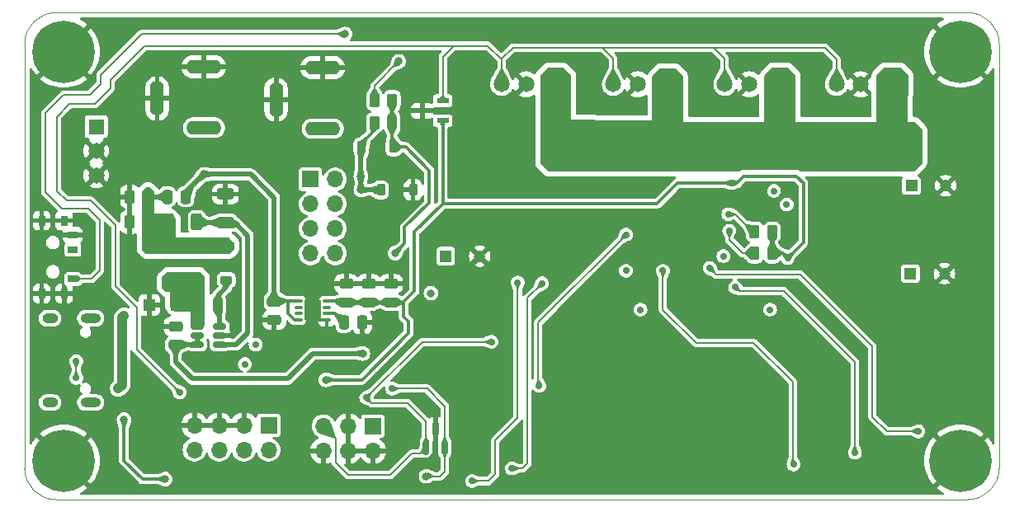
<source format=gbr>
%TF.GenerationSoftware,KiCad,Pcbnew,8.0.6*%
%TF.CreationDate,2026-01-03T17:25:48-08:00*%
%TF.ProjectId,USBPD_Board,55534250-445f-4426-9f61-72642e6b6963,A*%
%TF.SameCoordinates,PX5f5e100PY7270e00*%
%TF.FileFunction,Copper,L4,Bot*%
%TF.FilePolarity,Positive*%
%FSLAX46Y46*%
G04 Gerber Fmt 4.6, Leading zero omitted, Abs format (unit mm)*
G04 Created by KiCad (PCBNEW 8.0.6) date 2026-01-03 17:25:48*
%MOMM*%
%LPD*%
G01*
G04 APERTURE LIST*
G04 Aperture macros list*
%AMRoundRect*
0 Rectangle with rounded corners*
0 $1 Rounding radius*
0 $2 $3 $4 $5 $6 $7 $8 $9 X,Y pos of 4 corners*
0 Add a 4 corners polygon primitive as box body*
4,1,4,$2,$3,$4,$5,$6,$7,$8,$9,$2,$3,0*
0 Add four circle primitives for the rounded corners*
1,1,$1+$1,$2,$3*
1,1,$1+$1,$4,$5*
1,1,$1+$1,$6,$7*
1,1,$1+$1,$8,$9*
0 Add four rect primitives between the rounded corners*
20,1,$1+$1,$2,$3,$4,$5,0*
20,1,$1+$1,$4,$5,$6,$7,0*
20,1,$1+$1,$6,$7,$8,$9,0*
20,1,$1+$1,$8,$9,$2,$3,0*%
G04 Aperture macros list end*
%TA.AperFunction,ComponentPad*%
%ADD10R,1.200000X1.200000*%
%TD*%
%TA.AperFunction,ComponentPad*%
%ADD11C,1.200000*%
%TD*%
%TA.AperFunction,ComponentPad*%
%ADD12R,1.650000X1.650000*%
%TD*%
%TA.AperFunction,ComponentPad*%
%ADD13C,1.650000*%
%TD*%
%TA.AperFunction,ComponentPad*%
%ADD14R,1.700000X1.700000*%
%TD*%
%TA.AperFunction,ComponentPad*%
%ADD15O,1.700000X1.700000*%
%TD*%
%TA.AperFunction,ComponentPad*%
%ADD16C,6.400000*%
%TD*%
%TA.AperFunction,ComponentPad*%
%ADD17O,3.600000X1.400000*%
%TD*%
%TA.AperFunction,ComponentPad*%
%ADD18O,1.400000X3.600000*%
%TD*%
%TA.AperFunction,ComponentPad*%
%ADD19O,2.100000X1.000000*%
%TD*%
%TA.AperFunction,ComponentPad*%
%ADD20O,1.600000X1.000000*%
%TD*%
%TA.AperFunction,SMDPad,CuDef*%
%ADD21RoundRect,0.250000X0.262500X0.450000X-0.262500X0.450000X-0.262500X-0.450000X0.262500X-0.450000X0*%
%TD*%
%TA.AperFunction,SMDPad,CuDef*%
%ADD22RoundRect,0.250000X0.475000X-0.250000X0.475000X0.250000X-0.475000X0.250000X-0.475000X-0.250000X0*%
%TD*%
%TA.AperFunction,SMDPad,CuDef*%
%ADD23RoundRect,0.250000X-0.250000X-0.475000X0.250000X-0.475000X0.250000X0.475000X-0.250000X0.475000X0*%
%TD*%
%TA.AperFunction,SMDPad,CuDef*%
%ADD24RoundRect,0.250000X-0.312500X-0.625000X0.312500X-0.625000X0.312500X0.625000X-0.312500X0.625000X0*%
%TD*%
%TA.AperFunction,SMDPad,CuDef*%
%ADD25RoundRect,0.225000X-0.225000X-0.375000X0.225000X-0.375000X0.225000X0.375000X-0.225000X0.375000X0*%
%TD*%
%TA.AperFunction,SMDPad,CuDef*%
%ADD26RoundRect,0.250000X-0.475000X0.250000X-0.475000X-0.250000X0.475000X-0.250000X0.475000X0.250000X0*%
%TD*%
%TA.AperFunction,SMDPad,CuDef*%
%ADD27RoundRect,0.250000X0.625000X-0.312500X0.625000X0.312500X-0.625000X0.312500X-0.625000X-0.312500X0*%
%TD*%
%TA.AperFunction,SMDPad,CuDef*%
%ADD28R,1.000000X0.700000*%
%TD*%
%TA.AperFunction,SMDPad,CuDef*%
%ADD29R,0.800000X1.000000*%
%TD*%
%TA.AperFunction,SMDPad,CuDef*%
%ADD30RoundRect,0.250000X0.250000X0.475000X-0.250000X0.475000X-0.250000X-0.475000X0.250000X-0.475000X0*%
%TD*%
%TA.AperFunction,SMDPad,CuDef*%
%ADD31RoundRect,0.225000X0.375000X-0.225000X0.375000X0.225000X-0.375000X0.225000X-0.375000X-0.225000X0*%
%TD*%
%TA.AperFunction,SMDPad,CuDef*%
%ADD32RoundRect,0.150000X0.150000X-0.587500X0.150000X0.587500X-0.150000X0.587500X-0.150000X-0.587500X0*%
%TD*%
%TA.AperFunction,SMDPad,CuDef*%
%ADD33R,1.200000X1.200000*%
%TD*%
%TA.AperFunction,SMDPad,CuDef*%
%ADD34R,4.200000X1.400000*%
%TD*%
%TA.AperFunction,SMDPad,CuDef*%
%ADD35RoundRect,0.075000X0.325000X0.075000X-0.325000X0.075000X-0.325000X-0.075000X0.325000X-0.075000X0*%
%TD*%
%TA.AperFunction,HeatsinkPad*%
%ADD36R,1.700000X2.050000*%
%TD*%
%TA.AperFunction,SMDPad,CuDef*%
%ADD37RoundRect,0.150000X0.512500X0.150000X-0.512500X0.150000X-0.512500X-0.150000X0.512500X-0.150000X0*%
%TD*%
%TA.AperFunction,SMDPad,CuDef*%
%ADD38R,1.300000X0.600000*%
%TD*%
%TA.AperFunction,ViaPad*%
%ADD39C,0.700000*%
%TD*%
%TA.AperFunction,ViaPad*%
%ADD40C,0.800000*%
%TD*%
%TA.AperFunction,ViaPad*%
%ADD41C,0.900000*%
%TD*%
%TA.AperFunction,Conductor*%
%ADD42C,0.500000*%
%TD*%
%TA.AperFunction,Conductor*%
%ADD43C,0.300000*%
%TD*%
%TA.AperFunction,Conductor*%
%ADD44C,0.150000*%
%TD*%
%TA.AperFunction,Conductor*%
%ADD45C,0.166900*%
%TD*%
%TA.AperFunction,Conductor*%
%ADD46C,1.000000*%
%TD*%
%TA.AperFunction,Profile*%
%ADD47C,0.050000*%
%TD*%
G04 APERTURE END LIST*
D10*
%TO.P,C35,1,+*%
%TO.N,+VOUT_SMPS*%
X90987500Y32237500D03*
D11*
%TO.P,C35,2,-*%
%TO.N,GND*%
X94487500Y32237500D03*
%TD*%
D12*
%TO.P,JST2,1,PWR+*%
%TO.N,+VOUT_SMPS*%
X65400000Y42650000D03*
D13*
%TO.P,JST2,2,PWR-*%
%TO.N,GND*%
X62900000Y42650000D03*
%TO.P,JST2,3,RST*%
%TO.N,/Interfaces/RST_BTN*%
X60400000Y42650000D03*
%TD*%
D10*
%TO.P,C51,1,+*%
%TO.N,+VOUT_SMPS*%
X90887500Y23200000D03*
D11*
%TO.P,C51,2,-*%
%TO.N,GND*%
X94387500Y23200000D03*
%TD*%
D12*
%TO.P,JST1,1,PWR+*%
%TO.N,+VOUT_SMPS*%
X53950000Y42650000D03*
D13*
%TO.P,JST1,2,PWR-*%
%TO.N,GND*%
X51450000Y42650000D03*
%TO.P,JST1,3,RST*%
%TO.N,/Interfaces/RST_BTN*%
X48950000Y42650000D03*
%TD*%
D14*
%TO.P,J10,1,Pin_1*%
%TO.N,/Power_IO/CONN1+*%
X29325000Y32900000D03*
D15*
%TO.P,J10,2,Pin_2*%
%TO.N,/Power_IO/+VIN_S*%
X31865000Y32900000D03*
%TO.P,J10,3,Pin_3*%
%TO.N,/Power_IO/CONN2+*%
X29325000Y30360000D03*
%TO.P,J10,4,Pin_4*%
%TO.N,/Power_IO/+VIN_S*%
X31865000Y30360000D03*
%TO.P,J10,5,Pin_5*%
%TO.N,/Power_IO/PWR+_PP*%
X29325000Y27820000D03*
%TO.P,J10,6,Pin_6*%
%TO.N,/Power_IO/+VIN_S*%
X31865000Y27820000D03*
%TO.P,J10,7,Pin_7*%
%TO.N,VBUS_PWR+*%
X29325000Y25280000D03*
%TO.P,J10,8,Pin_8*%
%TO.N,/Power_IO/+VIN_S*%
X31865000Y25280000D03*
%TD*%
D12*
%TO.P,JST5,1,PWR+*%
%TO.N,/Power_IO/PWR+*%
X7350000Y38300000D03*
D13*
%TO.P,JST5,2,PWR-*%
%TO.N,GND*%
X7350000Y35800000D03*
%TO.P,JST5,3,RST*%
X7350000Y33300000D03*
%TD*%
D16*
%TO.P,H3,1,1*%
%TO.N,GND*%
X96000000Y46000000D03*
%TD*%
%TO.P,H1,1,1*%
%TO.N,GND*%
X4000000Y46000000D03*
%TD*%
D12*
%TO.P,JST3,1,PWR+*%
%TO.N,+VOUT_SMPS*%
X76850000Y42650000D03*
D13*
%TO.P,JST3,2,PWR-*%
%TO.N,GND*%
X74350000Y42650000D03*
%TO.P,JST3,3,RST*%
%TO.N,/Interfaces/RST_BTN*%
X71850000Y42650000D03*
%TD*%
D14*
%TO.P,J1,1,Pin_1*%
%TO.N,+3.3V*%
X25040000Y7640000D03*
D15*
%TO.P,J1,2,Pin_2*%
%TO.N,/Interfaces/I{slash}O_HDR0*%
X25040000Y5100000D03*
%TO.P,J1,3,Pin_3*%
%TO.N,GND*%
X22500000Y7640000D03*
%TO.P,J1,4,Pin_4*%
%TO.N,/Interfaces/I{slash}O_HDR1*%
X22500000Y5100000D03*
%TO.P,J1,5,Pin_5*%
%TO.N,GND*%
X19960000Y7640000D03*
%TO.P,J1,6,Pin_6*%
%TO.N,/Interfaces/I{slash}O_HDR2*%
X19960000Y5100000D03*
%TO.P,J1,7,Pin_7*%
%TO.N,GND*%
X17420000Y7640000D03*
%TO.P,J1,8,Pin_8*%
%TO.N,/Interfaces/I{slash}O_HDR3*%
X17420000Y5100000D03*
%TD*%
D12*
%TO.P,JST4,1,PWR+*%
%TO.N,+VOUT_SMPS*%
X88300000Y42650000D03*
D13*
%TO.P,JST4,2,PWR-*%
%TO.N,GND*%
X85800000Y42650000D03*
%TO.P,JST4,3,RST*%
%TO.N,/Interfaces/RST_BTN*%
X83300000Y42650000D03*
%TD*%
D16*
%TO.P,H2,1,1*%
%TO.N,GND*%
X4000000Y4000000D03*
%TD*%
D10*
%TO.P,C45,1,+*%
%TO.N,+VIN_SMPS*%
X43200000Y25000000D03*
D11*
%TO.P,C45,2,-*%
%TO.N,GND*%
X46700000Y25000000D03*
%TD*%
D16*
%TO.P,H4,1,1*%
%TO.N,GND*%
X96000000Y4000000D03*
%TD*%
D17*
%TO.P,CONN1,A*%
%TO.N,/Power_IO/CONN2+*%
X18400000Y38187500D03*
%TO.P,CONN1,B*%
%TO.N,GND*%
X18400000Y44437500D03*
D18*
%TO.P,CONN1,C*%
X13600000Y41187500D03*
%TD*%
D17*
%TO.P,CONN2,A*%
%TO.N,/Power_IO/CONN1+*%
X30600000Y38087500D03*
%TO.P,CONN2,B*%
%TO.N,GND*%
X30600000Y44337500D03*
D18*
%TO.P,CONN2,C*%
X25800000Y41087500D03*
%TD*%
D19*
%TO.P,J3,S1,SHIELD*%
%TO.N,Net-(J3-SHIELD)*%
X6780000Y18610000D03*
D20*
X2600000Y18610000D03*
D19*
X6780000Y9970000D03*
D20*
X2600000Y9970000D03*
%TD*%
D14*
%TO.P,J6,1,Pin_1*%
%TO.N,/Interfaces/I2C1_SDA_HDR*%
X35725000Y7550000D03*
D15*
%TO.P,J6,2,Pin_2*%
%TO.N,GND*%
X35725000Y5010000D03*
%TO.P,J6,3,Pin_3*%
X33185000Y7550000D03*
%TO.P,J6,4,Pin_4*%
X33185000Y5010000D03*
%TO.P,J6,5,Pin_5*%
%TO.N,/Interfaces/I2C1_SCL_HDR*%
X30645000Y7550000D03*
%TO.P,J6,6,Pin_6*%
%TO.N,GND*%
X30645000Y5010000D03*
%TD*%
D21*
%TO.P,R1,1*%
%TO.N,/Power_IO/ONF_GATE*%
X37712500Y38700000D03*
%TO.P,R1,2*%
%TO.N,/Power_IO/+VIN_S*%
X35887500Y38700000D03*
%TD*%
D22*
%TO.P,C10,1*%
%TO.N,+VIN_SMPS*%
X15500000Y15900000D03*
%TO.P,C10,2*%
%TO.N,GND*%
X15500000Y17800000D03*
%TD*%
D23*
%TO.P,C15,1*%
%TO.N,Net-(LDO1-FB)*%
X32750000Y18200000D03*
%TO.P,C15,2*%
%TO.N,GND*%
X34650000Y18200000D03*
%TD*%
D24*
%TO.P,R20,1*%
%TO.N,/SMPS_LDO/MCP16331_LOUT*%
X14737500Y28500000D03*
%TO.P,R20,2*%
%TO.N,/SMPS_LDO/MCP16331_V_{FB}*%
X17662500Y28500000D03*
%TD*%
D25*
%TO.P,D6,1,K*%
%TO.N,/Power_IO/+VIN_S*%
X34550000Y36200000D03*
%TO.P,D6,2,A*%
%TO.N,/Power_IO/ONF_GATE*%
X37850000Y36200000D03*
%TD*%
D26*
%TO.P,C14,1*%
%TO.N,+5V*%
X25600000Y20350000D03*
%TO.P,C14,2*%
%TO.N,GND*%
X25600000Y18450000D03*
%TD*%
D27*
%TO.P,R21,1*%
%TO.N,/SMPS_LDO/MCP16331_V_{FB}*%
X20600000Y28437500D03*
%TO.P,R21,2*%
%TO.N,GND*%
X20600000Y31362500D03*
%TD*%
D28*
%TO.P,S2,1,1*%
%TO.N,Net-(R2-Pad2)*%
X4950000Y22650000D03*
%TO.P,S2,2,2*%
%TO.N,unconnected-(S2-Pad2)*%
X4950000Y25650000D03*
%TO.P,S2,3,3*%
%TO.N,GND*%
X4950000Y27150000D03*
D29*
%TO.P,S2,MP1,MP1*%
X4050000Y21150000D03*
%TO.P,S2,MP2,MP2*%
X4050000Y28650000D03*
%TO.P,S2,MP3,MP3*%
X1750000Y28650000D03*
%TO.P,S2,MP4,MP4*%
X1750000Y21150000D03*
%TD*%
D30*
%TO.P,C12,1*%
%TO.N,/SMPS_LDO/MCP16331_LOUT*%
X12700000Y28500000D03*
%TO.P,C12,2*%
%TO.N,GND*%
X10800000Y28500000D03*
%TD*%
%TO.P,C13,1*%
%TO.N,/SMPS_LDO/MCP16331_LOUT*%
X12700000Y31100000D03*
%TO.P,C13,2*%
%TO.N,GND*%
X10800000Y31100000D03*
%TD*%
D22*
%TO.P,C16,1*%
%TO.N,+3.3V*%
X35300000Y20250000D03*
%TO.P,C16,2*%
%TO.N,GND*%
X35300000Y22150000D03*
%TD*%
D31*
%TO.P,D5,1,K*%
%TO.N,/SMPS_LDO/MCP16331_BOOST*%
X20700000Y22550000D03*
%TO.P,D5,2,A*%
%TO.N,/SMPS_LDO/MCP16331_LOUT*%
X20700000Y25850000D03*
%TD*%
D22*
%TO.P,C18,1*%
%TO.N,+3.3V*%
X37600000Y20250000D03*
%TO.P,C18,2*%
%TO.N,GND*%
X37600000Y22150000D03*
%TD*%
D23*
%TO.P,FB2,1*%
%TO.N,/SMPS_LDO/MCP16331_LOUT*%
X14650000Y31100000D03*
%TO.P,FB2,2*%
%TO.N,+5V*%
X16550000Y31100000D03*
%TD*%
D32*
%TO.P,DI4,1,K1*%
%TO.N,/Interfaces/I2C1_SDA_HDR*%
X43100000Y5362500D03*
%TO.P,DI4,2,K2*%
%TO.N,/Interfaces/I2C1_SCL_HDR*%
X41200000Y5362500D03*
%TO.P,DI4,3,CC*%
%TO.N,GND*%
X42150000Y7237500D03*
%TD*%
D21*
%TO.P,R24,1*%
%TO.N,+3.3V*%
X76712500Y27500000D03*
%TO.P,R24,2*%
%TO.N,/Interfaces/I2C1_SDA_HDR*%
X74887500Y27500000D03*
%TD*%
%TO.P,R26,1*%
%TO.N,+3.3V*%
X76712500Y25300000D03*
%TO.P,R26,2*%
%TO.N,/Interfaces/I2C1_SCL_HDR*%
X74887500Y25300000D03*
%TD*%
D25*
%TO.P,D1,1,K*%
%TO.N,/Power_IO/+VIN_S*%
X36550000Y31800000D03*
%TO.P,D1,2,A*%
%TO.N,GND*%
X39850000Y31800000D03*
%TD*%
D30*
%TO.P,C11,1*%
%TO.N,/SMPS_LDO/MCP16331_BOOST*%
X19812500Y19950000D03*
%TO.P,C11,2*%
%TO.N,/SMPS_LDO/MCP16331_SW*%
X17912500Y19950000D03*
%TD*%
D33*
%TO.P,D4,1,K*%
%TO.N,/SMPS_LDO/MCP16331_SW*%
X15600000Y20000000D03*
%TO.P,D4,2,A*%
%TO.N,GND*%
X12800000Y20000000D03*
%TD*%
D34*
%TO.P,L1,1,1*%
%TO.N,/SMPS_LDO/MCP16331_SW*%
X16300000Y22350000D03*
%TO.P,L1,2,2*%
%TO.N,/SMPS_LDO/MCP16331_LOUT*%
X16300000Y26050000D03*
%TD*%
D35*
%TO.P,LDO1,1,OUT*%
%TO.N,+3.3V*%
X31000000Y20400000D03*
%TO.P,LDO1,2,NC*%
%TO.N,unconnected-(LDO1-NC-Pad2)*%
X31000000Y19750000D03*
%TO.P,LDO1,3,FB*%
%TO.N,Net-(LDO1-FB)*%
X31000000Y19100000D03*
%TO.P,LDO1,4,GND_1*%
%TO.N,GND*%
X31000000Y18450000D03*
%TO.P,LDO1,5,EN*%
%TO.N,+5V*%
X28100000Y18450000D03*
%TO.P,LDO1,6,NC*%
%TO.N,unconnected-(LDO1-NC-Pad6)*%
X28100000Y19100000D03*
%TO.P,LDO1,7,NC*%
%TO.N,unconnected-(LDO1-NC-Pad7)*%
X28100000Y19750000D03*
%TO.P,LDO1,8,IN*%
%TO.N,+5V*%
X28100000Y20400000D03*
D36*
%TO.P,LDO1,9,GND_2*%
%TO.N,GND*%
X29550000Y19425000D03*
%TD*%
D22*
%TO.P,C17,1*%
%TO.N,+3.3V*%
X33000000Y20250000D03*
%TO.P,C17,2*%
%TO.N,GND*%
X33000000Y22150000D03*
%TD*%
D37*
%TO.P,U4,1,BOOST*%
%TO.N,/SMPS_LDO/MCP16331_BOOST*%
X20000000Y17800000D03*
%TO.P,U4,2,GND*%
%TO.N,GND*%
X20000000Y16850000D03*
%TO.P,U4,3,V_{FB}*%
%TO.N,/SMPS_LDO/MCP16331_V_{FB}*%
X20000000Y15900000D03*
%TO.P,U4,4,EN*%
%TO.N,+VIN_SMPS*%
X17725000Y15900000D03*
%TO.P,U4,5,V_{IN}*%
X17725000Y16850000D03*
%TO.P,U4,6,SW*%
%TO.N,/SMPS_LDO/MCP16331_SW*%
X17725000Y17800000D03*
%TD*%
D21*
%TO.P,R2,1*%
%TO.N,/Power_IO/ONF_GATE*%
X37725000Y41000000D03*
%TO.P,R2,2*%
%TO.N,Net-(R2-Pad2)*%
X35900000Y41000000D03*
%TD*%
D38*
%TO.P,VS1,1,~{RST}*%
%TO.N,/Interfaces/RST_BTN*%
X42900000Y40960000D03*
%TO.P,VS1,2,VCC*%
%TO.N,+3.3V*%
X42900000Y38900000D03*
%TO.P,VS1,3,VSS*%
%TO.N,GND*%
X40800000Y39930000D03*
%TD*%
D39*
%TO.N,GND*%
X53400000Y20900000D03*
X5200000Y16400000D03*
X78300000Y31600000D03*
X61200000Y2200000D03*
X76600000Y11900000D03*
X82400000Y12600000D03*
D40*
X63800000Y18100000D03*
X98000000Y41000000D03*
D39*
X89300000Y4100000D03*
D40*
X86500000Y19500000D03*
D39*
X3900000Y12700000D03*
D40*
X86500000Y23500000D03*
D39*
X14400000Y33100000D03*
X49400000Y1900000D03*
X61400000Y19800000D03*
X16000000Y9700000D03*
D40*
X16800000Y33600000D03*
X44600000Y48300000D03*
D39*
X47200000Y1100000D03*
D40*
X98000000Y11000000D03*
D39*
X32300000Y11300000D03*
X78900000Y29300000D03*
X33700000Y16200000D03*
X1600000Y42000000D03*
D40*
X35800000Y24100000D03*
D39*
X72700000Y24300000D03*
D40*
X98000000Y36000000D03*
D39*
X86800000Y3500000D03*
X4400000Y11300000D03*
X10900000Y9300000D03*
D40*
X34400000Y26200000D03*
X96500000Y17000000D03*
D39*
X79400000Y24000000D03*
X35200000Y16400000D03*
D40*
X45000000Y42400000D03*
D39*
X65200000Y26400000D03*
X25700000Y10100000D03*
D40*
X39600000Y42600000D03*
D39*
X69200000Y23300000D03*
D40*
X98000000Y13500000D03*
D39*
X2900000Y22000000D03*
X82400000Y14000000D03*
X47400000Y34600000D03*
D40*
X51800000Y25700000D03*
D39*
X75900000Y29300000D03*
X56600000Y2200000D03*
X82400000Y15300000D03*
X83800000Y5200000D03*
D40*
X21700000Y17400000D03*
D39*
X39600000Y45700000D03*
D40*
X59400000Y19500000D03*
X74700000Y19200000D03*
D39*
X79400000Y2300000D03*
D40*
X86500000Y21500000D03*
D39*
X51100000Y2100000D03*
D40*
X96500000Y9500000D03*
D39*
X73900000Y32000000D03*
D40*
X6900000Y7900000D03*
D39*
X33800000Y9900000D03*
D40*
X14400000Y36500000D03*
X98000000Y21000000D03*
X86500000Y25500000D03*
D39*
X80900000Y11900000D03*
D40*
X54600000Y25700000D03*
D39*
X91200000Y2300000D03*
D40*
X86500000Y27500000D03*
D39*
X85200000Y2300000D03*
D40*
X96500000Y27000000D03*
D39*
X58900000Y2200000D03*
X77200000Y20500000D03*
D40*
X8000000Y6300000D03*
D39*
X38100000Y8600000D03*
X86400000Y5700000D03*
X54100000Y2200000D03*
D40*
X41900000Y48300000D03*
D39*
X65700000Y2200000D03*
X50900000Y37300000D03*
D40*
X8400000Y20300000D03*
D39*
X51800000Y22700000D03*
D40*
X98000000Y18500000D03*
X82000000Y30500000D03*
X98000000Y23500000D03*
X9700000Y9900000D03*
X67000000Y19800000D03*
D39*
X94000000Y7900000D03*
X74300000Y22300000D03*
X40000000Y1300000D03*
D40*
X9000000Y47500000D03*
D39*
X83500000Y13200000D03*
D40*
X96000000Y37500000D03*
D39*
X63500000Y2200000D03*
X78200000Y1600000D03*
X70400000Y2300000D03*
D40*
X59500000Y21100000D03*
D39*
X52700000Y3000000D03*
D40*
X31100000Y48800000D03*
X96000000Y40000000D03*
X37900000Y23900000D03*
D39*
X88400000Y2300000D03*
X60000000Y27100000D03*
X42100000Y1300000D03*
X74200000Y29300000D03*
D40*
X41300000Y44200000D03*
D39*
X77400000Y29300000D03*
D40*
X70700000Y19800000D03*
X37000000Y45500000D03*
D39*
X39500000Y5900000D03*
X13400000Y1100000D03*
D40*
X96500000Y12000000D03*
D39*
X83500000Y14500000D03*
X72900000Y2300000D03*
D40*
X34300000Y48700000D03*
X98000000Y28500000D03*
X14400000Y34800000D03*
D39*
X36500000Y10700000D03*
D40*
X34500000Y29700000D03*
D41*
X34500000Y28100000D03*
D39*
X45000000Y3000000D03*
X49100000Y17100000D03*
X40200000Y3600000D03*
X45500000Y37000000D03*
D40*
X21500000Y19200000D03*
D39*
X17500000Y10000000D03*
D40*
X96500000Y19500000D03*
D39*
X75400000Y32100000D03*
X77500000Y10900000D03*
X67350000Y28550000D03*
X49600000Y32400000D03*
X49300000Y18300000D03*
D40*
X39300000Y48300000D03*
X82800000Y32300000D03*
D39*
X71200000Y28000000D03*
X53500000Y10400000D03*
D40*
X98000000Y31000000D03*
D39*
X91500000Y5600000D03*
D40*
X96500000Y14500000D03*
D39*
X83500000Y11900000D03*
X78200000Y26400000D03*
D40*
X98000000Y38500000D03*
X47100000Y20300000D03*
D39*
X65150000Y28550000D03*
X2900000Y25000000D03*
X4000000Y17200000D03*
X11800000Y4300000D03*
X12100000Y23500000D03*
X46500000Y19100000D03*
X64400000Y20100000D03*
X80400000Y25300000D03*
D40*
X98000000Y16000000D03*
D39*
X49500000Y23200000D03*
X15200000Y1100000D03*
D40*
X98000000Y26000000D03*
D39*
X51200000Y35200000D03*
X30700000Y10700000D03*
X23000000Y15000000D03*
X82300000Y11200000D03*
X24500000Y17300000D03*
X68000000Y2200000D03*
D40*
X49400000Y21300000D03*
X98000000Y33500000D03*
X45000000Y44300000D03*
D39*
X54200000Y23000000D03*
D40*
X98000000Y8500000D03*
%TO.N,+5V*%
X18400000Y33400000D03*
D39*
X63200000Y19500000D03*
D40*
%TO.N,+VIN_SMPS*%
X41700000Y21200000D03*
X34700000Y15000000D03*
D39*
%TO.N,+3.3V*%
X72600000Y32500000D03*
D40*
X10200000Y8200000D03*
X30900000Y12300000D03*
X14400000Y2100000D03*
D39*
X78300000Y24800000D03*
%TO.N,/Interfaces/RST_BTN*%
X71700000Y25000000D03*
X15900000Y11000000D03*
D40*
%TO.N,+VOUT_SMPS*%
X88900000Y35700000D03*
X87300000Y34200000D03*
X90600000Y37200000D03*
X88900000Y37200000D03*
X87300000Y35700000D03*
X87300000Y37200000D03*
D39*
%TO.N,/Interfaces/I2C1_SDA_HDR*%
X37700000Y11400000D03*
D40*
X41200000Y2400000D03*
D39*
X23700000Y15900000D03*
X72200000Y29300000D03*
%TO.N,/Interfaces/I2C1_SCL_HDR*%
X47900000Y16200000D03*
X22600000Y13900000D03*
X35050000Y10450000D03*
X72300000Y27600000D03*
%TO.N,/USB/USB_D2+*%
X5300000Y14200000D03*
X5300000Y12500000D03*
D40*
%TO.N,VBUS_PWR+*%
X9600000Y11400000D03*
X10200000Y18900000D03*
D39*
%TO.N,/MCP19061/ISPIN*%
X50600000Y22300000D03*
X45900000Y1900000D03*
%TO.N,/MCP19061/ISNIN*%
X50000000Y3200000D03*
X53100000Y22200000D03*
%TO.N,/MCP19061/ISNOUT*%
X70300000Y23800000D03*
X91700000Y7000000D03*
%TO.N,/MCP19061/ISPOUT*%
X85200000Y4800000D03*
X72900000Y21800000D03*
%TO.N,/MCP19061/HG1*%
X52800000Y11700000D03*
X61700000Y27200000D03*
%TO.N,/MCP19061/HG2*%
X65500000Y23500000D03*
X78900000Y3600000D03*
%TO.N,/MCP19061/LG2*%
X76500000Y19500000D03*
X61700000Y23500000D03*
%TO.N,/Interfaces/I{slash}O_HDR0*%
X78200000Y30300000D03*
%TO.N,/Interfaces/I{slash}O_HDR1*%
X76900000Y31700000D03*
D40*
%TO.N,Net-(R2-Pad2)*%
X32900000Y47800000D03*
X38400000Y45000000D03*
%TO.N,/Power_IO/ONF_GATE*%
X38000000Y25300000D03*
%TO.N,/Power_IO/+VIN_S*%
X34500000Y31800000D03*
X34500000Y33200000D03*
%TD*%
D42*
%TO.N,GND*%
X15500000Y17800000D02*
X13700000Y17800000D01*
X13700000Y17800000D02*
X12800000Y18700000D01*
X10800000Y32900000D02*
X12700000Y34800000D01*
X34650000Y16950000D02*
X35200000Y16400000D01*
X12700000Y34800000D02*
X14400000Y34800000D01*
X21150000Y16850000D02*
X21700000Y17400000D01*
X10800000Y24800000D02*
X10800000Y28500000D01*
X10800000Y31100000D02*
X9550000Y31100000D01*
X34650000Y18200000D02*
X34650000Y16950000D01*
X19960000Y7640000D02*
X22500000Y7640000D01*
D43*
X12800000Y22800000D02*
X12800000Y20000000D01*
D44*
X42150000Y4969804D02*
X42150000Y7237500D01*
D42*
X17420000Y7640000D02*
X19960000Y7640000D01*
D44*
X40200000Y3600000D02*
X40780196Y3600000D01*
D42*
X12800000Y18700000D02*
X12800000Y20000000D01*
D43*
X12100000Y23500000D02*
X12800000Y22800000D01*
D42*
X10800000Y28500000D02*
X10800000Y31100000D01*
D44*
X40780196Y3600000D02*
X42150000Y4969804D01*
D42*
X20000000Y16850000D02*
X21150000Y16850000D01*
X10800000Y31100000D02*
X10800000Y32900000D01*
X9550000Y31100000D02*
X7350000Y33300000D01*
X12100000Y23500000D02*
X10800000Y24800000D01*
%TO.N,+5V*%
X18400000Y33400000D02*
X23200000Y33400000D01*
D43*
X27000000Y20400000D02*
X25650000Y20400000D01*
D42*
X25600000Y31000000D02*
X25600000Y20350000D01*
D43*
X28100000Y20400000D02*
X27000000Y20400000D01*
D42*
X16550000Y31100000D02*
X16550000Y31550000D01*
D43*
X25650000Y20400000D02*
X25600000Y20350000D01*
D42*
X16550000Y31550000D02*
X18400000Y33400000D01*
D43*
X28100000Y18450000D02*
X27700001Y18450000D01*
X27700001Y18450000D02*
X27000000Y19150001D01*
D42*
X23200000Y33400000D02*
X25600000Y31000000D01*
D43*
X27000000Y19150001D02*
X27000000Y20400000D01*
D42*
%TO.N,+VIN_SMPS*%
X27000000Y12400000D02*
X17200000Y12400000D01*
X17725000Y15900000D02*
X17725000Y16850000D01*
X15500000Y15900000D02*
X17725000Y15900000D01*
X34700000Y15000000D02*
X29600000Y15000000D01*
X29600000Y15000000D02*
X27000000Y12400000D01*
X17200000Y12400000D02*
X15500000Y14100000D01*
X15500000Y14100000D02*
X15500000Y15900000D01*
D43*
%TO.N,Net-(LDO1-FB)*%
X31000000Y19100000D02*
X31850000Y19100000D01*
X31850000Y19100000D02*
X32750000Y18200000D01*
%TO.N,+3.3V*%
X38850000Y20250000D02*
X38900000Y20300000D01*
X77800000Y25300000D02*
X76712500Y25300000D01*
X73100000Y32500000D02*
X72600000Y32500000D01*
X34600000Y12300000D02*
X39400000Y17100000D01*
X64900000Y30400000D02*
X67000000Y32500000D01*
X79900000Y26400000D02*
X79900000Y32500000D01*
X38900000Y18800000D02*
X38900000Y20300000D01*
X73800000Y33200000D02*
X73100000Y32500000D01*
X76712500Y25300000D02*
X76712500Y27500000D01*
X39400000Y17100000D02*
X39400000Y18300000D01*
X39400000Y18300000D02*
X38900000Y18800000D01*
X37600000Y20250000D02*
X38850000Y20250000D01*
X67000000Y32500000D02*
X72600000Y32500000D01*
X42900000Y30400000D02*
X42900000Y38900000D01*
X42900000Y30400000D02*
X64900000Y30400000D01*
X78300000Y24800000D02*
X77800000Y25300000D01*
X40000000Y21400000D02*
X40000000Y27500000D01*
X40000000Y27500000D02*
X42900000Y30400000D01*
X30900000Y12300000D02*
X34600000Y12300000D01*
X12100000Y2100000D02*
X10200000Y4000000D01*
X32850000Y20400000D02*
X33000000Y20250000D01*
X79200000Y33200000D02*
X73800000Y33200000D01*
X38900000Y20300000D02*
X40000000Y21400000D01*
X33000000Y20250000D02*
X35300000Y20250000D01*
X31000000Y20400000D02*
X32850000Y20400000D01*
X10200000Y4000000D02*
X10200000Y8200000D01*
X35300000Y20250000D02*
X37600000Y20250000D01*
X14400000Y2100000D02*
X12100000Y2100000D01*
X79900000Y32500000D02*
X79200000Y33200000D01*
X78300000Y24800000D02*
X79900000Y26400000D01*
D44*
%TO.N,/Interfaces/RST_BTN*%
X68000000Y46400000D02*
X70700000Y46400000D01*
X9300000Y28200000D02*
X6800000Y30700000D01*
X70700000Y46400000D02*
X71850000Y45250000D01*
X56650000Y46400000D02*
X59300000Y46400000D01*
X8800000Y43100000D02*
X12300000Y46600000D01*
X68000000Y46400000D02*
X82100000Y46400000D01*
X48950000Y42650000D02*
X48950000Y45250000D01*
X6800000Y30700000D02*
X4300000Y30700000D01*
X44000000Y46600000D02*
X42900000Y45500000D01*
X11500000Y15400000D02*
X11500000Y19700000D01*
X3300000Y39300000D02*
X4600000Y40600000D01*
X4300000Y30700000D02*
X3300000Y31700000D01*
X8800000Y42200000D02*
X8800000Y43100000D01*
X47550000Y46600000D02*
X48950000Y45200000D01*
X59300000Y46400000D02*
X60400000Y45300000D01*
X56650000Y46400000D02*
X68000000Y46400000D01*
X48950000Y45250000D02*
X50100000Y46400000D01*
X7200000Y40600000D02*
X8800000Y42200000D01*
X3300000Y31700000D02*
X3300000Y39300000D01*
X71850000Y45250000D02*
X71850000Y42650000D01*
X11500000Y19700000D02*
X9300000Y21900000D01*
X50100000Y46400000D02*
X56650000Y46400000D01*
X43900000Y46600000D02*
X47550000Y46600000D01*
X82100000Y46400000D02*
X83300000Y45200000D01*
X83300000Y45200000D02*
X83300000Y42650000D01*
X4600000Y40600000D02*
X7200000Y40600000D01*
X12300000Y46600000D02*
X44000000Y46600000D01*
X42900000Y45500000D02*
X42900000Y40960000D01*
X9300000Y21900000D02*
X9300000Y28200000D01*
X48950000Y45200000D02*
X48950000Y42650000D01*
X60400000Y45300000D02*
X60400000Y42650000D01*
X15900000Y11000000D02*
X11500000Y15400000D01*
%TO.N,/Interfaces/I2C1_SDA_HDR*%
X37700000Y11400000D02*
X41300000Y11400000D01*
X42600000Y2400000D02*
X43100000Y2900000D01*
X41300000Y11400000D02*
X43100000Y9600000D01*
X72200000Y29300000D02*
X72900000Y29300000D01*
X74700000Y27500000D02*
X74887500Y27500000D01*
X43100000Y2900000D02*
X43100000Y5362500D01*
X43100000Y9600000D02*
X43100000Y5362500D01*
X41200000Y2400000D02*
X42600000Y2400000D01*
X72900000Y29300000D02*
X74700000Y27500000D01*
%TO.N,/Interfaces/I2C1_SCL_HDR*%
X41200000Y8000000D02*
X41200000Y5362500D01*
X39700000Y4700000D02*
X40537500Y4700000D01*
X31900000Y6295000D02*
X31900000Y3800000D01*
X47900000Y16200000D02*
X40800000Y16200000D01*
X40537500Y4700000D02*
X41200000Y5362500D01*
X33200000Y2500000D02*
X37500000Y2500000D01*
X39300000Y9900000D02*
X41200000Y8000000D01*
X73700000Y25300000D02*
X74887500Y25300000D01*
X31900000Y3800000D02*
X33200000Y2500000D01*
X72300000Y26700000D02*
X73700000Y25300000D01*
X30645000Y7550000D02*
X31900000Y6295000D01*
X37500000Y2500000D02*
X39700000Y4700000D01*
X40800000Y16200000D02*
X35050000Y10450000D01*
X35600000Y9900000D02*
X39300000Y9900000D01*
X35050000Y10450000D02*
X35600000Y9900000D01*
X72300000Y27600000D02*
X72300000Y26700000D01*
D45*
%TO.N,/USB/USB_D2+*%
X5300000Y12500000D02*
X5300000Y14200000D01*
D46*
%TO.N,VBUS_PWR+*%
X10000000Y18700000D02*
X10200000Y18900000D01*
X10000000Y11800000D02*
X10000000Y18700000D01*
X9600000Y11400000D02*
X10000000Y11800000D01*
D44*
%TO.N,/MCP19061/ISPIN*%
X48300000Y2600000D02*
X48300000Y6100000D01*
X45900000Y1900000D02*
X47600000Y1900000D01*
X50600000Y8400000D02*
X50600000Y22300000D01*
X47600000Y1900000D02*
X48300000Y2600000D01*
X48300000Y6100000D02*
X50600000Y8400000D01*
%TO.N,/MCP19061/ISNIN*%
X50000000Y3200000D02*
X51100000Y3200000D01*
X51100000Y3200000D02*
X51600000Y3700000D01*
X51600000Y3700000D02*
X51600000Y20700000D01*
X51600000Y20700000D02*
X53100000Y22200000D01*
%TO.N,/MCP19061/ISNOUT*%
X70300000Y23800000D02*
X71000000Y23100000D01*
X87000000Y8500000D02*
X88500000Y7000000D01*
X87000000Y15700000D02*
X87000000Y8500000D01*
X71000000Y23100000D02*
X79600000Y23100000D01*
X88500000Y7000000D02*
X91700000Y7000000D01*
X79600000Y23100000D02*
X87000000Y15700000D01*
%TO.N,/MCP19061/ISPOUT*%
X77900000Y21400000D02*
X85200000Y14100000D01*
X85200000Y14100000D02*
X85200000Y4800000D01*
X72900000Y21800000D02*
X73300000Y21400000D01*
X73300000Y21400000D02*
X77900000Y21400000D01*
%TO.N,/MCP19061/HG1*%
X52700000Y11800000D02*
X52700000Y18200000D01*
X52800000Y11700000D02*
X52700000Y11800000D01*
X52700000Y18200000D02*
X61700000Y27200000D01*
%TO.N,/MCP19061/HG2*%
X78800000Y12100000D02*
X78800000Y3700000D01*
X68900000Y16100000D02*
X74800000Y16100000D01*
X65500000Y23500000D02*
X65500000Y19500000D01*
X78800000Y3700000D02*
X78900000Y3600000D01*
X74800000Y16100000D02*
X78800000Y12100000D01*
X65500000Y19500000D02*
X68900000Y16100000D01*
%TO.N,Net-(R2-Pad2)*%
X38400000Y45000000D02*
X35900000Y42500000D01*
X2100000Y39700000D02*
X2100000Y31600000D01*
X6500000Y29900000D02*
X7700000Y28700000D01*
X7800000Y42700000D02*
X6700000Y41600000D01*
X32900000Y47800000D02*
X12000000Y47800000D01*
X6700000Y41600000D02*
X4000000Y41600000D01*
X7800000Y43600000D02*
X7800000Y42700000D01*
X4000000Y41600000D02*
X2100000Y39700000D01*
X7700000Y23500000D02*
X6850000Y22650000D01*
X6850000Y22650000D02*
X4950000Y22650000D01*
X12000000Y47800000D02*
X7800000Y43600000D01*
X35900000Y42500000D02*
X35900000Y41000000D01*
X2100000Y31600000D02*
X3800000Y29900000D01*
X7700000Y28700000D02*
X7700000Y23500000D01*
X3800000Y29900000D02*
X6500000Y29900000D01*
D43*
%TO.N,/Power_IO/ONF_GATE*%
X39000000Y26300000D02*
X39000000Y28000000D01*
X37712500Y38700000D02*
X37712500Y36337500D01*
X39100000Y36200000D02*
X37850000Y36200000D01*
X37712500Y38700000D02*
X37712500Y40987500D01*
X37712500Y40987500D02*
X37725000Y41000000D01*
X38000000Y25300000D02*
X39000000Y26300000D01*
X39000000Y28000000D02*
X41500000Y30500000D01*
X37712500Y36337500D02*
X37850000Y36200000D01*
X41500000Y30500000D02*
X41500000Y33800000D01*
X41500000Y33800000D02*
X39100000Y36200000D01*
D42*
%TO.N,/Power_IO/+VIN_S*%
X34500000Y33200000D02*
X34500000Y36150000D01*
X34500000Y33200000D02*
X34500000Y31800000D01*
D43*
X34550000Y36200000D02*
X34550000Y36600000D01*
X35887500Y37937500D02*
X35887500Y38700000D01*
D42*
X34500000Y31800000D02*
X36550000Y31800000D01*
X34500000Y36150000D02*
X34550000Y36200000D01*
D43*
X34550000Y36600000D02*
X35887500Y37937500D01*
D42*
%TO.N,/SMPS_LDO/MCP16331_BOOST*%
X19812500Y19950000D02*
X19812500Y20912500D01*
X20000000Y19762500D02*
X19812500Y19950000D01*
X20700000Y21800000D02*
X20700000Y22550000D01*
X20000000Y17800000D02*
X20000000Y19762500D01*
X19812500Y20912500D02*
X20700000Y21800000D01*
%TO.N,/SMPS_LDO/MCP16331_V_{FB}*%
X20600000Y28437500D02*
X17725000Y28437500D01*
X22900000Y27100000D02*
X21562500Y28437500D01*
X22900000Y17100000D02*
X22900000Y27100000D01*
X21562500Y28437500D02*
X20600000Y28437500D01*
X21700000Y15900000D02*
X22900000Y17100000D01*
X17725000Y28437500D02*
X17662500Y28500000D01*
X20000000Y15900000D02*
X21700000Y15900000D01*
%TO.N,/SMPS_LDO/MCP16331_LOUT*%
X12700000Y31100000D02*
X14650000Y31100000D01*
%TD*%
%TA.AperFunction,Conductor*%
%TO.N,GND*%
G36*
X31417539Y5240315D02*
G01*
X31463294Y5187511D01*
X31474500Y5136000D01*
X31474500Y4884000D01*
X31454815Y4816961D01*
X31402011Y4771206D01*
X31350500Y4760000D01*
X31078012Y4760000D01*
X31110925Y4817007D01*
X31145000Y4944174D01*
X31145000Y5075826D01*
X31110925Y5202993D01*
X31078012Y5260000D01*
X31350500Y5260000D01*
X31417539Y5240315D01*
G37*
%TD.AperFunction*%
%TA.AperFunction,Conductor*%
G36*
X32719075Y5202993D02*
G01*
X32685000Y5075826D01*
X32685000Y4944174D01*
X32719075Y4817007D01*
X32751988Y4760000D01*
X32449500Y4760000D01*
X32382461Y4779685D01*
X32336706Y4832489D01*
X32325500Y4884000D01*
X32325500Y5136000D01*
X32345185Y5203039D01*
X32397989Y5248794D01*
X32449500Y5260000D01*
X32751988Y5260000D01*
X32719075Y5202993D01*
G37*
%TD.AperFunction*%
%TA.AperFunction,Conductor*%
G36*
X35259075Y5202993D02*
G01*
X35225000Y5075826D01*
X35225000Y4944174D01*
X35259075Y4817007D01*
X35291988Y4760000D01*
X33618012Y4760000D01*
X33650925Y4817007D01*
X33685000Y4944174D01*
X33685000Y5075826D01*
X33650925Y5202993D01*
X33618012Y5260000D01*
X35291988Y5260000D01*
X35259075Y5202993D01*
G37*
%TD.AperFunction*%
%TA.AperFunction,Conductor*%
G36*
X33435000Y5443012D02*
G01*
X33377993Y5475925D01*
X33250826Y5510000D01*
X33119174Y5510000D01*
X32992007Y5475925D01*
X32935000Y5443012D01*
X32935000Y7116988D01*
X32992007Y7084075D01*
X33119174Y7050000D01*
X33250826Y7050000D01*
X33377993Y7084075D01*
X33435000Y7116988D01*
X33435000Y5443012D01*
G37*
%TD.AperFunction*%
%TA.AperFunction,Conductor*%
G36*
X19494075Y7832993D02*
G01*
X19460000Y7705826D01*
X19460000Y7574174D01*
X19494075Y7447007D01*
X19526988Y7390000D01*
X17853012Y7390000D01*
X17885925Y7447007D01*
X17920000Y7574174D01*
X17920000Y7705826D01*
X17885925Y7832993D01*
X17853012Y7890000D01*
X19526988Y7890000D01*
X19494075Y7832993D01*
G37*
%TD.AperFunction*%
%TA.AperFunction,Conductor*%
G36*
X22034075Y7832993D02*
G01*
X22000000Y7705826D01*
X22000000Y7574174D01*
X22034075Y7447007D01*
X22066988Y7390000D01*
X20393012Y7390000D01*
X20425925Y7447007D01*
X20460000Y7574174D01*
X20460000Y7705826D01*
X20425925Y7832993D01*
X20393012Y7890000D01*
X22066988Y7890000D01*
X22034075Y7832993D01*
G37*
%TD.AperFunction*%
%TA.AperFunction,Conductor*%
G36*
X70539429Y45954815D02*
G01*
X70560071Y45938181D01*
X71388181Y45110071D01*
X71421666Y45048748D01*
X71424500Y45022390D01*
X71424500Y44425935D01*
X71410738Y44369159D01*
X70777552Y43139750D01*
X70770972Y43126282D01*
X70770571Y43125416D01*
X70759821Y43098702D01*
X70755790Y43089730D01*
X70749185Y43076466D01*
X70749182Y43076458D01*
X70718677Y42969242D01*
X70691121Y42872390D01*
X70689564Y42866919D01*
X70669464Y42650001D01*
X70669464Y42650000D01*
X70689564Y42433082D01*
X70689564Y42433080D01*
X70689565Y42433077D01*
X70729548Y42292552D01*
X70749184Y42223538D01*
X70792035Y42137482D01*
X70846288Y42028528D01*
X70977573Y41854678D01*
X71138568Y41707912D01*
X71138575Y41707908D01*
X71138576Y41707907D01*
X71323786Y41593230D01*
X71323792Y41593227D01*
X71346664Y41584367D01*
X71526931Y41514530D01*
X71741074Y41474500D01*
X71741076Y41474500D01*
X71958924Y41474500D01*
X71958926Y41474500D01*
X72173069Y41514530D01*
X72376210Y41593228D01*
X72561432Y41707912D01*
X72722427Y41854678D01*
X72853712Y42028528D01*
X72906418Y42134377D01*
X72953920Y42185613D01*
X73021583Y42203035D01*
X73087924Y42181110D01*
X73129800Y42131510D01*
X73198133Y41984970D01*
X73253023Y41906578D01*
X73826212Y42479767D01*
X73837482Y42437708D01*
X73909890Y42312292D01*
X74012292Y42209890D01*
X74137708Y42137482D01*
X74179763Y42126213D01*
X73606576Y41553025D01*
X73684969Y41498133D01*
X73895090Y41400153D01*
X73895099Y41400149D01*
X74119031Y41340148D01*
X74119041Y41340146D01*
X74349999Y41319939D01*
X74350001Y41319939D01*
X74580958Y41340146D01*
X74580968Y41340148D01*
X74804900Y41400149D01*
X74804909Y41400153D01*
X75015031Y41498134D01*
X75015037Y41498138D01*
X75199376Y41627214D01*
X75265582Y41649542D01*
X75333349Y41632532D01*
X75381163Y41581585D01*
X75394500Y41525640D01*
X75394500Y39429500D01*
X75374815Y39362461D01*
X75322011Y39316706D01*
X75270500Y39305500D01*
X68229500Y39305500D01*
X68162461Y39325185D01*
X68116706Y39377989D01*
X68105500Y39429500D01*
X68105500Y43448641D01*
X68102602Y43502689D01*
X68102602Y43502690D01*
X68101407Y43513799D01*
X68099769Y43529036D01*
X68091114Y43582448D01*
X68040832Y43717257D01*
X68007347Y43778580D01*
X67921123Y43893761D01*
X67921118Y43893766D01*
X67921113Y43893772D01*
X67193776Y44621108D01*
X67193770Y44621114D01*
X67193761Y44621123D01*
X67193737Y44621145D01*
X67153519Y44657272D01*
X67153507Y44657282D01*
X67153137Y44657580D01*
X67134867Y44672303D01*
X67132856Y44673924D01*
X67088974Y44705567D01*
X66958100Y44765337D01*
X66891055Y44785024D01*
X66843582Y44791850D01*
X66748638Y44805500D01*
X65251362Y44805500D01*
X65251360Y44805500D01*
X65197311Y44802603D01*
X65197310Y44802603D01*
X65170977Y44799771D01*
X65170950Y44799768D01*
X65117554Y44791115D01*
X65117552Y44791115D01*
X64982747Y44740834D01*
X64921422Y44707349D01*
X64806240Y44621124D01*
X64806228Y44621114D01*
X64078892Y43893777D01*
X64078855Y43893738D01*
X64042728Y43853520D01*
X64042718Y43853508D01*
X64026076Y43832857D01*
X63994433Y43788975D01*
X63994429Y43788968D01*
X63955891Y43704584D01*
X63910136Y43651780D01*
X63843096Y43632097D01*
X63776057Y43651783D01*
X63759120Y43665432D01*
X63759097Y43665404D01*
X63757698Y43666578D01*
X63755417Y43668416D01*
X63754951Y43668882D01*
X63565030Y43801868D01*
X63354909Y43899848D01*
X63354900Y43899852D01*
X63130968Y43959853D01*
X63130958Y43959855D01*
X62900001Y43980061D01*
X62899999Y43980061D01*
X62669041Y43959855D01*
X62669031Y43959853D01*
X62445099Y43899852D01*
X62445090Y43899848D01*
X62234967Y43801866D01*
X62156576Y43746978D01*
X62156576Y43746977D01*
X62729765Y43173788D01*
X62687708Y43162518D01*
X62562292Y43090110D01*
X62459890Y42987708D01*
X62387482Y42862292D01*
X62376212Y42820234D01*
X61803022Y43393424D01*
X61748134Y43315033D01*
X61681090Y43171258D01*
X61634917Y43118819D01*
X61567723Y43099667D01*
X61500842Y43119883D01*
X61458470Y43166887D01*
X61435700Y43211097D01*
X60992749Y44071143D01*
X60839262Y44369158D01*
X60825500Y44425934D01*
X60825500Y45356016D01*
X60825500Y45356018D01*
X60796503Y45464237D01*
X60740485Y45561263D01*
X60661263Y45640485D01*
X60538929Y45762819D01*
X60505444Y45824142D01*
X60510428Y45893834D01*
X60552300Y45949767D01*
X60617764Y45974184D01*
X60626610Y45974500D01*
X67943982Y45974500D01*
X70472390Y45974500D01*
X70539429Y45954815D01*
G37*
%TD.AperFunction*%
%TA.AperFunction,Conductor*%
G36*
X81939429Y45954815D02*
G01*
X81960071Y45938181D01*
X82838181Y45060072D01*
X82871666Y44998749D01*
X82874500Y44972391D01*
X82874500Y44425935D01*
X82860738Y44369159D01*
X82227552Y43139750D01*
X82220972Y43126282D01*
X82220571Y43125416D01*
X82209821Y43098702D01*
X82205790Y43089730D01*
X82199185Y43076466D01*
X82199182Y43076458D01*
X82168677Y42969242D01*
X82141121Y42872390D01*
X82139564Y42866919D01*
X82119464Y42650001D01*
X82119464Y42650000D01*
X82139564Y42433082D01*
X82139564Y42433080D01*
X82139565Y42433077D01*
X82179548Y42292552D01*
X82199184Y42223538D01*
X82242035Y42137482D01*
X82296288Y42028528D01*
X82427573Y41854678D01*
X82588568Y41707912D01*
X82588575Y41707908D01*
X82588576Y41707907D01*
X82773786Y41593230D01*
X82773792Y41593227D01*
X82796664Y41584367D01*
X82976931Y41514530D01*
X83191074Y41474500D01*
X83191076Y41474500D01*
X83408924Y41474500D01*
X83408926Y41474500D01*
X83623069Y41514530D01*
X83826210Y41593228D01*
X84011432Y41707912D01*
X84172427Y41854678D01*
X84303712Y42028528D01*
X84356418Y42134377D01*
X84403920Y42185613D01*
X84471583Y42203035D01*
X84537924Y42181110D01*
X84579800Y42131510D01*
X84648133Y41984970D01*
X84703023Y41906578D01*
X85276212Y42479767D01*
X85287482Y42437708D01*
X85359890Y42312292D01*
X85462292Y42209890D01*
X85587708Y42137482D01*
X85629765Y42126213D01*
X85056576Y41553025D01*
X85134969Y41498133D01*
X85345090Y41400153D01*
X85345099Y41400149D01*
X85569031Y41340148D01*
X85569041Y41340146D01*
X85799999Y41319939D01*
X85800001Y41319939D01*
X86030958Y41340146D01*
X86030968Y41340148D01*
X86254900Y41400149D01*
X86254909Y41400153D01*
X86465030Y41498133D01*
X86465034Y41498135D01*
X86543422Y41553024D01*
X86543422Y41553025D01*
X85970235Y42126213D01*
X86012292Y42137482D01*
X86137708Y42209890D01*
X86240110Y42312292D01*
X86312518Y42437708D01*
X86323787Y42479766D01*
X86858181Y41945373D01*
X86891666Y41884050D01*
X86894500Y41857692D01*
X86894500Y39429500D01*
X86874815Y39362461D01*
X86822011Y39316706D01*
X86770500Y39305500D01*
X79729500Y39305500D01*
X79662461Y39325185D01*
X79616706Y39377989D01*
X79605500Y39429500D01*
X79605500Y43548641D01*
X79604642Y43564651D01*
X79602603Y43602678D01*
X79599769Y43629036D01*
X79591114Y43682448D01*
X79540832Y43817257D01*
X79507347Y43878580D01*
X79421123Y43993761D01*
X79421118Y43993766D01*
X79421113Y43993772D01*
X78693776Y44721108D01*
X78693770Y44721114D01*
X78693761Y44721123D01*
X78693737Y44721145D01*
X78653519Y44757272D01*
X78653507Y44757282D01*
X78653137Y44757580D01*
X78634623Y44772500D01*
X78632856Y44773924D01*
X78588974Y44805567D01*
X78458100Y44865337D01*
X78391055Y44885024D01*
X78343582Y44891850D01*
X78248638Y44905500D01*
X76751362Y44905500D01*
X76751360Y44905500D01*
X76697311Y44902603D01*
X76697310Y44902603D01*
X76670977Y44899771D01*
X76670950Y44899768D01*
X76617554Y44891115D01*
X76617552Y44891115D01*
X76482747Y44840834D01*
X76421422Y44807349D01*
X76306240Y44721124D01*
X76306228Y44721114D01*
X75578892Y43993777D01*
X75578855Y43993738D01*
X75542728Y43953520D01*
X75542718Y43953508D01*
X75526076Y43932857D01*
X75494433Y43888975D01*
X75434660Y43758095D01*
X75421150Y43712084D01*
X75383375Y43653307D01*
X75319819Y43624283D01*
X75250660Y43634228D01*
X75214493Y43659340D01*
X75204951Y43668882D01*
X75015030Y43801868D01*
X74804909Y43899848D01*
X74804900Y43899852D01*
X74580968Y43959853D01*
X74580958Y43959855D01*
X74350001Y43980061D01*
X74349999Y43980061D01*
X74119041Y43959855D01*
X74119031Y43959853D01*
X73895099Y43899852D01*
X73895090Y43899848D01*
X73684967Y43801866D01*
X73606576Y43746978D01*
X73606576Y43746977D01*
X74179765Y43173788D01*
X74137708Y43162518D01*
X74012292Y43090110D01*
X73909890Y42987708D01*
X73837482Y42862292D01*
X73826212Y42820235D01*
X73253023Y43393424D01*
X73253022Y43393424D01*
X73198134Y43315033D01*
X73131090Y43171258D01*
X73084917Y43118819D01*
X73017723Y43099667D01*
X72950842Y43119883D01*
X72908470Y43166887D01*
X72885700Y43211097D01*
X72442749Y44071143D01*
X72289262Y44369158D01*
X72275500Y44425934D01*
X72275500Y45306016D01*
X72275500Y45306018D01*
X72246503Y45414237D01*
X72190485Y45511263D01*
X72111263Y45590485D01*
X71938929Y45762819D01*
X71905444Y45824142D01*
X71910428Y45893834D01*
X71952300Y45949767D01*
X72017764Y45974184D01*
X72026610Y45974500D01*
X81872390Y45974500D01*
X81939429Y45954815D01*
G37*
%TD.AperFunction*%
%TA.AperFunction,Conductor*%
G36*
X59139429Y45954815D02*
G01*
X59160071Y45938181D01*
X59938181Y45160071D01*
X59971666Y45098748D01*
X59974500Y45072390D01*
X59974500Y44425935D01*
X59960738Y44369159D01*
X59327552Y43139750D01*
X59320972Y43126282D01*
X59320571Y43125416D01*
X59309821Y43098702D01*
X59305790Y43089730D01*
X59299185Y43076466D01*
X59299182Y43076458D01*
X59268677Y42969242D01*
X59241121Y42872390D01*
X59239564Y42866919D01*
X59219464Y42650001D01*
X59219464Y42650000D01*
X59239564Y42433082D01*
X59239564Y42433080D01*
X59239565Y42433077D01*
X59279548Y42292552D01*
X59299184Y42223538D01*
X59342035Y42137482D01*
X59396288Y42028528D01*
X59527573Y41854678D01*
X59688568Y41707912D01*
X59688575Y41707908D01*
X59688576Y41707907D01*
X59873786Y41593230D01*
X59873792Y41593227D01*
X59896664Y41584367D01*
X60076931Y41514530D01*
X60291074Y41474500D01*
X60291076Y41474500D01*
X60508924Y41474500D01*
X60508926Y41474500D01*
X60723069Y41514530D01*
X60926210Y41593228D01*
X61111432Y41707912D01*
X61272427Y41854678D01*
X61403712Y42028528D01*
X61456418Y42134377D01*
X61503920Y42185613D01*
X61571583Y42203035D01*
X61637924Y42181110D01*
X61679800Y42131510D01*
X61748133Y41984970D01*
X61803023Y41906578D01*
X62376212Y42479767D01*
X62387482Y42437708D01*
X62459890Y42312292D01*
X62562292Y42209890D01*
X62687708Y42137482D01*
X62729763Y42126213D01*
X62156576Y41553025D01*
X62234969Y41498133D01*
X62445090Y41400153D01*
X62445099Y41400149D01*
X62669031Y41340148D01*
X62669041Y41340146D01*
X62899999Y41319939D01*
X62900001Y41319939D01*
X63130958Y41340146D01*
X63130968Y41340148D01*
X63354900Y41400149D01*
X63354909Y41400153D01*
X63565031Y41498134D01*
X63565037Y41498138D01*
X63699376Y41592203D01*
X63765582Y41614531D01*
X63833349Y41597521D01*
X63881163Y41546574D01*
X63894500Y41490629D01*
X63894500Y39537130D01*
X63874815Y39470091D01*
X63822011Y39424336D01*
X63769006Y39413139D01*
X60256090Y39455463D01*
X56910792Y39495768D01*
X56910763Y39495770D01*
X56728006Y39497972D01*
X56661208Y39518463D01*
X56616093Y39571815D01*
X56605500Y39621963D01*
X56605500Y43548641D01*
X56604642Y43564651D01*
X56602603Y43602678D01*
X56599769Y43629036D01*
X56591114Y43682448D01*
X56540832Y43817257D01*
X56507347Y43878580D01*
X56421123Y43993761D01*
X56421118Y43993766D01*
X56421113Y43993772D01*
X55693776Y44721108D01*
X55693770Y44721114D01*
X55693761Y44721123D01*
X55693737Y44721145D01*
X55653519Y44757272D01*
X55653507Y44757282D01*
X55653137Y44757580D01*
X55634623Y44772500D01*
X55632856Y44773924D01*
X55588974Y44805567D01*
X55458100Y44865337D01*
X55391055Y44885024D01*
X55343582Y44891850D01*
X55248638Y44905500D01*
X53751362Y44905500D01*
X53751360Y44905500D01*
X53697311Y44902603D01*
X53697310Y44902603D01*
X53670977Y44899771D01*
X53670950Y44899768D01*
X53617554Y44891115D01*
X53617552Y44891115D01*
X53482747Y44840834D01*
X53421422Y44807349D01*
X53306240Y44721124D01*
X53306228Y44721114D01*
X52578892Y43993777D01*
X52578855Y43993738D01*
X52542728Y43953520D01*
X52542718Y43953508D01*
X52526076Y43932857D01*
X52494433Y43888975D01*
X52494431Y43888971D01*
X52434246Y43757190D01*
X52388490Y43704387D01*
X52321451Y43684704D01*
X52254412Y43704390D01*
X52250329Y43707129D01*
X52115030Y43801868D01*
X51904909Y43899848D01*
X51904900Y43899852D01*
X51680968Y43959853D01*
X51680958Y43959855D01*
X51450001Y43980061D01*
X51449999Y43980061D01*
X51219041Y43959855D01*
X51219031Y43959853D01*
X50995099Y43899852D01*
X50995090Y43899848D01*
X50784967Y43801866D01*
X50706576Y43746978D01*
X50706576Y43746977D01*
X51279765Y43173788D01*
X51237708Y43162518D01*
X51112292Y43090110D01*
X51009890Y42987708D01*
X50937482Y42862292D01*
X50926212Y42820234D01*
X50353022Y43393424D01*
X50298134Y43315033D01*
X50231090Y43171258D01*
X50184917Y43118819D01*
X50117723Y43099667D01*
X50050842Y43119883D01*
X50008470Y43166887D01*
X49985700Y43211097D01*
X49542749Y44071143D01*
X49389262Y44369158D01*
X49375500Y44425934D01*
X49375500Y45022390D01*
X49395185Y45089429D01*
X49411819Y45110071D01*
X50239929Y45938181D01*
X50301252Y45971666D01*
X50327610Y45974500D01*
X56593982Y45974500D01*
X59072390Y45974500D01*
X59139429Y45954815D01*
G37*
%TD.AperFunction*%
%TA.AperFunction,Conductor*%
G36*
X94268745Y49479815D02*
G01*
X94314500Y49427011D01*
X94324444Y49357853D01*
X94295419Y49294297D01*
X94258001Y49265015D01*
X94147456Y49208690D01*
X93822206Y48997469D01*
X93564648Y48788905D01*
X93564648Y48788904D01*
X95059301Y47294252D01*
X94957670Y47220412D01*
X94779588Y47042330D01*
X94705748Y46940700D01*
X93211096Y48435352D01*
X93211095Y48435352D01*
X93002531Y48177794D01*
X92791310Y47852544D01*
X92615244Y47506995D01*
X92476262Y47144937D01*
X92375887Y46770331D01*
X92375886Y46770324D01*
X92315219Y46387288D01*
X92294922Y46000001D01*
X92294922Y46000000D01*
X92315219Y45612713D01*
X92375886Y45229677D01*
X92375887Y45229670D01*
X92476262Y44855064D01*
X92615244Y44493006D01*
X92791310Y44147457D01*
X93002531Y43822207D01*
X93211095Y43564650D01*
X93211096Y43564650D01*
X94705748Y45059302D01*
X94779588Y44957670D01*
X94957670Y44779588D01*
X95059300Y44705749D01*
X93564648Y43211097D01*
X93564649Y43211096D01*
X93822206Y43002532D01*
X94147456Y42791311D01*
X94493005Y42615245D01*
X94855063Y42476263D01*
X95229669Y42375888D01*
X95229676Y42375887D01*
X95612712Y42315220D01*
X95999999Y42294922D01*
X96000001Y42294922D01*
X96387287Y42315220D01*
X96770323Y42375887D01*
X96770330Y42375888D01*
X97144936Y42476263D01*
X97506994Y42615245D01*
X97852543Y42791311D01*
X98177783Y43002524D01*
X98177785Y43002525D01*
X98435349Y43211098D01*
X96940698Y44705749D01*
X97042330Y44779588D01*
X97220412Y44957670D01*
X97294251Y45059302D01*
X98788902Y43564651D01*
X98997475Y43822215D01*
X98997476Y43822217D01*
X99208691Y44147459D01*
X99208692Y44147462D01*
X99265015Y44258001D01*
X99312989Y44308798D01*
X99380810Y44325593D01*
X99446945Y44303056D01*
X99490397Y44248341D01*
X99499500Y44201707D01*
X99499500Y5798294D01*
X99479815Y5731255D01*
X99427011Y5685500D01*
X99357853Y5675556D01*
X99294297Y5704581D01*
X99265015Y5741999D01*
X99208689Y5852544D01*
X98997468Y6177794D01*
X98788904Y6435351D01*
X98788903Y6435352D01*
X97294251Y4940700D01*
X97220412Y5042330D01*
X97042330Y5220412D01*
X96940698Y5294252D01*
X98435350Y6788904D01*
X98435350Y6788905D01*
X98177793Y6997469D01*
X97852543Y7208690D01*
X97506994Y7384756D01*
X97144936Y7523738D01*
X96770330Y7624113D01*
X96770323Y7624114D01*
X96387287Y7684781D01*
X96000001Y7705078D01*
X95999999Y7705078D01*
X95612712Y7684781D01*
X95229676Y7624114D01*
X95229669Y7624113D01*
X94855063Y7523738D01*
X94493005Y7384756D01*
X94147456Y7208690D01*
X93822206Y6997469D01*
X93564648Y6788905D01*
X93564648Y6788904D01*
X95059301Y5294252D01*
X94957670Y5220412D01*
X94779588Y5042330D01*
X94705748Y4940700D01*
X93211096Y6435352D01*
X93211095Y6435352D01*
X93002531Y6177794D01*
X92791310Y5852544D01*
X92615244Y5506995D01*
X92476262Y5144937D01*
X92375887Y4770331D01*
X92375886Y4770324D01*
X92315219Y4387288D01*
X92294922Y4000001D01*
X92294922Y4000000D01*
X92315219Y3612713D01*
X92375886Y3229677D01*
X92375887Y3229670D01*
X92476262Y2855064D01*
X92615244Y2493006D01*
X92791310Y2147457D01*
X93002531Y1822207D01*
X93211095Y1564650D01*
X93211096Y1564650D01*
X94705748Y3059302D01*
X94779588Y2957670D01*
X94957670Y2779588D01*
X95059300Y2705749D01*
X93564648Y1211097D01*
X93564649Y1211096D01*
X93822206Y1002532D01*
X94147456Y791311D01*
X94258001Y734985D01*
X94308797Y687010D01*
X94325592Y619189D01*
X94303055Y553055D01*
X94248340Y509603D01*
X94201706Y500500D01*
X5798294Y500500D01*
X5731255Y520185D01*
X5685500Y572989D01*
X5675556Y642147D01*
X5704581Y705703D01*
X5741999Y734985D01*
X5852543Y791311D01*
X6177783Y1002524D01*
X6177785Y1002525D01*
X6435349Y1211098D01*
X4940698Y2705749D01*
X5042330Y2779588D01*
X5220412Y2957670D01*
X5294251Y3059302D01*
X6788902Y1564651D01*
X6997475Y1822215D01*
X6997476Y1822217D01*
X7208689Y2147457D01*
X7384755Y2493006D01*
X7523737Y2855064D01*
X7624112Y3229670D01*
X7624113Y3229677D01*
X7684780Y3612713D01*
X7705078Y4000000D01*
X7705078Y4000001D01*
X7684780Y4387288D01*
X7624113Y4770324D01*
X7624112Y4770331D01*
X7523737Y5144937D01*
X7384755Y5506995D01*
X7208689Y5852544D01*
X6997468Y6177794D01*
X6788904Y6435351D01*
X6788903Y6435352D01*
X5294251Y4940700D01*
X5220412Y5042330D01*
X5042330Y5220412D01*
X4940698Y5294252D01*
X6435350Y6788904D01*
X6435350Y6788905D01*
X6177793Y6997469D01*
X5852543Y7208690D01*
X5506994Y7384756D01*
X5144936Y7523738D01*
X4770330Y7624113D01*
X4770323Y7624114D01*
X4387287Y7684781D01*
X4000001Y7705078D01*
X3999999Y7705078D01*
X3612712Y7684781D01*
X3229676Y7624114D01*
X3229669Y7624113D01*
X2855063Y7523738D01*
X2493005Y7384756D01*
X2147456Y7208690D01*
X1822206Y6997469D01*
X1564648Y6788905D01*
X1564648Y6788904D01*
X3059301Y5294252D01*
X2957670Y5220412D01*
X2779588Y5042330D01*
X2705748Y4940699D01*
X1211096Y6435352D01*
X1211095Y6435352D01*
X1002531Y6177794D01*
X791310Y5852544D01*
X734985Y5741999D01*
X687010Y5691203D01*
X619189Y5674408D01*
X553055Y5696945D01*
X509603Y5751660D01*
X500500Y5798294D01*
X500500Y8200003D01*
X9444751Y8200003D01*
X9444751Y8199998D01*
X9463686Y8031942D01*
X9489600Y7957882D01*
X9494937Y7936913D01*
X9497318Y7922328D01*
X9598526Y7624113D01*
X9689175Y7357007D01*
X9692922Y7345968D01*
X9699500Y7306118D01*
X9699500Y4065892D01*
X9699500Y3934108D01*
X9701156Y3927928D01*
X9733608Y3806813D01*
X9748665Y3780734D01*
X9799500Y3692686D01*
X11699500Y1792686D01*
X11792686Y1699500D01*
X11906814Y1633608D01*
X12034108Y1599500D01*
X13506121Y1599500D01*
X13545970Y1592923D01*
X13629273Y1564651D01*
X14122334Y1397317D01*
X14127420Y1395671D01*
X14131800Y1394252D01*
X14131804Y1394252D01*
X14131806Y1394251D01*
X14140081Y1393137D01*
X14164498Y1387287D01*
X14231941Y1363687D01*
X14231944Y1363686D01*
X14399997Y1344751D01*
X14400000Y1344751D01*
X14400003Y1344751D01*
X14568056Y1363686D01*
X14635501Y1387286D01*
X14727690Y1419544D01*
X14727692Y1419546D01*
X14727694Y1419546D01*
X14727697Y1419548D01*
X14870884Y1509519D01*
X14870885Y1509520D01*
X14870890Y1509523D01*
X14990477Y1629110D01*
X14990481Y1629116D01*
X15080452Y1772303D01*
X15080454Y1772306D01*
X15080454Y1772308D01*
X15080456Y1772310D01*
X15136313Y1931941D01*
X15136313Y1931942D01*
X15136314Y1931944D01*
X15155249Y2099998D01*
X15155249Y2100003D01*
X15136314Y2268057D01*
X15103505Y2361819D01*
X15080456Y2427690D01*
X15080455Y2427691D01*
X15080454Y2427695D01*
X15080452Y2427698D01*
X14990481Y2570885D01*
X14990476Y2570891D01*
X14870890Y2690477D01*
X14870884Y2690482D01*
X14727697Y2780453D01*
X14727694Y2780455D01*
X14568056Y2836315D01*
X14400003Y2855249D01*
X14399997Y2855249D01*
X14231941Y2836314D01*
X14157882Y2810400D01*
X14136912Y2805063D01*
X14122329Y2802682D01*
X13925150Y2735764D01*
X13639264Y2638741D01*
X13545966Y2607078D01*
X13506116Y2600500D01*
X12358676Y2600500D01*
X12291637Y2620185D01*
X12270995Y2636819D01*
X10736819Y4170995D01*
X10703334Y4232318D01*
X10700500Y4258676D01*
X10700500Y7306118D01*
X10707078Y7345968D01*
X10725825Y7401206D01*
X10891709Y7890001D01*
X16089364Y7890001D01*
X16089364Y7890000D01*
X16986988Y7890000D01*
X16954075Y7832993D01*
X16920000Y7705826D01*
X16920000Y7574174D01*
X16954075Y7447007D01*
X16986988Y7390000D01*
X16089364Y7390000D01*
X16146567Y7176514D01*
X16146570Y7176508D01*
X16246399Y6962422D01*
X16381894Y6768918D01*
X16548917Y6601895D01*
X16742421Y6466400D01*
X16879464Y6402496D01*
X16931903Y6356324D01*
X16951055Y6289130D01*
X16930839Y6222249D01*
X16886906Y6183180D01*
X16887473Y6182265D01*
X16693439Y6062126D01*
X16693437Y6062124D01*
X16529020Y5912239D01*
X16394943Y5734692D01*
X16394938Y5734684D01*
X16295775Y5535539D01*
X16295769Y5535524D01*
X16234885Y5321538D01*
X16234884Y5321536D01*
X16214357Y5100001D01*
X16214357Y5100000D01*
X16234884Y4878465D01*
X16234885Y4878463D01*
X16295769Y4664477D01*
X16295775Y4664462D01*
X16394938Y4465317D01*
X16394943Y4465309D01*
X16529020Y4287762D01*
X16693437Y4137877D01*
X16693439Y4137875D01*
X16882595Y4020755D01*
X16882596Y4020755D01*
X16882599Y4020753D01*
X17090060Y3940382D01*
X17308757Y3899500D01*
X17308759Y3899500D01*
X17531241Y3899500D01*
X17531243Y3899500D01*
X17749940Y3940382D01*
X17957401Y4020753D01*
X18146562Y4137876D01*
X18296433Y4274502D01*
X18310979Y4287762D01*
X18322862Y4303497D01*
X18445058Y4465311D01*
X18544229Y4664472D01*
X18570734Y4757629D01*
X18608013Y4816722D01*
X18671323Y4846279D01*
X18740562Y4836917D01*
X18793749Y4791607D01*
X18809266Y4757628D01*
X18835769Y4664477D01*
X18835775Y4664462D01*
X18934938Y4465317D01*
X18934943Y4465309D01*
X19069020Y4287762D01*
X19233437Y4137877D01*
X19233439Y4137875D01*
X19422595Y4020755D01*
X19422596Y4020755D01*
X19422599Y4020753D01*
X19630060Y3940382D01*
X19848757Y3899500D01*
X19848759Y3899500D01*
X20071241Y3899500D01*
X20071243Y3899500D01*
X20289940Y3940382D01*
X20497401Y4020753D01*
X20686562Y4137876D01*
X20836433Y4274502D01*
X20850979Y4287762D01*
X20862862Y4303497D01*
X20985058Y4465311D01*
X21084229Y4664472D01*
X21110734Y4757629D01*
X21148013Y4816722D01*
X21211323Y4846279D01*
X21280562Y4836917D01*
X21333749Y4791607D01*
X21349266Y4757628D01*
X21375769Y4664477D01*
X21375775Y4664462D01*
X21474938Y4465317D01*
X21474943Y4465309D01*
X21609020Y4287762D01*
X21773437Y4137877D01*
X21773439Y4137875D01*
X21962595Y4020755D01*
X21962596Y4020755D01*
X21962599Y4020753D01*
X22170060Y3940382D01*
X22388757Y3899500D01*
X22388759Y3899500D01*
X22611241Y3899500D01*
X22611243Y3899500D01*
X22829940Y3940382D01*
X23037401Y4020753D01*
X23226562Y4137876D01*
X23376433Y4274502D01*
X23390979Y4287762D01*
X23402862Y4303497D01*
X23525058Y4465311D01*
X23624229Y4664472D01*
X23650734Y4757629D01*
X23688013Y4816722D01*
X23751323Y4846279D01*
X23820562Y4836917D01*
X23873749Y4791607D01*
X23889266Y4757628D01*
X23915769Y4664477D01*
X23915775Y4664462D01*
X24014938Y4465317D01*
X24014943Y4465309D01*
X24149020Y4287762D01*
X24313437Y4137877D01*
X24313439Y4137875D01*
X24502595Y4020755D01*
X24502596Y4020755D01*
X24502599Y4020753D01*
X24710060Y3940382D01*
X24928757Y3899500D01*
X24928759Y3899500D01*
X25151241Y3899500D01*
X25151243Y3899500D01*
X25369940Y3940382D01*
X25577401Y4020753D01*
X25766562Y4137876D01*
X25916433Y4274502D01*
X25930979Y4287762D01*
X25942862Y4303497D01*
X26065058Y4465311D01*
X26164229Y4664472D01*
X26225115Y4878464D01*
X26245643Y5100000D01*
X26230817Y5260001D01*
X29314364Y5260001D01*
X29314364Y5260000D01*
X30211988Y5260000D01*
X30179075Y5202993D01*
X30145000Y5075826D01*
X30145000Y4944174D01*
X30179075Y4817007D01*
X30211988Y4760000D01*
X29314364Y4760000D01*
X29371567Y4546514D01*
X29371570Y4546508D01*
X29471399Y4332422D01*
X29606894Y4138918D01*
X29773917Y3971895D01*
X29967421Y3836400D01*
X30181507Y3736571D01*
X30181516Y3736567D01*
X30395000Y3679366D01*
X30395000Y4576988D01*
X30452007Y4544075D01*
X30579174Y4510000D01*
X30710826Y4510000D01*
X30837993Y4544075D01*
X30895000Y4576988D01*
X30895000Y3679367D01*
X31108483Y3736567D01*
X31108492Y3736570D01*
X31301681Y3826656D01*
X31370758Y3837148D01*
X31434542Y3808628D01*
X31472782Y3750152D01*
X31473861Y3746368D01*
X31503497Y3635762D01*
X31503498Y3635761D01*
X31559515Y3538737D01*
X32938737Y2159515D01*
X33035763Y2103497D01*
X33143982Y2074500D01*
X33143984Y2074500D01*
X37556016Y2074500D01*
X37556018Y2074500D01*
X37664237Y2103497D01*
X37761263Y2159515D01*
X39839929Y4238181D01*
X39901252Y4271666D01*
X39927610Y4274500D01*
X40593516Y4274500D01*
X40593518Y4274500D01*
X40701737Y4303497D01*
X40721870Y4315122D01*
X40789770Y4331595D01*
X40827205Y4323917D01*
X40881953Y4303498D01*
X40942517Y4280909D01*
X41002127Y4274500D01*
X41397872Y4274501D01*
X41457483Y4280909D01*
X41592331Y4331204D01*
X41707546Y4417454D01*
X41793796Y4532669D01*
X41844091Y4667517D01*
X41850500Y4727127D01*
X41850499Y5902709D01*
X41870184Y5969747D01*
X41890328Y5993764D01*
X41900000Y6002705D01*
X41900000Y8472297D01*
X41897503Y8472100D01*
X41739806Y8426284D01*
X41739799Y8426281D01*
X41593649Y8339849D01*
X41525925Y8322666D01*
X41459663Y8344826D01*
X41442848Y8358900D01*
X39561265Y10240483D01*
X39561263Y10240485D01*
X39464237Y10296503D01*
X39356018Y10325500D01*
X39356017Y10325500D01*
X35940493Y10325500D01*
X35873454Y10345185D01*
X35827699Y10397989D01*
X35824992Y10404383D01*
X35824788Y10404906D01*
X35818743Y10474511D01*
X35824772Y10495055D01*
X35897174Y10680653D01*
X35925011Y10723265D01*
X36794526Y11592780D01*
X36855847Y11626263D01*
X36925539Y11621279D01*
X36981472Y11579407D01*
X37005889Y11513943D01*
X37005301Y11490151D01*
X36994355Y11400001D01*
X37014859Y11231131D01*
X37014860Y11231126D01*
X37075182Y11072069D01*
X37103713Y11030736D01*
X37171817Y10932071D01*
X37275535Y10840185D01*
X37299150Y10819264D01*
X37441001Y10744815D01*
X37449775Y10740210D01*
X37614944Y10699500D01*
X37785056Y10699500D01*
X37950225Y10740210D01*
X37960031Y10745358D01*
X37982870Y10754103D01*
X37982830Y10754219D01*
X37986172Y10755367D01*
X37987223Y10755770D01*
X37987681Y10755885D01*
X38357012Y10917928D01*
X38462137Y10964051D01*
X38511957Y10974500D01*
X41072390Y10974500D01*
X41139429Y10954815D01*
X41160071Y10938181D01*
X42638181Y9460071D01*
X42671666Y9398748D01*
X42674500Y9372390D01*
X42674500Y8558227D01*
X42654815Y8491188D01*
X42602011Y8445433D01*
X42532853Y8435489D01*
X42515905Y8439151D01*
X42402494Y8472100D01*
X42402497Y8472100D01*
X42400000Y8472297D01*
X42400000Y6002705D01*
X42409671Y5993765D01*
X42445538Y5933804D01*
X42449500Y5902709D01*
X42449500Y4727130D01*
X42449501Y4727124D01*
X42455908Y4667517D01*
X42493916Y4565612D01*
X42494924Y4562808D01*
X42501904Y4542625D01*
X42503971Y4537940D01*
X42503717Y4537829D01*
X42505373Y4534189D01*
X42507258Y4530739D01*
X42514576Y4519333D01*
X42659424Y4253081D01*
X42674500Y4193823D01*
X42674500Y3127610D01*
X42654815Y3060571D01*
X42638181Y3039929D01*
X42460071Y2861819D01*
X42398748Y2828334D01*
X42372390Y2825500D01*
X42115005Y2825500D01*
X42063622Y2836647D01*
X41521917Y3083291D01*
X41521881Y3083306D01*
X41511405Y3088076D01*
X41506541Y3090248D01*
X41506362Y3090326D01*
X41506165Y3090412D01*
X41500242Y3092728D01*
X41479939Y3100664D01*
X41470917Y3102191D01*
X41450668Y3107408D01*
X41368055Y3136315D01*
X41200003Y3155249D01*
X41199997Y3155249D01*
X41031943Y3136315D01*
X40872305Y3080455D01*
X40872302Y3080453D01*
X40729115Y2990482D01*
X40729109Y2990477D01*
X40609523Y2870891D01*
X40609518Y2870885D01*
X40519547Y2727698D01*
X40519545Y2727695D01*
X40463685Y2568057D01*
X40444751Y2400003D01*
X40444751Y2399998D01*
X40463685Y2231944D01*
X40519545Y2072306D01*
X40519547Y2072303D01*
X40609518Y1929116D01*
X40609523Y1929110D01*
X40729109Y1809524D01*
X40729115Y1809519D01*
X40872302Y1719548D01*
X40872305Y1719546D01*
X40872309Y1719545D01*
X40872310Y1719544D01*
X40912123Y1705613D01*
X41031943Y1663686D01*
X41199997Y1644751D01*
X41200000Y1644751D01*
X41200003Y1644751D01*
X41368053Y1663686D01*
X41368054Y1663687D01*
X41368059Y1663687D01*
X41483511Y1704086D01*
X41492357Y1706814D01*
X41511382Y1711914D01*
X41924477Y1900000D01*
X45194355Y1900000D01*
X45214859Y1731131D01*
X45214860Y1731126D01*
X45275182Y1572069D01*
X45318355Y1509523D01*
X45371817Y1432071D01*
X45449007Y1363687D01*
X45499150Y1319264D01*
X45619901Y1255889D01*
X45649775Y1240210D01*
X45814944Y1199500D01*
X45985056Y1199500D01*
X46150225Y1240210D01*
X46160031Y1245358D01*
X46182870Y1254103D01*
X46182830Y1254219D01*
X46186172Y1255367D01*
X46187223Y1255770D01*
X46187681Y1255885D01*
X46510042Y1397320D01*
X46662137Y1464051D01*
X46711957Y1474500D01*
X47656016Y1474500D01*
X47656018Y1474500D01*
X47764237Y1503497D01*
X47861263Y1559515D01*
X48640484Y2338736D01*
X48646569Y2349274D01*
X48696503Y2435763D01*
X48698705Y2443982D01*
X48725500Y2543981D01*
X48725500Y2656018D01*
X48725500Y5872390D01*
X48745185Y5939429D01*
X48761819Y5960071D01*
X49807597Y7005849D01*
X50940485Y8138737D01*
X50943113Y8143290D01*
X50993679Y8191504D01*
X51062286Y8204728D01*
X51127151Y8178760D01*
X51167680Y8121846D01*
X51174500Y8081289D01*
X51174500Y3927610D01*
X51154815Y3860571D01*
X51138181Y3839929D01*
X50960071Y3661819D01*
X50898748Y3628334D01*
X50872390Y3625500D01*
X50811959Y3625500D01*
X50762139Y3635949D01*
X50287775Y3844076D01*
X50285668Y3844991D01*
X50285648Y3845000D01*
X50285493Y3845067D01*
X50285298Y3845151D01*
X50285289Y3845155D01*
X50285274Y3845161D01*
X50264346Y3853278D01*
X50251563Y3859088D01*
X50250226Y3859790D01*
X50085056Y3900500D01*
X49914944Y3900500D01*
X49749773Y3859790D01*
X49599150Y3780737D01*
X49471816Y3667928D01*
X49375182Y3527932D01*
X49314860Y3368875D01*
X49314859Y3368870D01*
X49294355Y3200000D01*
X49314859Y3031131D01*
X49314860Y3031126D01*
X49375182Y2872069D01*
X49407327Y2825500D01*
X49471817Y2732071D01*
X49577165Y2638741D01*
X49599150Y2619264D01*
X49742333Y2544116D01*
X49749775Y2540210D01*
X49914944Y2499500D01*
X50085056Y2499500D01*
X50250225Y2540210D01*
X50260031Y2545358D01*
X50282870Y2554103D01*
X50282830Y2554219D01*
X50286172Y2555367D01*
X50287223Y2555770D01*
X50287681Y2555885D01*
X50679262Y2727690D01*
X50762137Y2764051D01*
X50811957Y2774500D01*
X51156016Y2774500D01*
X51156018Y2774500D01*
X51264237Y2803497D01*
X51361263Y2859515D01*
X51940485Y3438737D01*
X51996503Y3535763D01*
X52025500Y3643982D01*
X52025500Y3756019D01*
X52025500Y11190993D01*
X52045185Y11258032D01*
X52097989Y11303787D01*
X52167147Y11313731D01*
X52230703Y11284706D01*
X52251550Y11261433D01*
X52271815Y11232073D01*
X52271817Y11232071D01*
X52272884Y11231126D01*
X52399150Y11119264D01*
X52489071Y11072070D01*
X52549775Y11040210D01*
X52714944Y10999500D01*
X52885056Y10999500D01*
X53050225Y11040210D01*
X53159200Y11097405D01*
X53200849Y11119264D01*
X53200850Y11119266D01*
X53200852Y11119266D01*
X53328183Y11232071D01*
X53424818Y11372070D01*
X53485140Y11531128D01*
X53505645Y11700000D01*
X53485140Y11868872D01*
X53483805Y11872391D01*
X53466028Y11919266D01*
X53424818Y12027930D01*
X53379546Y12093516D01*
X53377068Y12097251D01*
X53144955Y12461168D01*
X53125500Y12527849D01*
X53125500Y17972391D01*
X53145185Y18039430D01*
X53161814Y18060067D01*
X54601747Y19500000D01*
X62494355Y19500000D01*
X62514859Y19331131D01*
X62514860Y19331126D01*
X62575182Y19172069D01*
X62637475Y19081823D01*
X62671817Y19032071D01*
X62766616Y18948087D01*
X62799150Y18919264D01*
X62949773Y18840211D01*
X62949775Y18840210D01*
X63114944Y18799500D01*
X63285056Y18799500D01*
X63450225Y18840210D01*
X63536018Y18885238D01*
X63600849Y18919264D01*
X63600850Y18919266D01*
X63600852Y18919266D01*
X63728183Y19032071D01*
X63824818Y19172070D01*
X63885140Y19331128D01*
X63905645Y19500000D01*
X63885140Y19668872D01*
X63824818Y19827930D01*
X63808645Y19851360D01*
X63745226Y19943238D01*
X63728183Y19967929D01*
X63621294Y20062624D01*
X63600849Y20080737D01*
X63450226Y20159790D01*
X63285056Y20200500D01*
X63114944Y20200500D01*
X62949773Y20159790D01*
X62799150Y20080737D01*
X62671816Y19967928D01*
X62575182Y19827932D01*
X62514860Y19668875D01*
X62514859Y19668870D01*
X62494355Y19500000D01*
X54601747Y19500000D01*
X58601746Y23500000D01*
X60994355Y23500000D01*
X61014859Y23331131D01*
X61014860Y23331126D01*
X61075182Y23172069D01*
X61123550Y23101997D01*
X61171817Y23032071D01*
X61276823Y22939044D01*
X61299150Y22919264D01*
X61440951Y22844841D01*
X61449775Y22840210D01*
X61614944Y22799500D01*
X61785056Y22799500D01*
X61950225Y22840210D01*
X62069268Y22902689D01*
X62100849Y22919264D01*
X62100850Y22919266D01*
X62100852Y22919266D01*
X62228183Y23032071D01*
X62324818Y23172070D01*
X62385140Y23331128D01*
X62405645Y23500000D01*
X64794355Y23500000D01*
X64814859Y23331131D01*
X64814859Y23331130D01*
X64815089Y23330523D01*
X64844299Y23253500D01*
X64845251Y23250992D01*
X64849510Y23237476D01*
X64855882Y23212323D01*
X64855885Y23212316D01*
X64888692Y23137543D01*
X65064051Y22737861D01*
X65074500Y22688042D01*
X65074500Y19556018D01*
X65074500Y19443982D01*
X65103497Y19335763D01*
X65159515Y19238737D01*
X68638737Y15759515D01*
X68735763Y15703497D01*
X68843982Y15674500D01*
X68956018Y15674500D01*
X74572390Y15674500D01*
X74639429Y15654815D01*
X74660071Y15638181D01*
X78338181Y11960072D01*
X78371666Y11898749D01*
X78374500Y11872391D01*
X78374500Y4362485D01*
X78370164Y4329980D01*
X78236263Y3837033D01*
X78235337Y3832036D01*
X78235071Y3832086D01*
X78228860Y3805789D01*
X78214861Y3768878D01*
X78214859Y3768870D01*
X78194355Y3600000D01*
X78214859Y3431131D01*
X78214860Y3431126D01*
X78275182Y3272069D01*
X78324929Y3200000D01*
X78371817Y3132071D01*
X78452524Y3060571D01*
X78499150Y3019264D01*
X78640296Y2945185D01*
X78649775Y2940210D01*
X78814944Y2899500D01*
X78985056Y2899500D01*
X79150225Y2940210D01*
X79246009Y2990482D01*
X79300849Y3019264D01*
X79300850Y3019266D01*
X79300852Y3019266D01*
X79428183Y3132071D01*
X79524818Y3272070D01*
X79585140Y3431128D01*
X79605645Y3600000D01*
X79585140Y3768872D01*
X79524818Y3927930D01*
X79479546Y3993516D01*
X79477068Y3997251D01*
X79244955Y4361168D01*
X79225500Y4427849D01*
X79225500Y12156019D01*
X79222308Y12167930D01*
X79222307Y12167933D01*
X79212736Y12203652D01*
X79196503Y12264237D01*
X79186978Y12280734D01*
X79140485Y12361263D01*
X79061263Y12440485D01*
X79061262Y12440486D01*
X79056932Y12444816D01*
X79056921Y12444826D01*
X75061265Y16440483D01*
X75061264Y16440484D01*
X75061263Y16440485D01*
X74964237Y16496503D01*
X74856018Y16525500D01*
X74856017Y16525500D01*
X69127610Y16525500D01*
X69060571Y16545185D01*
X69039929Y16561819D01*
X66101748Y19500000D01*
X75794355Y19500000D01*
X75814859Y19331131D01*
X75814860Y19331126D01*
X75875182Y19172069D01*
X75937475Y19081823D01*
X75971817Y19032071D01*
X76066616Y18948087D01*
X76099150Y18919264D01*
X76249773Y18840211D01*
X76249775Y18840210D01*
X76414944Y18799500D01*
X76585056Y18799500D01*
X76750225Y18840210D01*
X76836018Y18885238D01*
X76900849Y18919264D01*
X76900850Y18919266D01*
X76900852Y18919266D01*
X77028183Y19032071D01*
X77124818Y19172070D01*
X77185140Y19331128D01*
X77205645Y19500000D01*
X77185140Y19668872D01*
X77124818Y19827930D01*
X77108645Y19851360D01*
X77045226Y19943238D01*
X77028183Y19967929D01*
X76921294Y20062624D01*
X76900849Y20080737D01*
X76750226Y20159790D01*
X76585056Y20200500D01*
X76414944Y20200500D01*
X76249773Y20159790D01*
X76099150Y20080737D01*
X75971816Y19967928D01*
X75875182Y19827932D01*
X75814860Y19668875D01*
X75814859Y19668870D01*
X75794355Y19500000D01*
X66101748Y19500000D01*
X65961819Y19639929D01*
X65928334Y19701252D01*
X65925500Y19727610D01*
X65925500Y22688041D01*
X65935948Y22737861D01*
X65954095Y22779222D01*
X66144115Y23212320D01*
X66145066Y23214507D01*
X66145150Y23214702D01*
X66154594Y23239052D01*
X66156105Y23247971D01*
X66162421Y23271222D01*
X66185139Y23331123D01*
X66185139Y23331125D01*
X66185139Y23331126D01*
X66185140Y23331128D01*
X66205645Y23500000D01*
X66185140Y23668872D01*
X66135410Y23800000D01*
X69594355Y23800000D01*
X69614859Y23631131D01*
X69614860Y23631126D01*
X69675182Y23472069D01*
X69696985Y23440483D01*
X69771817Y23332071D01*
X69899148Y23219266D01*
X70044427Y23143018D01*
X70046780Y23141699D01*
X70047342Y23141425D01*
X70049632Y23140265D01*
X70049769Y23140213D01*
X70049775Y23140210D01*
X70049780Y23140209D01*
X70056806Y23137543D01*
X70056801Y23137531D01*
X70058737Y23136919D01*
X70530650Y22952826D01*
X70573266Y22924986D01*
X70659515Y22838737D01*
X70738737Y22759515D01*
X70808369Y22719313D01*
X70835763Y22703497D01*
X70943981Y22674500D01*
X70943982Y22674500D01*
X72555783Y22674500D01*
X72622822Y22654815D01*
X72668577Y22602011D01*
X72678521Y22532853D01*
X72649496Y22469297D01*
X72613409Y22440704D01*
X72499150Y22380737D01*
X72371816Y22267928D01*
X72275182Y22127932D01*
X72214860Y21968875D01*
X72214859Y21968870D01*
X72194355Y21800000D01*
X72214859Y21631131D01*
X72214860Y21631126D01*
X72275182Y21472069D01*
X72306528Y21426658D01*
X72371817Y21332071D01*
X72499148Y21219266D01*
X72499150Y21219265D01*
X72649775Y21140210D01*
X72687606Y21130886D01*
X72695908Y21128181D01*
X72695990Y21128440D01*
X72700880Y21126896D01*
X72700881Y21126896D01*
X72700883Y21126895D01*
X72725284Y21121358D01*
X72736495Y21118814D01*
X72738723Y21118287D01*
X72814944Y21099500D01*
X72814945Y21099500D01*
X72822389Y21098596D01*
X72822300Y21097866D01*
X72835153Y21096426D01*
X72851635Y21092686D01*
X73046936Y21048368D01*
X73081495Y21034829D01*
X73123955Y21010314D01*
X73123957Y21010313D01*
X73135759Y21003499D01*
X73135760Y21003499D01*
X73135763Y21003497D01*
X73243981Y20974500D01*
X73243982Y20974500D01*
X73388054Y20974500D01*
X73391121Y20974463D01*
X73444651Y20973137D01*
X73444651Y20973138D01*
X73444652Y20973137D01*
X73451807Y20973864D01*
X73464348Y20974500D01*
X77672390Y20974500D01*
X77739429Y20954815D01*
X77760071Y20938181D01*
X84738181Y13960071D01*
X84771666Y13898748D01*
X84774500Y13872390D01*
X84774500Y5611960D01*
X84764051Y5562140D01*
X84555970Y5087880D01*
X84555009Y5085669D01*
X84554844Y5085288D01*
X84545404Y5060947D01*
X84545403Y5060943D01*
X84543890Y5052016D01*
X84537577Y5028774D01*
X84514861Y4968878D01*
X84514859Y4968870D01*
X84494355Y4800000D01*
X84514859Y4631131D01*
X84514860Y4631126D01*
X84575182Y4472069D01*
X84630678Y4391670D01*
X84671817Y4332071D01*
X84754663Y4258676D01*
X84799150Y4219264D01*
X84949773Y4140211D01*
X84949775Y4140210D01*
X85114944Y4099500D01*
X85285056Y4099500D01*
X85450225Y4140210D01*
X85578080Y4207314D01*
X85600849Y4219264D01*
X85600850Y4219266D01*
X85600852Y4219266D01*
X85728183Y4332071D01*
X85824818Y4472070D01*
X85885140Y4631128D01*
X85905645Y4800000D01*
X85885140Y4968872D01*
X85854743Y5049023D01*
X85850487Y5062528D01*
X85844115Y5087681D01*
X85660143Y5506995D01*
X85635948Y5562141D01*
X85625500Y5611961D01*
X85625500Y14156016D01*
X85625500Y14156018D01*
X85596503Y14264237D01*
X85540485Y14361263D01*
X85461263Y14440485D01*
X78161263Y21740485D01*
X78089066Y21782168D01*
X78064239Y21796502D01*
X78064238Y21796503D01*
X78064237Y21796503D01*
X77956018Y21825500D01*
X77956017Y21825500D01*
X73743936Y21825500D01*
X73676897Y21845185D01*
X73631269Y21897711D01*
X73551061Y22072204D01*
X73544467Y22085781D01*
X73541463Y22090732D01*
X73542235Y22091201D01*
X73530865Y22111985D01*
X73524818Y22127929D01*
X73524817Y22127932D01*
X73458159Y22224501D01*
X73428183Y22267929D01*
X73314244Y22368870D01*
X73300849Y22380737D01*
X73186591Y22440704D01*
X73136378Y22489289D01*
X73120404Y22557308D01*
X73143739Y22623165D01*
X73198976Y22665952D01*
X73244217Y22674500D01*
X79372390Y22674500D01*
X79439429Y22654815D01*
X79460071Y22638181D01*
X86538181Y15560072D01*
X86571666Y15498749D01*
X86574500Y15472391D01*
X86574500Y8556018D01*
X86574500Y8443982D01*
X86594844Y8368059D01*
X86603497Y8335764D01*
X86603498Y8335761D01*
X86613995Y8317580D01*
X86659515Y8238737D01*
X86659516Y8238736D01*
X86659517Y8238735D01*
X88155174Y6743079D01*
X88155184Y6743068D01*
X88159514Y6738738D01*
X88159515Y6738737D01*
X88238737Y6659515D01*
X88238739Y6659514D01*
X88238743Y6659511D01*
X88310890Y6617857D01*
X88310892Y6617857D01*
X88335763Y6603497D01*
X88443981Y6574500D01*
X88443982Y6574500D01*
X90888043Y6574500D01*
X90937863Y6564052D01*
X91412318Y6355885D01*
X91414506Y6354934D01*
X91414701Y6354850D01*
X91435651Y6346725D01*
X91448434Y6340914D01*
X91449775Y6340210D01*
X91449776Y6340210D01*
X91449778Y6340209D01*
X91614944Y6299500D01*
X91785056Y6299500D01*
X91950225Y6340210D01*
X92068900Y6402496D01*
X92100849Y6419264D01*
X92100850Y6419266D01*
X92100852Y6419266D01*
X92228183Y6532071D01*
X92324818Y6672070D01*
X92385140Y6831128D01*
X92405645Y7000000D01*
X92385140Y7168872D01*
X92324818Y7327930D01*
X92324449Y7328464D01*
X92274239Y7401206D01*
X92228183Y7467929D01*
X92100852Y7580734D01*
X92100849Y7580737D01*
X91950226Y7659790D01*
X91785056Y7700500D01*
X91614944Y7700500D01*
X91449775Y7659791D01*
X91439962Y7654640D01*
X91417135Y7645899D01*
X91417175Y7645784D01*
X91413898Y7644659D01*
X91412811Y7644242D01*
X91412334Y7644122D01*
X91412312Y7644114D01*
X91055649Y7487629D01*
X90958912Y7445185D01*
X90937861Y7435949D01*
X90888041Y7425500D01*
X88727609Y7425500D01*
X88660570Y7445185D01*
X88639928Y7461819D01*
X87461819Y8639929D01*
X87428334Y8701252D01*
X87425500Y8727610D01*
X87425500Y15756017D01*
X87425500Y15756018D01*
X87425091Y15757543D01*
X87396503Y15864237D01*
X87396502Y15864238D01*
X87396502Y15864240D01*
X87386081Y15882288D01*
X87386080Y15882290D01*
X87375855Y15900000D01*
X87340485Y15961263D01*
X87261263Y16040485D01*
X87261262Y16040486D01*
X87256932Y16044816D01*
X87256921Y16044826D01*
X79861265Y23440483D01*
X79861264Y23440484D01*
X79861263Y23440485D01*
X79764237Y23496503D01*
X79656018Y23525500D01*
X79656017Y23525500D01*
X71249009Y23525500D01*
X71181970Y23545185D01*
X71136215Y23597989D01*
X71133488Y23604435D01*
X71044223Y23833261D01*
X89937000Y23833261D01*
X89937000Y22566740D01*
X89946926Y22498609D01*
X89998303Y22393515D01*
X90081014Y22310804D01*
X90081015Y22310804D01*
X90081017Y22310802D01*
X90186107Y22259427D01*
X90220173Y22254464D01*
X90254239Y22249500D01*
X90254240Y22249500D01*
X91520761Y22249500D01*
X91548207Y22253499D01*
X91588893Y22259427D01*
X91693983Y22310802D01*
X91776698Y22393517D01*
X91828073Y22498607D01*
X91838000Y22566740D01*
X91838000Y23200001D01*
X93282787Y23200001D01*
X93282787Y23200000D01*
X93301596Y22997011D01*
X93301597Y22997008D01*
X93357383Y22800937D01*
X93357386Y22800931D01*
X93448251Y22618449D01*
X93450033Y22616089D01*
X93965774Y23131829D01*
X93991463Y23035956D01*
X94047416Y22939044D01*
X94126544Y22859916D01*
X94223456Y22803963D01*
X94319327Y22778275D01*
X93806811Y22265760D01*
X93895085Y22211103D01*
X94085178Y22137461D01*
X94285572Y22100000D01*
X94489428Y22100000D01*
X94689822Y22137461D01*
X94879912Y22211101D01*
X94879916Y22211103D01*
X94968186Y22265759D01*
X94968186Y22265760D01*
X94455673Y22778275D01*
X94551544Y22803963D01*
X94648456Y22859916D01*
X94727584Y22939044D01*
X94783537Y23035956D01*
X94809225Y23131828D01*
X95324965Y22616088D01*
X95326747Y22618447D01*
X95326748Y22618449D01*
X95417613Y22800931D01*
X95417616Y22800937D01*
X95473402Y22997008D01*
X95473403Y22997011D01*
X95492213Y23200000D01*
X95492213Y23200001D01*
X95473403Y23402990D01*
X95473402Y23402993D01*
X95417616Y23599064D01*
X95417613Y23599070D01*
X95326749Y23781551D01*
X95326747Y23781553D01*
X95324965Y23783913D01*
X94809225Y23268173D01*
X94783537Y23364044D01*
X94727584Y23460956D01*
X94648456Y23540084D01*
X94551544Y23596037D01*
X94455672Y23621726D01*
X94968187Y24134242D01*
X94879913Y24188899D01*
X94879911Y24188900D01*
X94689821Y24262540D01*
X94489428Y24300000D01*
X94285572Y24300000D01*
X94085178Y24262540D01*
X93895088Y24188900D01*
X93895081Y24188896D01*
X93806812Y24134243D01*
X93806811Y24134242D01*
X94319328Y23621726D01*
X94223456Y23596037D01*
X94126544Y23540084D01*
X94047416Y23460956D01*
X93991463Y23364044D01*
X93965774Y23268172D01*
X93450033Y23783913D01*
X93448255Y23781558D01*
X93448254Y23781557D01*
X93357386Y23599070D01*
X93357383Y23599064D01*
X93301597Y23402993D01*
X93301596Y23402990D01*
X93282787Y23200001D01*
X91838000Y23200001D01*
X91838000Y23833260D01*
X91836896Y23840834D01*
X91829571Y23891114D01*
X91828073Y23901393D01*
X91776698Y24006483D01*
X91776696Y24006485D01*
X91776696Y24006486D01*
X91693985Y24089197D01*
X91588891Y24140574D01*
X91520761Y24150500D01*
X91520760Y24150500D01*
X90254240Y24150500D01*
X90254239Y24150500D01*
X90186108Y24140574D01*
X90081014Y24089197D01*
X89998303Y24006486D01*
X89946926Y23901392D01*
X89937000Y23833261D01*
X71044223Y23833261D01*
X71018278Y23899769D01*
X70958879Y24052037D01*
X70957645Y24055158D01*
X70957566Y24055355D01*
X70947404Y24078313D01*
X70947401Y24078318D01*
X70944329Y24083720D01*
X70944687Y24083924D01*
X70933678Y24104567D01*
X70924818Y24127930D01*
X70828183Y24267929D01*
X70700852Y24380734D01*
X70700849Y24380737D01*
X70550226Y24459790D01*
X70385056Y24500500D01*
X70214944Y24500500D01*
X70049773Y24459790D01*
X69899150Y24380737D01*
X69771816Y24267928D01*
X69675182Y24127932D01*
X69614860Y23968875D01*
X69614859Y23968870D01*
X69594355Y23800000D01*
X66135410Y23800000D01*
X66124818Y23827930D01*
X66121138Y23833261D01*
X66074110Y23901393D01*
X66028183Y23967929D01*
X65924903Y24059427D01*
X65900849Y24080737D01*
X65750226Y24159790D01*
X65585056Y24200500D01*
X65414944Y24200500D01*
X65249773Y24159790D01*
X65099150Y24080737D01*
X64982638Y23977516D01*
X64972882Y23968872D01*
X64971816Y23967928D01*
X64875182Y23827932D01*
X64814860Y23668875D01*
X64814859Y23668870D01*
X64794355Y23500000D01*
X62405645Y23500000D01*
X62385140Y23668872D01*
X62324818Y23827930D01*
X62321138Y23833261D01*
X62274110Y23901393D01*
X62228183Y23967929D01*
X62124903Y24059427D01*
X62100849Y24080737D01*
X61950226Y24159790D01*
X61785056Y24200500D01*
X61614944Y24200500D01*
X61449773Y24159790D01*
X61299150Y24080737D01*
X61182638Y23977516D01*
X61172882Y23968872D01*
X61171816Y23967928D01*
X61075182Y23827932D01*
X61014860Y23668875D01*
X61014859Y23668870D01*
X60994355Y23500000D01*
X58601746Y23500000D01*
X60101746Y25000000D01*
X70994355Y25000000D01*
X71014859Y24831131D01*
X71014860Y24831126D01*
X71075182Y24672069D01*
X71122193Y24603963D01*
X71171817Y24532071D01*
X71253406Y24459790D01*
X71299150Y24419264D01*
X71449773Y24340211D01*
X71449775Y24340210D01*
X71614944Y24299500D01*
X71785056Y24299500D01*
X71950225Y24340210D01*
X72029692Y24381919D01*
X72100849Y24419264D01*
X72100850Y24419266D01*
X72100852Y24419266D01*
X72228183Y24532071D01*
X72324818Y24672070D01*
X72385140Y24831128D01*
X72405645Y25000000D01*
X72385140Y25168872D01*
X72324818Y25327930D01*
X72228183Y25467929D01*
X72120095Y25563686D01*
X72100849Y25580737D01*
X71950226Y25659790D01*
X71785056Y25700500D01*
X71614944Y25700500D01*
X71449773Y25659790D01*
X71299150Y25580737D01*
X71188544Y25482748D01*
X71171962Y25468057D01*
X71171816Y25467928D01*
X71075182Y25327932D01*
X71014860Y25168875D01*
X71014859Y25168870D01*
X70994355Y25000000D01*
X60101746Y25000000D01*
X61426735Y26324989D01*
X61469347Y26352826D01*
X61941263Y26536919D01*
X61943200Y26537532D01*
X61943196Y26537543D01*
X61951928Y26540856D01*
X61953477Y26541605D01*
X61955310Y26542417D01*
X61955354Y26542434D01*
X61978312Y26552596D01*
X61981507Y26554865D01*
X61984249Y26556811D01*
X61998408Y26565500D01*
X62100852Y26619266D01*
X62228183Y26732071D01*
X62324818Y26872070D01*
X62385140Y27031128D01*
X62405645Y27200000D01*
X62385140Y27368872D01*
X62379014Y27385024D01*
X62331008Y27511607D01*
X62324818Y27527930D01*
X62323734Y27529500D01*
X62290476Y27577682D01*
X62228183Y27667929D01*
X62114244Y27768870D01*
X62100849Y27780737D01*
X61950226Y27859790D01*
X61785056Y27900500D01*
X61614944Y27900500D01*
X61449773Y27859790D01*
X61299150Y27780737D01*
X61171816Y27667928D01*
X61075181Y27527930D01*
X61075179Y27527926D01*
X61059500Y27486584D01*
X61050093Y27467103D01*
X61041120Y27452039D01*
X60852823Y26969349D01*
X60824983Y26926733D01*
X52438737Y18540485D01*
X52359517Y18461266D01*
X52359513Y18461260D01*
X52303498Y18364240D01*
X52303497Y18364237D01*
X52274500Y18256018D01*
X52274500Y12462485D01*
X52270165Y12429985D01*
X52269165Y12426303D01*
X52232598Y12366766D01*
X52169648Y12336451D01*
X52100301Y12344981D01*
X52046574Y12389649D01*
X52025526Y12456273D01*
X52025500Y12458803D01*
X52025500Y20472392D01*
X52045185Y20539431D01*
X52061815Y20560069D01*
X52826735Y21324990D01*
X52869347Y21352827D01*
X53341253Y21536916D01*
X53343200Y21537532D01*
X53343196Y21537543D01*
X53351928Y21540856D01*
X53353477Y21541605D01*
X53355310Y21542417D01*
X53355354Y21542434D01*
X53378312Y21552596D01*
X53381507Y21554865D01*
X53384249Y21556811D01*
X53398408Y21565500D01*
X53500852Y21619266D01*
X53628183Y21732071D01*
X53724818Y21872070D01*
X53785140Y22031128D01*
X53805645Y22200000D01*
X53785140Y22368872D01*
X53780641Y22380734D01*
X53754383Y22449972D01*
X53724818Y22527930D01*
X53628183Y22667929D01*
X53515306Y22767929D01*
X53500849Y22780737D01*
X53350226Y22859790D01*
X53185056Y22900500D01*
X53014944Y22900500D01*
X52849773Y22859790D01*
X52699150Y22780737D01*
X52571816Y22667928D01*
X52475181Y22527930D01*
X52475179Y22527926D01*
X52459500Y22486584D01*
X52450093Y22467103D01*
X52441120Y22452039D01*
X52252823Y21969348D01*
X52224983Y21926732D01*
X51321295Y21023045D01*
X51321296Y21023044D01*
X51259514Y20961262D01*
X51259513Y20961260D01*
X51256885Y20956708D01*
X51206316Y20908495D01*
X51137709Y20895274D01*
X51072845Y20921244D01*
X51032319Y20978159D01*
X51025500Y21018712D01*
X51025500Y21488041D01*
X51035948Y21537861D01*
X51037262Y21540856D01*
X51244115Y22012320D01*
X51245066Y22014507D01*
X51245150Y22014702D01*
X51254594Y22039052D01*
X51256105Y22047971D01*
X51262421Y22071222D01*
X51285139Y22131123D01*
X51285139Y22131125D01*
X51285139Y22131126D01*
X51285140Y22131128D01*
X51305645Y22300000D01*
X51285140Y22468872D01*
X51282274Y22476428D01*
X51262742Y22527932D01*
X51224818Y22627930D01*
X51206260Y22654815D01*
X51175416Y22699500D01*
X51128183Y22767929D01*
X51000852Y22880734D01*
X51000849Y22880737D01*
X50850226Y22959790D01*
X50685056Y23000500D01*
X50514944Y23000500D01*
X50349773Y22959790D01*
X50199150Y22880737D01*
X50071816Y22767928D01*
X49975182Y22627932D01*
X49914860Y22468875D01*
X49914859Y22468870D01*
X49894355Y22300000D01*
X49914859Y22131131D01*
X49914859Y22131130D01*
X49914860Y22131128D01*
X49941870Y22059905D01*
X49945251Y22050992D01*
X49949510Y22037476D01*
X49955882Y22012323D01*
X49955885Y22012316D01*
X49989231Y21936313D01*
X50164051Y21537861D01*
X50174500Y21488042D01*
X50174500Y8627610D01*
X50154815Y8560571D01*
X50138181Y8539929D01*
X47959517Y6361266D01*
X47959513Y6361260D01*
X47903498Y6264240D01*
X47903497Y6264237D01*
X47874500Y6156018D01*
X47874500Y2827610D01*
X47854815Y2760571D01*
X47838181Y2739929D01*
X47460071Y2361819D01*
X47398748Y2328334D01*
X47372390Y2325500D01*
X46711959Y2325500D01*
X46662139Y2335949D01*
X46187775Y2544076D01*
X46185668Y2544991D01*
X46185648Y2545000D01*
X46185493Y2545067D01*
X46185298Y2545151D01*
X46185289Y2545155D01*
X46185274Y2545161D01*
X46164346Y2553278D01*
X46151563Y2559088D01*
X46150226Y2559790D01*
X45985056Y2600500D01*
X45814944Y2600500D01*
X45649773Y2559790D01*
X45499150Y2480737D01*
X45371816Y2367928D01*
X45275182Y2227932D01*
X45214860Y2068875D01*
X45214859Y2068870D01*
X45194355Y1900000D01*
X41924477Y1900000D01*
X42063620Y1963353D01*
X42115003Y1974500D01*
X42656016Y1974500D01*
X42656018Y1974500D01*
X42764237Y2003497D01*
X42861263Y2059515D01*
X43440485Y2638737D01*
X43496503Y2735763D01*
X43525500Y2843982D01*
X43525500Y2956019D01*
X43525500Y4193823D01*
X43540575Y4253080D01*
X43540576Y4253081D01*
X43685423Y4519336D01*
X43692741Y4530738D01*
X43693793Y4532666D01*
X43693796Y4532669D01*
X43693797Y4532674D01*
X43694066Y4533165D01*
X43698806Y4544044D01*
X43708744Y4563860D01*
X43709394Y4565272D01*
X43725749Y4607777D01*
X43726206Y4611077D01*
X43732848Y4637376D01*
X43744091Y4667517D01*
X43750500Y4727127D01*
X43750499Y5997872D01*
X43744091Y6057483D01*
X43742359Y6062126D01*
X43719310Y6123925D01*
X43706053Y6159469D01*
X43705053Y6162252D01*
X43698097Y6182371D01*
X43696025Y6187066D01*
X43696291Y6187184D01*
X43694671Y6190728D01*
X43692744Y6194258D01*
X43685421Y6205672D01*
X43540575Y6471922D01*
X43525500Y6531179D01*
X43525500Y9656016D01*
X43525500Y9656018D01*
X43496503Y9764237D01*
X43440485Y9861263D01*
X43361263Y9940485D01*
X41561263Y11740485D01*
X41474106Y11790805D01*
X41464239Y11796502D01*
X41464238Y11796503D01*
X41464237Y11796503D01*
X41356018Y11825500D01*
X41356017Y11825500D01*
X38511959Y11825500D01*
X38462139Y11835949D01*
X38452427Y11840210D01*
X38373097Y11875016D01*
X37987775Y12044076D01*
X37985668Y12044991D01*
X37985648Y12045000D01*
X37985493Y12045067D01*
X37985298Y12045151D01*
X37985289Y12045155D01*
X37985274Y12045161D01*
X37964346Y12053278D01*
X37951563Y12059088D01*
X37950226Y12059790D01*
X37785056Y12100500D01*
X37614944Y12100500D01*
X37607443Y12100500D01*
X37607443Y12101979D01*
X37546822Y12112060D01*
X37495038Y12158966D01*
X37476833Y12226422D01*
X37497988Y12293013D01*
X37513122Y12311375D01*
X38441958Y13240210D01*
X40939929Y15738181D01*
X41001252Y15771666D01*
X41027610Y15774500D01*
X47088043Y15774500D01*
X47137863Y15764052D01*
X47612318Y15555885D01*
X47614506Y15554934D01*
X47614701Y15554850D01*
X47635651Y15546725D01*
X47648434Y15540914D01*
X47649775Y15540210D01*
X47649776Y15540210D01*
X47649778Y15540209D01*
X47814944Y15499500D01*
X47985056Y15499500D01*
X48150225Y15540210D01*
X48265097Y15600500D01*
X48300849Y15619264D01*
X48300850Y15619266D01*
X48300852Y15619266D01*
X48428183Y15732071D01*
X48524818Y15872070D01*
X48585140Y16031128D01*
X48605645Y16200000D01*
X48585140Y16368872D01*
X48524818Y16527930D01*
X48518682Y16536819D01*
X48483143Y16588306D01*
X48428183Y16667929D01*
X48333316Y16751974D01*
X48300849Y16780737D01*
X48150226Y16859790D01*
X47985056Y16900500D01*
X47814944Y16900500D01*
X47649775Y16859791D01*
X47639962Y16854640D01*
X47617135Y16845899D01*
X47617175Y16845784D01*
X47613898Y16844659D01*
X47612811Y16844242D01*
X47612334Y16844122D01*
X47612312Y16844114D01*
X47328264Y16719488D01*
X47155573Y16643720D01*
X47137861Y16635949D01*
X47088041Y16625500D01*
X40743982Y16625500D01*
X40635763Y16596503D01*
X40635760Y16596502D01*
X40538740Y16540487D01*
X40538734Y16540483D01*
X35323265Y11325015D01*
X35280648Y11297175D01*
X34808687Y11113065D01*
X34806754Y11112452D01*
X34806759Y11112440D01*
X34796712Y11108628D01*
X34795468Y11108052D01*
X34795496Y11107990D01*
X34771682Y11097403D01*
X34765728Y11093176D01*
X34751587Y11084501D01*
X34649151Y11030736D01*
X34649148Y11030734D01*
X34521816Y10917928D01*
X34425182Y10777932D01*
X34364860Y10618875D01*
X34364859Y10618870D01*
X34344355Y10450000D01*
X34364859Y10281131D01*
X34364860Y10281126D01*
X34425182Y10122069D01*
X34472325Y10053772D01*
X34521817Y9982071D01*
X34649148Y9869266D01*
X34794427Y9793018D01*
X34796780Y9791699D01*
X34797342Y9791425D01*
X34799632Y9790265D01*
X34799769Y9790213D01*
X34799775Y9790210D01*
X34799780Y9790209D01*
X34806806Y9787543D01*
X34806801Y9787531D01*
X34808737Y9786919D01*
X35280650Y9602826D01*
X35323266Y9574986D01*
X35338737Y9559515D01*
X35365641Y9543982D01*
X35435763Y9503497D01*
X35543981Y9474500D01*
X35543982Y9474500D01*
X39072390Y9474500D01*
X39139429Y9454815D01*
X39160071Y9438181D01*
X40738181Y7860071D01*
X40771666Y7798748D01*
X40774500Y7772390D01*
X40774500Y6531180D01*
X40759424Y6471922D01*
X40614569Y6205659D01*
X40607258Y6194262D01*
X40605932Y6191834D01*
X40601219Y6181012D01*
X40591821Y6162252D01*
X40591132Y6160877D01*
X40590489Y6159478D01*
X40574250Y6117226D01*
X40574249Y6117220D01*
X40573788Y6113899D01*
X40567150Y6087626D01*
X40555908Y6057483D01*
X40549501Y5997884D01*
X40549501Y5997877D01*
X40549500Y5997865D01*
X40549500Y5601631D01*
X40538386Y5550320D01*
X40378327Y5198189D01*
X40332665Y5145304D01*
X40265661Y5125500D01*
X39643982Y5125500D01*
X39535763Y5096503D01*
X39535760Y5096502D01*
X39438740Y5040487D01*
X39438734Y5040483D01*
X37360071Y2961819D01*
X37298748Y2928334D01*
X37272390Y2925500D01*
X33427610Y2925500D01*
X33360571Y2945185D01*
X33339929Y2961819D01*
X32835187Y3466561D01*
X32801702Y3527884D01*
X32806686Y3597576D01*
X32848558Y3653509D01*
X32914022Y3677926D01*
X32931010Y3676304D01*
X32935000Y3679366D01*
X32935000Y4576988D01*
X32992007Y4544075D01*
X33119174Y4510000D01*
X33250826Y4510000D01*
X33377993Y4544075D01*
X33435000Y4576988D01*
X33435000Y3679367D01*
X33648483Y3736567D01*
X33648492Y3736571D01*
X33862578Y3836400D01*
X34056082Y3971895D01*
X34223105Y4138918D01*
X34353425Y4325032D01*
X34408002Y4368656D01*
X34477501Y4375849D01*
X34539855Y4344327D01*
X34556575Y4325032D01*
X34686894Y4138918D01*
X34853917Y3971895D01*
X35047421Y3836400D01*
X35261507Y3736571D01*
X35261516Y3736567D01*
X35475000Y3679366D01*
X35475000Y4576988D01*
X35532007Y4544075D01*
X35659174Y4510000D01*
X35790826Y4510000D01*
X35917993Y4544075D01*
X35975000Y4576988D01*
X35975000Y3679367D01*
X36188483Y3736567D01*
X36188492Y3736571D01*
X36402578Y3836400D01*
X36596082Y3971895D01*
X36763105Y4138918D01*
X36898600Y4332422D01*
X36998429Y4546508D01*
X36998432Y4546514D01*
X37055636Y4760000D01*
X36158012Y4760000D01*
X36190925Y4817007D01*
X36225000Y4944174D01*
X36225000Y5075826D01*
X36190925Y5202993D01*
X36158012Y5260000D01*
X37055636Y5260000D01*
X37055635Y5260001D01*
X36998432Y5473487D01*
X36998429Y5473493D01*
X36898600Y5687578D01*
X36898599Y5687580D01*
X36763113Y5881074D01*
X36763108Y5881080D01*
X36596082Y6048106D01*
X36487802Y6123925D01*
X36444177Y6178502D01*
X36436985Y6248001D01*
X36468507Y6310355D01*
X36528737Y6345769D01*
X36558926Y6349500D01*
X36608261Y6349500D01*
X36630971Y6352809D01*
X36676393Y6359427D01*
X36781483Y6410802D01*
X36864198Y6493517D01*
X36915573Y6598607D01*
X36925500Y6666740D01*
X36925500Y8433260D01*
X36915573Y8501393D01*
X36864198Y8606483D01*
X36864196Y8606485D01*
X36864196Y8606486D01*
X36781485Y8689197D01*
X36676391Y8740574D01*
X36608261Y8750500D01*
X36608260Y8750500D01*
X34841740Y8750500D01*
X34841739Y8750500D01*
X34773608Y8740574D01*
X34668514Y8689197D01*
X34585803Y8606486D01*
X34534426Y8501392D01*
X34524500Y8433261D01*
X34524500Y8383927D01*
X34504815Y8316888D01*
X34452011Y8271133D01*
X34382853Y8261189D01*
X34319297Y8290214D01*
X34298925Y8312803D01*
X34223109Y8421078D01*
X34223108Y8421080D01*
X34056082Y8588106D01*
X33862578Y8723601D01*
X33648492Y8823430D01*
X33648486Y8823433D01*
X33435000Y8880636D01*
X33435000Y7983012D01*
X33377993Y8015925D01*
X33250826Y8050000D01*
X33119174Y8050000D01*
X32992007Y8015925D01*
X32935000Y7983012D01*
X32935000Y8880636D01*
X32934999Y8880636D01*
X32721513Y8823433D01*
X32721507Y8823430D01*
X32507422Y8723601D01*
X32507420Y8723600D01*
X32313926Y8588114D01*
X32313920Y8588109D01*
X32146891Y8421080D01*
X32146886Y8421074D01*
X32011400Y8227580D01*
X32011399Y8227578D01*
X31944717Y8084578D01*
X31898544Y8032139D01*
X31831351Y8012987D01*
X31764470Y8033203D01*
X31721335Y8081711D01*
X31692310Y8140000D01*
X31670058Y8184689D01*
X31555974Y8335761D01*
X31535979Y8362239D01*
X31371562Y8512124D01*
X31371560Y8512126D01*
X31182404Y8629246D01*
X31182398Y8629248D01*
X30974940Y8709618D01*
X30756243Y8750500D01*
X30533757Y8750500D01*
X30315060Y8709618D01*
X30215092Y8670890D01*
X30107601Y8629248D01*
X30107595Y8629246D01*
X29918439Y8512126D01*
X29918437Y8512124D01*
X29754020Y8362239D01*
X29619943Y8184692D01*
X29619938Y8184684D01*
X29520775Y7985539D01*
X29520769Y7985524D01*
X29459885Y7771538D01*
X29459884Y7771536D01*
X29439357Y7550001D01*
X29439357Y7550000D01*
X29459884Y7328465D01*
X29459885Y7328463D01*
X29520769Y7114477D01*
X29520775Y7114462D01*
X29619938Y6915317D01*
X29619943Y6915309D01*
X29754020Y6737762D01*
X29918437Y6587877D01*
X29918439Y6587875D01*
X30112473Y6467735D01*
X30111836Y6466708D01*
X30158563Y6423393D01*
X30175989Y6355731D01*
X30154069Y6289389D01*
X30104464Y6247505D01*
X29967422Y6183601D01*
X29967420Y6183600D01*
X29773926Y6048114D01*
X29773920Y6048109D01*
X29606891Y5881080D01*
X29606886Y5881074D01*
X29471400Y5687580D01*
X29471399Y5687578D01*
X29371570Y5473493D01*
X29371567Y5473487D01*
X29314364Y5260001D01*
X26230817Y5260001D01*
X26225115Y5321536D01*
X26164229Y5535528D01*
X26164224Y5535539D01*
X26065061Y5734684D01*
X26065056Y5734692D01*
X25930979Y5912239D01*
X25766562Y6062124D01*
X25766560Y6062126D01*
X25577404Y6179246D01*
X25577398Y6179249D01*
X25524159Y6199873D01*
X25468758Y6242446D01*
X25445167Y6308213D01*
X25460878Y6376293D01*
X25510902Y6425072D01*
X25568953Y6439500D01*
X25923261Y6439500D01*
X25945971Y6442809D01*
X25991393Y6449427D01*
X26096483Y6500802D01*
X26179198Y6583517D01*
X26230573Y6688607D01*
X26240500Y6756740D01*
X26240500Y8523260D01*
X26239853Y8527698D01*
X26230573Y8591392D01*
X26223196Y8606483D01*
X26179198Y8696483D01*
X26179196Y8696485D01*
X26179196Y8696486D01*
X26096485Y8779197D01*
X25991391Y8830574D01*
X25923261Y8840500D01*
X25923260Y8840500D01*
X24156740Y8840500D01*
X24156739Y8840500D01*
X24088608Y8830574D01*
X23983514Y8779197D01*
X23900803Y8696486D01*
X23849426Y8591392D01*
X23839500Y8523261D01*
X23839500Y8473927D01*
X23819815Y8406888D01*
X23767011Y8361133D01*
X23697853Y8351189D01*
X23634297Y8380214D01*
X23613925Y8402803D01*
X23538109Y8511078D01*
X23538108Y8511080D01*
X23371082Y8678106D01*
X23177578Y8813601D01*
X22963492Y8913430D01*
X22963486Y8913433D01*
X22750000Y8970636D01*
X22750000Y8073012D01*
X22692993Y8105925D01*
X22565826Y8140000D01*
X22434174Y8140000D01*
X22307007Y8105925D01*
X22250000Y8073012D01*
X22250000Y8970636D01*
X22249999Y8970636D01*
X22036513Y8913433D01*
X22036507Y8913430D01*
X21822422Y8813601D01*
X21822420Y8813600D01*
X21628926Y8678114D01*
X21628920Y8678109D01*
X21461891Y8511080D01*
X21461890Y8511078D01*
X21331575Y8324969D01*
X21276998Y8281345D01*
X21207499Y8274152D01*
X21145145Y8305674D01*
X21128425Y8324969D01*
X20998109Y8511078D01*
X20998108Y8511080D01*
X20831082Y8678106D01*
X20637578Y8813601D01*
X20423492Y8913430D01*
X20423486Y8913433D01*
X20210000Y8970636D01*
X20210000Y8073012D01*
X20152993Y8105925D01*
X20025826Y8140000D01*
X19894174Y8140000D01*
X19767007Y8105925D01*
X19710000Y8073012D01*
X19710000Y8970636D01*
X19709999Y8970636D01*
X19496513Y8913433D01*
X19496507Y8913430D01*
X19282422Y8813601D01*
X19282420Y8813600D01*
X19088926Y8678114D01*
X19088920Y8678109D01*
X18921891Y8511080D01*
X18921890Y8511078D01*
X18791575Y8324969D01*
X18736998Y8281345D01*
X18667499Y8274152D01*
X18605145Y8305674D01*
X18588425Y8324969D01*
X18458109Y8511078D01*
X18458108Y8511080D01*
X18291082Y8678106D01*
X18097578Y8813601D01*
X17883492Y8913430D01*
X17883486Y8913433D01*
X17670000Y8970636D01*
X17670000Y8073012D01*
X17612993Y8105925D01*
X17485826Y8140000D01*
X17354174Y8140000D01*
X17227007Y8105925D01*
X17170000Y8073012D01*
X17170000Y8970636D01*
X17169999Y8970636D01*
X16956513Y8913433D01*
X16956507Y8913430D01*
X16742422Y8813601D01*
X16742420Y8813600D01*
X16548926Y8678114D01*
X16548920Y8678109D01*
X16381891Y8511080D01*
X16381886Y8511074D01*
X16246400Y8317580D01*
X16246399Y8317578D01*
X16146570Y8103493D01*
X16146567Y8103487D01*
X16089364Y7890001D01*
X10891709Y7890001D01*
X10902680Y7922327D01*
X10905748Y7931801D01*
X10906863Y7940089D01*
X10912710Y7964489D01*
X10936313Y8031941D01*
X10936336Y8032139D01*
X10955249Y8199998D01*
X10955249Y8200003D01*
X10936314Y8368057D01*
X10899268Y8473927D01*
X10880456Y8527690D01*
X10880455Y8527691D01*
X10880454Y8527695D01*
X10880452Y8527698D01*
X10790481Y8670885D01*
X10790476Y8670891D01*
X10670890Y8790477D01*
X10670884Y8790482D01*
X10527697Y8880453D01*
X10527694Y8880455D01*
X10368056Y8936315D01*
X10200003Y8955249D01*
X10199997Y8955249D01*
X10031943Y8936315D01*
X9872305Y8880455D01*
X9872302Y8880453D01*
X9729115Y8790482D01*
X9729109Y8790477D01*
X9609523Y8670891D01*
X9609518Y8670885D01*
X9519547Y8527698D01*
X9519545Y8527695D01*
X9463685Y8368057D01*
X9444751Y8200003D01*
X500500Y8200003D01*
X500500Y10053772D01*
X1449500Y10053772D01*
X1449500Y9886229D01*
X1482182Y9721926D01*
X1482184Y9721918D01*
X1546295Y9567140D01*
X1639373Y9427838D01*
X1757837Y9309374D01*
X1850494Y9247463D01*
X1897137Y9216297D01*
X2051918Y9152184D01*
X2216228Y9119501D01*
X2216232Y9119500D01*
X2216233Y9119500D01*
X2983768Y9119500D01*
X2983769Y9119501D01*
X3148082Y9152184D01*
X3302863Y9216297D01*
X3442162Y9309374D01*
X3560626Y9427838D01*
X3653703Y9567137D01*
X3717816Y9721918D01*
X3750500Y9886233D01*
X3750500Y10053767D01*
X3717816Y10218082D01*
X3653703Y10372863D01*
X3622537Y10419506D01*
X3560626Y10512163D01*
X3442162Y10630627D01*
X3302860Y10723705D01*
X3148082Y10787816D01*
X3148074Y10787818D01*
X2983771Y10820500D01*
X2983767Y10820500D01*
X2216233Y10820500D01*
X2216228Y10820500D01*
X2051925Y10787818D01*
X2051917Y10787816D01*
X1897139Y10723705D01*
X1757837Y10630627D01*
X1639373Y10512163D01*
X1546295Y10372861D01*
X1482184Y10218083D01*
X1482182Y10218075D01*
X1449500Y10053772D01*
X500500Y10053772D01*
X500500Y14200000D01*
X4594355Y14200000D01*
X4614859Y14031130D01*
X4614860Y14031125D01*
X4643514Y13955573D01*
X4648148Y13940540D01*
X4652177Y13923752D01*
X4653917Y13916501D01*
X4732483Y13731126D01*
X4856219Y13439172D01*
X4866050Y13390787D01*
X4866050Y13309215D01*
X4856220Y13260831D01*
X4845586Y13235739D01*
X4653894Y12783448D01*
X4645252Y12760967D01*
X4643614Y12751296D01*
X4637300Y12728048D01*
X4614860Y12668874D01*
X4594355Y12500000D01*
X4614859Y12331131D01*
X4614860Y12331126D01*
X4675182Y12172069D01*
X4737475Y12081823D01*
X4771817Y12032071D01*
X4873299Y11942166D01*
X4899150Y11919264D01*
X5049365Y11840425D01*
X5049775Y11840210D01*
X5214944Y11799500D01*
X5385056Y11799500D01*
X5550225Y11840210D01*
X5586381Y11859187D01*
X5654887Y11872912D01*
X5719940Y11847421D01*
X5760885Y11790805D01*
X5764722Y11721041D01*
X5751393Y11687390D01*
X5713720Y11622139D01*
X5713720Y11622138D01*
X5713720Y11622137D01*
X5713719Y11622135D01*
X5674500Y11475766D01*
X5674500Y11324234D01*
X5685091Y11284706D01*
X5713719Y11177864D01*
X5747551Y11119266D01*
X5789485Y11046635D01*
X5789487Y11046633D01*
X5897636Y10938484D01*
X5931121Y10877161D01*
X5926137Y10807469D01*
X5884265Y10751536D01*
X5857408Y10736242D01*
X5827139Y10723705D01*
X5687837Y10630627D01*
X5569373Y10512163D01*
X5476295Y10372861D01*
X5412184Y10218083D01*
X5412182Y10218075D01*
X5379500Y10053772D01*
X5379500Y9886229D01*
X5412182Y9721926D01*
X5412184Y9721918D01*
X5476295Y9567140D01*
X5569373Y9427838D01*
X5687837Y9309374D01*
X5780494Y9247463D01*
X5827137Y9216297D01*
X5981918Y9152184D01*
X6146228Y9119501D01*
X6146232Y9119500D01*
X6146233Y9119500D01*
X7413768Y9119500D01*
X7413769Y9119501D01*
X7578082Y9152184D01*
X7732863Y9216297D01*
X7872162Y9309374D01*
X7990626Y9427838D01*
X8083703Y9567137D01*
X8147816Y9721918D01*
X8180500Y9886233D01*
X8180500Y10053767D01*
X8147816Y10218082D01*
X8083703Y10372863D01*
X8052537Y10419506D01*
X7990626Y10512163D01*
X7872162Y10630627D01*
X7732860Y10723705D01*
X7578082Y10787816D01*
X7578074Y10787818D01*
X7413771Y10820500D01*
X7413767Y10820500D01*
X6783742Y10820500D01*
X6716703Y10840185D01*
X6670948Y10892989D01*
X6661004Y10962147D01*
X6690029Y11025703D01*
X6696061Y11032181D01*
X6710515Y11046635D01*
X6786281Y11177865D01*
X6825500Y11324234D01*
X6825500Y11475766D01*
X6786281Y11622135D01*
X6710515Y11753365D01*
X6603365Y11860515D01*
X6535836Y11899503D01*
X6472136Y11936281D01*
X6383345Y11960072D01*
X6325766Y11975500D01*
X6174234Y11975500D01*
X6027420Y11936162D01*
X5957570Y11937825D01*
X5899708Y11976988D01*
X5872204Y12041217D01*
X5883791Y12110119D01*
X5893269Y12126365D01*
X5924818Y12172070D01*
X5985140Y12331128D01*
X6005645Y12500000D01*
X5985140Y12668872D01*
X5956479Y12744442D01*
X5951850Y12759461D01*
X5946083Y12783496D01*
X5753997Y13236724D01*
X5743780Y13260831D01*
X5733950Y13309218D01*
X5733950Y13390784D01*
X5743780Y13439171D01*
X5955770Y13939362D01*
X5955387Y13942860D01*
X5956374Y13948687D01*
X5962685Y13971921D01*
X5985140Y14031128D01*
X6005645Y14200000D01*
X5985140Y14368872D01*
X5973524Y14399500D01*
X5924817Y14527932D01*
X5874726Y14600500D01*
X5828183Y14667929D01*
X5733316Y14751974D01*
X5700849Y14780737D01*
X5550226Y14859790D01*
X5385056Y14900500D01*
X5214944Y14900500D01*
X5049773Y14859790D01*
X4899150Y14780737D01*
X4771816Y14667928D01*
X4675182Y14527932D01*
X4614860Y14368875D01*
X4614859Y14368870D01*
X4594355Y14200000D01*
X500500Y14200000D01*
X500500Y18693772D01*
X1449500Y18693772D01*
X1449500Y18526229D01*
X1482182Y18361926D01*
X1482184Y18361918D01*
X1546295Y18207140D01*
X1639373Y18067838D01*
X1757837Y17949374D01*
X1829223Y17901676D01*
X1897137Y17856297D01*
X2051918Y17792184D01*
X2216228Y17759501D01*
X2216232Y17759500D01*
X2216233Y17759500D01*
X2983768Y17759500D01*
X2983769Y17759501D01*
X3148082Y17792184D01*
X3302863Y17856297D01*
X3442162Y17949374D01*
X3560626Y18067838D01*
X3653703Y18207137D01*
X3717816Y18361918D01*
X3750500Y18526233D01*
X3750500Y18693767D01*
X3750499Y18693772D01*
X5379500Y18693772D01*
X5379500Y18526229D01*
X5412182Y18361926D01*
X5412184Y18361918D01*
X5476295Y18207140D01*
X5569373Y18067838D01*
X5687837Y17949374D01*
X5759223Y17901676D01*
X5827137Y17856297D01*
X5857406Y17843759D01*
X5911810Y17799920D01*
X5933876Y17733626D01*
X5916598Y17665927D01*
X5897637Y17641517D01*
X5789485Y17533365D01*
X5713719Y17402137D01*
X5675688Y17260199D01*
X5674500Y17255766D01*
X5674500Y17104234D01*
X5678637Y17088794D01*
X5713719Y16957864D01*
X5743193Y16906814D01*
X5789485Y16826635D01*
X5896635Y16719485D01*
X6027865Y16643719D01*
X6174234Y16604500D01*
X6174236Y16604500D01*
X6325764Y16604500D01*
X6325766Y16604500D01*
X6472135Y16643719D01*
X6603365Y16719485D01*
X6710515Y16826635D01*
X6786281Y16957865D01*
X6825500Y17104234D01*
X6825500Y17255766D01*
X6786281Y17402135D01*
X6781578Y17410280D01*
X6752587Y17460494D01*
X6710515Y17533365D01*
X6696061Y17547819D01*
X6662576Y17609142D01*
X6667560Y17678834D01*
X6709432Y17734767D01*
X6774896Y17759184D01*
X6783742Y17759500D01*
X7413768Y17759500D01*
X7413769Y17759501D01*
X7578082Y17792184D01*
X7732863Y17856297D01*
X7872162Y17949374D01*
X7990626Y18067838D01*
X8083703Y18207137D01*
X8147816Y18361918D01*
X8180500Y18526233D01*
X8180500Y18693767D01*
X8147816Y18858082D01*
X8086882Y19005189D01*
X8083704Y19012861D01*
X8070868Y19032071D01*
X8018261Y19110804D01*
X7990626Y19152163D01*
X7872162Y19270627D01*
X7732860Y19363705D01*
X7578082Y19427816D01*
X7578074Y19427818D01*
X7413771Y19460500D01*
X7413767Y19460500D01*
X6146233Y19460500D01*
X6146228Y19460500D01*
X5981925Y19427818D01*
X5981917Y19427816D01*
X5827139Y19363705D01*
X5687837Y19270627D01*
X5569373Y19152163D01*
X5476295Y19012861D01*
X5412184Y18858083D01*
X5412182Y18858075D01*
X5379500Y18693772D01*
X3750499Y18693772D01*
X3717816Y18858082D01*
X3656882Y19005189D01*
X3653704Y19012861D01*
X3640868Y19032071D01*
X3588261Y19110804D01*
X3560626Y19152163D01*
X3442162Y19270627D01*
X3302860Y19363705D01*
X3148082Y19427816D01*
X3148074Y19427818D01*
X2983771Y19460500D01*
X2983767Y19460500D01*
X2216233Y19460500D01*
X2216228Y19460500D01*
X2051925Y19427818D01*
X2051917Y19427816D01*
X1897139Y19363705D01*
X1757837Y19270627D01*
X1639373Y19152163D01*
X1546295Y19012861D01*
X1482184Y18858083D01*
X1482182Y18858075D01*
X1449500Y18693772D01*
X500500Y18693772D01*
X500500Y20602156D01*
X850000Y20602156D01*
X856401Y20542628D01*
X856403Y20542621D01*
X906645Y20407914D01*
X906649Y20407907D01*
X992809Y20292813D01*
X992812Y20292810D01*
X1107906Y20206650D01*
X1107913Y20206646D01*
X1242620Y20156404D01*
X1242627Y20156402D01*
X1302155Y20150001D01*
X1302172Y20150000D01*
X1500000Y20150000D01*
X2000000Y20150000D01*
X2197828Y20150000D01*
X2197844Y20150001D01*
X2257372Y20156402D01*
X2257379Y20156404D01*
X2392086Y20206646D01*
X2392093Y20206650D01*
X2507187Y20292810D01*
X2507190Y20292813D01*
X2593350Y20407907D01*
X2593354Y20407914D01*
X2643596Y20542621D01*
X2643598Y20542628D01*
X2649999Y20602156D01*
X3150000Y20602156D01*
X3156401Y20542628D01*
X3156403Y20542621D01*
X3206645Y20407914D01*
X3206649Y20407907D01*
X3292809Y20292813D01*
X3292812Y20292810D01*
X3407906Y20206650D01*
X3407913Y20206646D01*
X3542620Y20156404D01*
X3542627Y20156402D01*
X3602155Y20150001D01*
X3602172Y20150000D01*
X3800000Y20150000D01*
X4300000Y20150000D01*
X4497828Y20150000D01*
X4497844Y20150001D01*
X4557372Y20156402D01*
X4557379Y20156404D01*
X4692086Y20206646D01*
X4692093Y20206650D01*
X4807187Y20292810D01*
X4807190Y20292813D01*
X4893350Y20407907D01*
X4893354Y20407914D01*
X4943596Y20542621D01*
X4943598Y20542628D01*
X4949999Y20602156D01*
X4950000Y20602173D01*
X4950000Y20900000D01*
X4300000Y20900000D01*
X4300000Y20150000D01*
X3800000Y20150000D01*
X3800000Y20900000D01*
X3150000Y20900000D01*
X3150000Y20602156D01*
X2649999Y20602156D01*
X2650000Y20602173D01*
X2650000Y20900000D01*
X2000000Y20900000D01*
X2000000Y20150000D01*
X1500000Y20150000D01*
X1500000Y20900000D01*
X850000Y20900000D01*
X850000Y20602156D01*
X500500Y20602156D01*
X500500Y21697845D01*
X850000Y21697845D01*
X850000Y21400000D01*
X1500000Y21400000D01*
X2000000Y21400000D01*
X2650000Y21400000D01*
X2650000Y21697828D01*
X2649999Y21697845D01*
X3150000Y21697845D01*
X3150000Y21400000D01*
X3800000Y21400000D01*
X3800000Y22150000D01*
X3602155Y22150000D01*
X3542627Y22143599D01*
X3542620Y22143597D01*
X3407913Y22093355D01*
X3407906Y22093351D01*
X3292812Y22007191D01*
X3292809Y22007188D01*
X3206649Y21892094D01*
X3206645Y21892087D01*
X3156403Y21757380D01*
X3156401Y21757373D01*
X3150000Y21697845D01*
X2649999Y21697845D01*
X2643598Y21757373D01*
X2643596Y21757380D01*
X2593354Y21892087D01*
X2593350Y21892094D01*
X2507190Y22007188D01*
X2507187Y22007191D01*
X2392093Y22093351D01*
X2392086Y22093355D01*
X2257379Y22143597D01*
X2257372Y22143599D01*
X2197844Y22150000D01*
X2000000Y22150000D01*
X2000000Y21400000D01*
X1500000Y21400000D01*
X1500000Y22150000D01*
X1302155Y22150000D01*
X1242627Y22143599D01*
X1242620Y22143597D01*
X1107913Y22093355D01*
X1107906Y22093351D01*
X992812Y22007191D01*
X992809Y22007188D01*
X906649Y21892094D01*
X906645Y21892087D01*
X856403Y21757380D01*
X856401Y21757373D01*
X850000Y21697845D01*
X500500Y21697845D01*
X500500Y23331005D01*
X2199499Y23331005D01*
X2226418Y23195678D01*
X2226421Y23195668D01*
X2279221Y23068196D01*
X2279228Y23068183D01*
X2355885Y22953459D01*
X2355888Y22953455D01*
X2453454Y22855889D01*
X2453458Y22855886D01*
X2568182Y22779229D01*
X2568195Y22779222D01*
X2695667Y22726422D01*
X2695672Y22726420D01*
X2695676Y22726420D01*
X2695677Y22726419D01*
X2831004Y22699500D01*
X2831007Y22699500D01*
X2968995Y22699500D01*
X3068599Y22719313D01*
X3104328Y22726420D01*
X3231811Y22779225D01*
X3346542Y22855886D01*
X3444114Y22953458D01*
X3520775Y23068189D01*
X3573580Y23195672D01*
X3591011Y23283302D01*
X3600500Y23331005D01*
X3600500Y23468996D01*
X3573581Y23604323D01*
X3573580Y23604324D01*
X3573580Y23604328D01*
X3573536Y23604435D01*
X3520778Y23731805D01*
X3520771Y23731818D01*
X3444114Y23846542D01*
X3444111Y23846546D01*
X3346545Y23944112D01*
X3346541Y23944115D01*
X3231817Y24020772D01*
X3231804Y24020779D01*
X3104332Y24073579D01*
X3104322Y24073582D01*
X2968995Y24100500D01*
X2968993Y24100500D01*
X2831007Y24100500D01*
X2831005Y24100500D01*
X2695677Y24073582D01*
X2695667Y24073579D01*
X2568195Y24020779D01*
X2568182Y24020772D01*
X2453458Y23944115D01*
X2453454Y23944112D01*
X2355888Y23846546D01*
X2355885Y23846542D01*
X2279228Y23731818D01*
X2279221Y23731805D01*
X2226421Y23604333D01*
X2226418Y23604323D01*
X2199500Y23468996D01*
X2199500Y23468993D01*
X2199500Y23331007D01*
X2199500Y23331005D01*
X2199499Y23331005D01*
X500500Y23331005D01*
X500500Y26331005D01*
X2199499Y26331005D01*
X2226418Y26195678D01*
X2226421Y26195668D01*
X2279221Y26068196D01*
X2279228Y26068183D01*
X2355885Y25953459D01*
X2355888Y25953455D01*
X2453454Y25855889D01*
X2453458Y25855886D01*
X2568182Y25779229D01*
X2568195Y25779222D01*
X2635456Y25751362D01*
X2695672Y25726420D01*
X2695676Y25726420D01*
X2695677Y25726419D01*
X2831004Y25699500D01*
X2831007Y25699500D01*
X2968995Y25699500D01*
X3060041Y25717611D01*
X3104328Y25726420D01*
X3211676Y25770885D01*
X3231804Y25779222D01*
X3231804Y25779223D01*
X3231811Y25779225D01*
X3346542Y25855886D01*
X3444114Y25953458D01*
X3520775Y26068189D01*
X3573580Y26195672D01*
X3582820Y26242126D01*
X3600500Y26331005D01*
X3600500Y26468996D01*
X3573581Y26604323D01*
X3573580Y26604324D01*
X3573580Y26604328D01*
X3568225Y26617257D01*
X3520778Y26731805D01*
X3520771Y26731818D01*
X3507181Y26752156D01*
X3950000Y26752156D01*
X3956401Y26692628D01*
X3956403Y26692621D01*
X4006645Y26557914D01*
X4006649Y26557907D01*
X4092809Y26442814D01*
X4152287Y26398288D01*
X4194158Y26342354D01*
X4199142Y26272662D01*
X4165661Y26211343D01*
X4160803Y26206485D01*
X4109426Y26101392D01*
X4099500Y26033261D01*
X4099500Y25266740D01*
X4109426Y25198609D01*
X4160803Y25093515D01*
X4243514Y25010804D01*
X4243515Y25010804D01*
X4243517Y25010802D01*
X4348607Y24959427D01*
X4382673Y24954464D01*
X4416739Y24949500D01*
X4416740Y24949500D01*
X5483261Y24949500D01*
X5505971Y24952809D01*
X5551393Y24959427D01*
X5656483Y25010802D01*
X5739198Y25093517D01*
X5790573Y25198607D01*
X5800500Y25266740D01*
X5800500Y26033260D01*
X5790573Y26101393D01*
X5739198Y26206483D01*
X5739196Y26206485D01*
X5739196Y26206486D01*
X5734342Y26211340D01*
X5700857Y26272663D01*
X5705841Y26342355D01*
X5747713Y26398288D01*
X5807189Y26442812D01*
X5807190Y26442813D01*
X5893350Y26557907D01*
X5893354Y26557914D01*
X5943596Y26692621D01*
X5943598Y26692628D01*
X5949999Y26752156D01*
X5950000Y26752173D01*
X5950000Y26900000D01*
X3950000Y26900000D01*
X3950000Y26752156D01*
X3507181Y26752156D01*
X3444114Y26846542D01*
X3444111Y26846546D01*
X3346545Y26944112D01*
X3346541Y26944115D01*
X3231817Y27020772D01*
X3231804Y27020779D01*
X3104332Y27073579D01*
X3104322Y27073582D01*
X2968995Y27100500D01*
X2968993Y27100500D01*
X2831007Y27100500D01*
X2831005Y27100500D01*
X2695677Y27073582D01*
X2695667Y27073579D01*
X2568195Y27020779D01*
X2568182Y27020772D01*
X2453458Y26944115D01*
X2453454Y26944112D01*
X2355888Y26846546D01*
X2355885Y26846542D01*
X2279228Y26731818D01*
X2279221Y26731805D01*
X2226421Y26604333D01*
X2226418Y26604323D01*
X2199500Y26468996D01*
X2199500Y26468993D01*
X2199500Y26331007D01*
X2199500Y26331005D01*
X2199499Y26331005D01*
X500500Y26331005D01*
X500500Y28102156D01*
X850000Y28102156D01*
X856401Y28042628D01*
X856403Y28042621D01*
X906645Y27907914D01*
X906649Y27907907D01*
X992809Y27792813D01*
X992812Y27792810D01*
X1107906Y27706650D01*
X1107913Y27706646D01*
X1242620Y27656404D01*
X1242627Y27656402D01*
X1302155Y27650001D01*
X1302172Y27650000D01*
X1500000Y27650000D01*
X2000000Y27650000D01*
X2197828Y27650000D01*
X2197844Y27650001D01*
X2257372Y27656402D01*
X2257379Y27656404D01*
X2392086Y27706646D01*
X2392093Y27706650D01*
X2507187Y27792810D01*
X2507190Y27792813D01*
X2593350Y27907907D01*
X2593354Y27907914D01*
X2643596Y28042621D01*
X2643598Y28042628D01*
X2649999Y28102156D01*
X3150000Y28102156D01*
X3156401Y28042628D01*
X3156403Y28042621D01*
X3206645Y27907914D01*
X3206649Y27907907D01*
X3292809Y27792813D01*
X3292812Y27792810D01*
X3407906Y27706650D01*
X3407913Y27706646D01*
X3542620Y27656404D01*
X3542627Y27656402D01*
X3602155Y27650001D01*
X3602172Y27650000D01*
X3826000Y27650000D01*
X3893039Y27630315D01*
X3938794Y27577511D01*
X3950000Y27526000D01*
X3950000Y27400000D01*
X5950000Y27400000D01*
X5950000Y27547828D01*
X5949999Y27547845D01*
X5943598Y27607373D01*
X5943596Y27607380D01*
X5893354Y27742087D01*
X5893350Y27742094D01*
X5807190Y27857188D01*
X5807187Y27857191D01*
X5692093Y27943351D01*
X5692086Y27943355D01*
X5557379Y27993597D01*
X5557372Y27993599D01*
X5497844Y28000000D01*
X5074000Y28000000D01*
X5006961Y28019685D01*
X4961206Y28072489D01*
X4950000Y28124000D01*
X4950000Y28400000D01*
X3150000Y28400000D01*
X3150000Y28102156D01*
X2649999Y28102156D01*
X2650000Y28102173D01*
X2650000Y28400000D01*
X2000000Y28400000D01*
X2000000Y27650000D01*
X1500000Y27650000D01*
X1500000Y28400000D01*
X850000Y28400000D01*
X850000Y28102156D01*
X500500Y28102156D01*
X500500Y29197845D01*
X850000Y29197845D01*
X850000Y28900000D01*
X1500000Y28900000D01*
X2000000Y28900000D01*
X2650000Y28900000D01*
X2650000Y29197828D01*
X2649999Y29197845D01*
X2643598Y29257373D01*
X2643596Y29257380D01*
X2593354Y29392087D01*
X2593350Y29392094D01*
X2507190Y29507188D01*
X2507187Y29507191D01*
X2392093Y29593351D01*
X2392086Y29593355D01*
X2257379Y29643597D01*
X2257372Y29643599D01*
X2197844Y29650000D01*
X2000000Y29650000D01*
X2000000Y28900000D01*
X1500000Y28900000D01*
X1500000Y29650000D01*
X1302155Y29650000D01*
X1242627Y29643599D01*
X1242620Y29643597D01*
X1107913Y29593355D01*
X1107906Y29593351D01*
X992812Y29507191D01*
X992809Y29507188D01*
X906649Y29392094D01*
X906645Y29392087D01*
X856403Y29257380D01*
X856401Y29257373D01*
X850000Y29197845D01*
X500500Y29197845D01*
X500500Y39756018D01*
X1674500Y39756018D01*
X1674500Y31656018D01*
X1674500Y31543982D01*
X1703497Y31435763D01*
X1759515Y31338737D01*
X1759517Y31338735D01*
X3362188Y29736064D01*
X3395673Y29674741D01*
X3390689Y29605049D01*
X3348819Y29549117D01*
X3292809Y29507188D01*
X3206649Y29392094D01*
X3206645Y29392087D01*
X3156403Y29257380D01*
X3156401Y29257373D01*
X3150000Y29197845D01*
X3150000Y28900000D01*
X4950000Y28900000D01*
X4950000Y29197828D01*
X4949999Y29197845D01*
X4943598Y29257373D01*
X4943597Y29257377D01*
X4925027Y29307166D01*
X4920043Y29376858D01*
X4953528Y29438181D01*
X5014851Y29471666D01*
X5041209Y29474500D01*
X6272390Y29474500D01*
X6339429Y29454815D01*
X6360071Y29438181D01*
X7238181Y28560072D01*
X7271666Y28498749D01*
X7274500Y28472391D01*
X7274500Y23727610D01*
X7254815Y23660571D01*
X7238181Y23639929D01*
X6710071Y23111819D01*
X6648748Y23078334D01*
X6622390Y23075500D01*
X5972203Y23075500D01*
X5905164Y23095185D01*
X5895598Y23101993D01*
X5676454Y23274178D01*
X5676442Y23274185D01*
X5673318Y23276345D01*
X5673479Y23276579D01*
X5664896Y23283302D01*
X5664844Y23283228D01*
X5656483Y23289198D01*
X5635730Y23299344D01*
X5626084Y23304602D01*
X5602017Y23319139D01*
X5596831Y23321459D01*
X5596830Y23321460D01*
X5595424Y23321845D01*
X5593664Y23322327D01*
X5571952Y23330523D01*
X5551396Y23340572D01*
X5551393Y23340573D01*
X5551391Y23340574D01*
X5551389Y23340574D01*
X5506787Y23347073D01*
X5491973Y23350167D01*
X5488603Y23350531D01*
X5487747Y23350540D01*
X5487747Y23350500D01*
X4416739Y23350500D01*
X4348608Y23340574D01*
X4243514Y23289197D01*
X4160803Y23206486D01*
X4109426Y23101392D01*
X4099500Y23033261D01*
X4099500Y22266740D01*
X4109426Y22198609D01*
X4109427Y22198607D01*
X4160802Y22093517D01*
X4243517Y22010802D01*
X4243521Y22010800D01*
X4248048Y22007568D01*
X4291173Y21952595D01*
X4300000Y21906647D01*
X4300000Y21400000D01*
X4950000Y21400000D01*
X4950000Y21697828D01*
X4949999Y21697845D01*
X4943598Y21757373D01*
X4943596Y21757383D01*
X4934352Y21782168D01*
X4929368Y21851859D01*
X4962854Y21913182D01*
X5024177Y21946666D01*
X5050534Y21949500D01*
X5407792Y21949500D01*
X5417894Y21948430D01*
X5417900Y21948538D01*
X5427794Y21948028D01*
X5427796Y21948029D01*
X5427798Y21948028D01*
X5434720Y21948779D01*
X5448079Y21949500D01*
X5483255Y21949500D01*
X5483260Y21949500D01*
X5551393Y21959427D01*
X5561252Y21964248D01*
X5568265Y21967042D01*
X5568172Y21967262D01*
X5573789Y21969653D01*
X5578261Y21972100D01*
X5583697Y21975075D01*
X5588720Y21977676D01*
X5656483Y22010802D01*
X5656484Y22010803D01*
X5662781Y22015300D01*
X5672410Y22023156D01*
X5676442Y22025817D01*
X5676454Y22025823D01*
X5895594Y22198004D01*
X5960470Y22223944D01*
X5972204Y22224500D01*
X6906016Y22224500D01*
X6906018Y22224500D01*
X7014237Y22253497D01*
X7111263Y22309515D01*
X8040485Y23238737D01*
X8096503Y23335763D01*
X8125500Y23443982D01*
X8125500Y23556019D01*
X8125500Y28473390D01*
X8145185Y28540429D01*
X8197989Y28586184D01*
X8267147Y28596128D01*
X8330703Y28567103D01*
X8337181Y28561071D01*
X8838181Y28060071D01*
X8871666Y27998748D01*
X8874500Y27972390D01*
X8874500Y21956018D01*
X8874500Y21843982D01*
X8902233Y21740483D01*
X8903497Y21735764D01*
X8903498Y21735761D01*
X8907521Y21728793D01*
X8959515Y21638737D01*
X8959517Y21638735D01*
X10745798Y19852454D01*
X10779283Y19791131D01*
X10774299Y19721439D01*
X10732427Y19665506D01*
X10666963Y19641089D01*
X10609312Y19653356D01*
X10608492Y19651373D01*
X10448083Y19717816D01*
X10448074Y19717819D01*
X10283771Y19750500D01*
X10283767Y19750500D01*
X10116234Y19750500D01*
X10116229Y19750500D01*
X9951926Y19717819D01*
X9951917Y19717816D01*
X9797136Y19653704D01*
X9797133Y19653703D01*
X9657838Y19560628D01*
X9657834Y19560625D01*
X9339375Y19242166D01*
X9339372Y19242162D01*
X9246299Y19102870D01*
X9246292Y19102857D01*
X9205838Y19005189D01*
X9182185Y18948087D01*
X9182182Y18948075D01*
X9149500Y18783772D01*
X9149500Y12203652D01*
X9129815Y12136613D01*
X9113181Y12115971D01*
X8939375Y11942166D01*
X8939372Y11942162D01*
X8846297Y11802867D01*
X8846296Y11802864D01*
X8782184Y11648083D01*
X8782181Y11648074D01*
X8749500Y11483772D01*
X8749500Y11316229D01*
X8782181Y11151927D01*
X8782184Y11151918D01*
X8846296Y10997137D01*
X8846297Y10997134D01*
X8939372Y10857839D01*
X8939375Y10857835D01*
X9057834Y10739376D01*
X9057838Y10739373D01*
X9197133Y10646298D01*
X9197135Y10646298D01*
X9197137Y10646296D01*
X9351919Y10582184D01*
X9351921Y10582184D01*
X9351926Y10582182D01*
X9516228Y10549501D01*
X9516232Y10549500D01*
X9516233Y10549500D01*
X9683768Y10549500D01*
X9683769Y10549501D01*
X9738538Y10560395D01*
X9848073Y10582182D01*
X9848076Y10582184D01*
X9848081Y10582184D01*
X10002863Y10646296D01*
X10142162Y10739373D01*
X10660626Y11257838D01*
X10753703Y11397137D01*
X10754895Y11400016D01*
X10756358Y11403544D01*
X10783026Y11467928D01*
X10817816Y11551918D01*
X10850500Y11716233D01*
X10850500Y15238089D01*
X10870185Y15305128D01*
X10922989Y15350883D01*
X10992147Y15360827D01*
X11055703Y15331802D01*
X11093477Y15273024D01*
X11094264Y15270220D01*
X11103497Y15235763D01*
X11159515Y15138737D01*
X11159517Y15138735D01*
X15024984Y11273268D01*
X15052823Y11230655D01*
X15067788Y11192293D01*
X15067789Y11192292D01*
X15071419Y11182987D01*
X15071419Y11182986D01*
X15241105Y10748002D01*
X15242364Y10744815D01*
X15242419Y10744679D01*
X15242427Y10744661D01*
X15242433Y10744646D01*
X15252595Y10721688D01*
X15252597Y10721686D01*
X15252598Y10721683D01*
X15255674Y10716273D01*
X15255316Y10716070D01*
X15266319Y10695439D01*
X15275182Y10672070D01*
X15371817Y10532071D01*
X15436789Y10474511D01*
X15499150Y10419264D01*
X15587564Y10372861D01*
X15649775Y10340210D01*
X15814944Y10299500D01*
X15985056Y10299500D01*
X16150225Y10340210D01*
X16260313Y10397989D01*
X16300849Y10419264D01*
X16300850Y10419266D01*
X16300852Y10419266D01*
X16428183Y10532071D01*
X16524818Y10672070D01*
X16585140Y10831128D01*
X16605645Y11000000D01*
X16585140Y11168872D01*
X16581729Y11177865D01*
X16530203Y11313731D01*
X16524818Y11327930D01*
X16428183Y11467929D01*
X16300852Y11580734D01*
X16300850Y11580735D01*
X16300849Y11580736D01*
X16300845Y11580739D01*
X16155560Y11656991D01*
X16153179Y11658323D01*
X16152521Y11658644D01*
X16150349Y11659744D01*
X16143215Y11662450D01*
X16143219Y11662462D01*
X16141281Y11663077D01*
X16066773Y11692142D01*
X16066760Y11692146D01*
X15669348Y11847176D01*
X15626732Y11875016D01*
X11961819Y15539929D01*
X11928334Y15601252D01*
X11925500Y15627610D01*
X11925500Y18790142D01*
X11945185Y18857181D01*
X11997989Y18902936D01*
X12067147Y18912880D01*
X12091283Y18906719D01*
X12092627Y18906402D01*
X12152155Y18900001D01*
X12152172Y18900000D01*
X12550000Y18900000D01*
X13050000Y18900000D01*
X13447828Y18900000D01*
X13447844Y18900001D01*
X13507372Y18906402D01*
X13507379Y18906404D01*
X13642086Y18956646D01*
X13642093Y18956650D01*
X13757187Y19042810D01*
X13757190Y19042813D01*
X13843350Y19157907D01*
X13843354Y19157914D01*
X13893596Y19292621D01*
X13893598Y19292628D01*
X13899999Y19352156D01*
X13900000Y19352173D01*
X13900000Y19750000D01*
X13050000Y19750000D01*
X13050000Y18900000D01*
X12550000Y18900000D01*
X12550000Y20250000D01*
X13050000Y20250000D01*
X13900000Y20250000D01*
X13900000Y20647828D01*
X13899999Y20647845D01*
X13893598Y20707373D01*
X13893596Y20707380D01*
X13843354Y20842087D01*
X13843350Y20842094D01*
X13757190Y20957188D01*
X13757187Y20957191D01*
X13642093Y21043351D01*
X13642086Y21043355D01*
X13507379Y21093597D01*
X13507372Y21093599D01*
X13447844Y21100000D01*
X13050000Y21100000D01*
X13050000Y20250000D01*
X12550000Y20250000D01*
X12550000Y21100000D01*
X12152155Y21100000D01*
X12092627Y21093599D01*
X12092620Y21093597D01*
X11957913Y21043355D01*
X11957906Y21043351D01*
X11842812Y20957191D01*
X11842809Y20957188D01*
X11756649Y20842094D01*
X11756645Y20842087D01*
X11706403Y20707380D01*
X11706401Y20707373D01*
X11700000Y20647845D01*
X11700000Y20401110D01*
X11680315Y20334071D01*
X11627511Y20288316D01*
X11558353Y20278372D01*
X11494797Y20307397D01*
X11488319Y20313429D01*
X9761819Y22039929D01*
X9728334Y22101252D01*
X9725500Y22127610D01*
X9725500Y27495847D01*
X9745185Y27562886D01*
X9797989Y27608641D01*
X9867147Y27618585D01*
X9930703Y27589560D01*
X9955040Y27560941D01*
X9957682Y27556658D01*
X9957683Y27556656D01*
X10081654Y27432685D01*
X10230875Y27340644D01*
X10230880Y27340642D01*
X10397302Y27285495D01*
X10397309Y27285494D01*
X10500019Y27275001D01*
X10549999Y27275002D01*
X10550000Y27275002D01*
X10550000Y28626000D01*
X10569685Y28693039D01*
X10622489Y28738794D01*
X10674000Y28750000D01*
X10926000Y28750000D01*
X10993039Y28730315D01*
X11038794Y28677511D01*
X11050000Y28626000D01*
X11050000Y27275001D01*
X11099972Y27275001D01*
X11099986Y27275002D01*
X11202695Y27285494D01*
X11331495Y27328175D01*
X11401324Y27330577D01*
X11461366Y27294846D01*
X11492559Y27232326D01*
X11494500Y27210469D01*
X11494500Y25751360D01*
X11497397Y25697312D01*
X11497397Y25697311D01*
X11500229Y25670978D01*
X11500232Y25670951D01*
X11508885Y25617555D01*
X11508885Y25617553D01*
X11537102Y25541903D01*
X11559168Y25482743D01*
X11592653Y25421420D01*
X11678877Y25306239D01*
X11678881Y25306235D01*
X11678886Y25306229D01*
X11926651Y25058465D01*
X12106239Y24878877D01*
X12106255Y24878863D01*
X12106262Y24878856D01*
X12146480Y24842729D01*
X12146492Y24842719D01*
X12146500Y24842712D01*
X12167142Y24826078D01*
X12211026Y24794433D01*
X12341903Y24734662D01*
X12408942Y24714977D01*
X12408946Y24714976D01*
X12551362Y24694500D01*
X12551365Y24694500D01*
X20948640Y24694500D01*
X20958786Y24695045D01*
X21002678Y24697397D01*
X21002686Y24697398D01*
X21002688Y24697398D01*
X21002689Y24697398D01*
X21009682Y24698151D01*
X21029036Y24700231D01*
X21029046Y24700233D01*
X21029049Y24700233D01*
X21038648Y24701789D01*
X21082448Y24708886D01*
X21217257Y24759168D01*
X21278580Y24792653D01*
X21393761Y24878877D01*
X21821123Y25306239D01*
X21857288Y25346500D01*
X21873922Y25367142D01*
X21905567Y25411026D01*
X21965338Y25541903D01*
X21985023Y25608942D01*
X21985024Y25608946D01*
X22005500Y25751362D01*
X22005500Y26348638D01*
X22005275Y26352827D01*
X22002838Y26398288D01*
X22002603Y26402678D01*
X21999769Y26429036D01*
X21998197Y26438735D01*
X21993948Y26464956D01*
X21991114Y26482448D01*
X21940832Y26617257D01*
X21907347Y26678580D01*
X21821123Y26793761D01*
X21821118Y26793766D01*
X21821113Y26793772D01*
X21393776Y27221108D01*
X21393761Y27221123D01*
X21393737Y27221145D01*
X21353519Y27257272D01*
X21353507Y27257282D01*
X21332865Y27273917D01*
X21303841Y27294846D01*
X21288974Y27305567D01*
X21288971Y27305569D01*
X21288184Y27306136D01*
X21245321Y27361313D01*
X21239094Y27430905D01*
X21271479Y27492816D01*
X21332194Y27527390D01*
X21348319Y27530093D01*
X21537333Y27549067D01*
X21606000Y27536177D01*
X21637396Y27513368D01*
X22263181Y26887584D01*
X22296666Y26826261D01*
X22299500Y26799903D01*
X22299500Y17400097D01*
X22279815Y17333058D01*
X22263181Y17312416D01*
X21487584Y16536819D01*
X21426261Y16503334D01*
X21399903Y16500500D01*
X21286107Y16500500D01*
X21219068Y16520185D01*
X21173313Y16572989D01*
X21170605Y16588306D01*
X21159795Y16600000D01*
X19874000Y16600000D01*
X19806961Y16619685D01*
X19761206Y16672489D01*
X19750000Y16724000D01*
X19750000Y16976000D01*
X19769685Y17043039D01*
X19822489Y17088794D01*
X19874000Y17100000D01*
X21159795Y17100000D01*
X21159795Y17100002D01*
X21159600Y17102487D01*
X21113781Y17260199D01*
X21030185Y17401553D01*
X21025400Y17407722D01*
X21026673Y17408710D01*
X20997571Y17462007D01*
X21002554Y17531696D01*
X21006591Y17542517D01*
X21013000Y17602127D01*
X21012999Y17997872D01*
X21006591Y18057483D01*
X21005625Y18060072D01*
X20956297Y18192329D01*
X20956293Y18192336D01*
X20870047Y18307545D01*
X20870044Y18307548D01*
X20754835Y18393794D01*
X20754830Y18393797D01*
X20681166Y18421272D01*
X20625233Y18463144D01*
X20600816Y18528608D01*
X20600500Y18537454D01*
X20600500Y18672330D01*
X20604310Y18702831D01*
X20605165Y18706204D01*
X20605166Y18706206D01*
X20666306Y19439896D01*
X20667389Y19459265D01*
X20667425Y19460525D01*
X20666238Y19501422D01*
X20666237Y19501426D01*
X20665269Y19508275D01*
X20665705Y19508337D01*
X20662999Y19529710D01*
X20662999Y20464364D01*
X20647546Y20581754D01*
X20647544Y20581759D01*
X20647544Y20581762D01*
X20640709Y20598263D01*
X20634270Y20622723D01*
X20633609Y20622585D01*
X20632567Y20627596D01*
X20626094Y20649467D01*
X20595093Y20754214D01*
X20594944Y20824080D01*
X20626313Y20877080D01*
X21009632Y21260398D01*
X21014330Y21264709D01*
X21019836Y21270359D01*
X21021886Y21272652D01*
X21180520Y21431284D01*
X21259577Y21568216D01*
X21300501Y21720943D01*
X21300501Y21720945D01*
X21302604Y21728793D01*
X21303528Y21728546D01*
X21314825Y21762645D01*
X21323320Y21777867D01*
X21360298Y21815380D01*
X21358784Y21817353D01*
X21430090Y21872069D01*
X21485451Y21914549D01*
X21577698Y22034767D01*
X21635687Y22174764D01*
X21650500Y22287280D01*
X21650500Y22812720D01*
X21635687Y22925236D01*
X21577698Y23065233D01*
X21485451Y23185451D01*
X21365233Y23277698D01*
X21365229Y23277700D01*
X21265186Y23319139D01*
X21225236Y23335687D01*
X21211171Y23337539D01*
X21112727Y23350500D01*
X21112720Y23350500D01*
X20287280Y23350500D01*
X20287272Y23350500D01*
X20174764Y23335687D01*
X20174763Y23335687D01*
X20034770Y23277700D01*
X20034767Y23277699D01*
X20034767Y23277698D01*
X19914549Y23185451D01*
X19824571Y23068189D01*
X19822300Y23065230D01*
X19764313Y22925237D01*
X19764313Y22925236D01*
X19749500Y22812728D01*
X19749500Y22287273D01*
X19764313Y22174765D01*
X19764313Y22174764D01*
X19822300Y22034770D01*
X19822301Y22034768D01*
X19822302Y22034767D01*
X19870389Y21972099D01*
X19895583Y21906930D01*
X19881545Y21838486D01*
X19859694Y21808932D01*
X19443786Y21393022D01*
X19331981Y21281218D01*
X19319954Y21260386D01*
X19285090Y21200000D01*
X19278155Y21187988D01*
X19252924Y21144288D01*
X19252923Y21144286D01*
X19252923Y21144285D01*
X19249273Y21130666D01*
X19212909Y21071008D01*
X19150062Y21040480D01*
X19080686Y21048775D01*
X19026809Y21093261D01*
X19005535Y21159813D01*
X19005500Y21162763D01*
X19005500Y22848641D01*
X19003779Y22880737D01*
X19002603Y22902678D01*
X18999769Y22929036D01*
X18997445Y22943375D01*
X18995811Y22953459D01*
X18991114Y22982448D01*
X18940832Y23117257D01*
X18907347Y23178580D01*
X18821123Y23293761D01*
X18821118Y23293766D01*
X18821113Y23293772D01*
X18393776Y23721108D01*
X18393770Y23721114D01*
X18393761Y23721123D01*
X18393737Y23721145D01*
X18353519Y23757272D01*
X18353507Y23757282D01*
X18332856Y23773924D01*
X18288974Y23805567D01*
X18158100Y23865337D01*
X18091055Y23885024D01*
X18043582Y23891850D01*
X17948638Y23905500D01*
X14651362Y23905500D01*
X14651360Y23905500D01*
X14597311Y23902603D01*
X14597310Y23902603D01*
X14570977Y23899771D01*
X14570950Y23899768D01*
X14517554Y23891115D01*
X14517552Y23891115D01*
X14382747Y23840834D01*
X14321422Y23807349D01*
X14206240Y23721124D01*
X14206228Y23721114D01*
X13778892Y23293777D01*
X13778855Y23293738D01*
X13742728Y23253520D01*
X13742718Y23253508D01*
X13726076Y23232857D01*
X13694433Y23188975D01*
X13634663Y23058101D01*
X13614976Y22991056D01*
X13601325Y22896110D01*
X13594501Y22848641D01*
X13594500Y22848637D01*
X13594500Y21751360D01*
X13597397Y21697312D01*
X13597397Y21697311D01*
X13600229Y21670978D01*
X13600232Y21670951D01*
X13608885Y21617555D01*
X13608885Y21617553D01*
X13657192Y21488041D01*
X13659168Y21482743D01*
X13668369Y21465893D01*
X13687264Y21431288D01*
X13692653Y21421420D01*
X13778877Y21306239D01*
X13778881Y21306235D01*
X13778886Y21306229D01*
X13962394Y21122722D01*
X14142558Y20942558D01*
X14226706Y20874746D01*
X14226710Y20874745D01*
X14226712Y20874743D01*
X14322011Y20831221D01*
X14374815Y20785467D01*
X14394500Y20718427D01*
X14394500Y19851360D01*
X14397397Y19797312D01*
X14397397Y19797311D01*
X14400229Y19770978D01*
X14400232Y19770951D01*
X14408885Y19717555D01*
X14408885Y19717553D01*
X14452545Y19600500D01*
X14459168Y19582743D01*
X14473761Y19556018D01*
X14491379Y19523752D01*
X14492653Y19521420D01*
X14578877Y19406239D01*
X14578881Y19406235D01*
X14578886Y19406229D01*
X14625715Y19359401D01*
X14654277Y19307096D01*
X14656584Y19307808D01*
X14659426Y19298609D01*
X14659427Y19298607D01*
X14691230Y19233553D01*
X14710803Y19193515D01*
X14793514Y19110804D01*
X14793515Y19110804D01*
X14793517Y19110802D01*
X14898607Y19059427D01*
X14898613Y19059427D01*
X14907807Y19056585D01*
X14906668Y19052900D01*
X14953065Y19031624D01*
X14959399Y19025717D01*
X14981124Y19003992D01*
X15014609Y18942669D01*
X15009625Y18872977D01*
X14967753Y18817044D01*
X14906045Y18792953D01*
X14872302Y18789506D01*
X14705880Y18734359D01*
X14705875Y18734357D01*
X14556654Y18642316D01*
X14432684Y18518346D01*
X14340643Y18369125D01*
X14340641Y18369120D01*
X14285494Y18202698D01*
X14285493Y18202691D01*
X14275000Y18099987D01*
X14275000Y18050000D01*
X15626000Y18050000D01*
X15693039Y18030315D01*
X15738794Y17977511D01*
X15750000Y17926000D01*
X15750000Y17674000D01*
X15730315Y17606961D01*
X15677511Y17561206D01*
X15626000Y17550000D01*
X14275001Y17550000D01*
X14275001Y17500014D01*
X14285494Y17397303D01*
X14340641Y17230881D01*
X14340643Y17230876D01*
X14432684Y17081655D01*
X14556654Y16957685D01*
X14699890Y16869336D01*
X14746614Y16817388D01*
X14757837Y16748425D01*
X14729993Y16684343D01*
X14710280Y16665422D01*
X14596720Y16578284D01*
X14596719Y16578283D01*
X14596718Y16578282D01*
X14558083Y16527932D01*
X14500463Y16452840D01*
X14439956Y16306763D01*
X14439955Y16306761D01*
X14424500Y16189362D01*
X14424500Y15610637D01*
X14439953Y15493247D01*
X14439956Y15493238D01*
X14494802Y15360827D01*
X14500464Y15347159D01*
X14596718Y15221718D01*
X14722159Y15125464D01*
X14722160Y15125464D01*
X14728608Y15120516D01*
X14726807Y15118170D01*
X14765242Y15077865D01*
X14766157Y15076055D01*
X14886627Y14832721D01*
X14899500Y14777704D01*
X14899500Y14186670D01*
X14899499Y14186652D01*
X14899499Y14020946D01*
X14899498Y14020946D01*
X14940423Y13868215D01*
X14969358Y13818100D01*
X14969359Y13818096D01*
X14969360Y13818096D01*
X15019479Y13731286D01*
X15019481Y13731283D01*
X15138349Y13612415D01*
X15138355Y13612410D01*
X16715139Y12035626D01*
X16715149Y12035615D01*
X16719479Y12031285D01*
X16719480Y12031284D01*
X16831284Y11919480D01*
X16915445Y11870890D01*
X16968215Y11840423D01*
X17120943Y11799500D01*
X17279057Y11799500D01*
X26913331Y11799500D01*
X26913347Y11799499D01*
X26920943Y11799499D01*
X27079054Y11799499D01*
X27079057Y11799499D01*
X27231785Y11840423D01*
X27284555Y11870890D01*
X27368716Y11919480D01*
X27480520Y12031284D01*
X27480520Y12031286D01*
X27490724Y12041489D01*
X27490727Y12041494D01*
X29812416Y14363181D01*
X29873739Y14396666D01*
X29900097Y14399500D01*
X33828774Y14399500D01*
X33851621Y14397377D01*
X34484963Y14278625D01*
X34503065Y14273791D01*
X34531943Y14263686D01*
X34609342Y14254966D01*
X34618309Y14253623D01*
X34620664Y14253181D01*
X34620671Y14253180D01*
X34620682Y14253178D01*
X34652868Y14248657D01*
X34652872Y14248657D01*
X34652898Y14248653D01*
X34655025Y14248453D01*
X34663418Y14248310D01*
X34675181Y14247548D01*
X34700000Y14244751D01*
X34700003Y14244751D01*
X34868055Y14263686D01*
X34868057Y14263687D01*
X34868059Y14263687D01*
X35027690Y14319544D01*
X35027692Y14319546D01*
X35027694Y14319546D01*
X35027697Y14319548D01*
X35170884Y14409519D01*
X35170885Y14409520D01*
X35170890Y14409523D01*
X35290477Y14529110D01*
X35377703Y14667928D01*
X35380452Y14672303D01*
X35380454Y14672306D01*
X35380454Y14672308D01*
X35380456Y14672310D01*
X35436313Y14831941D01*
X35436313Y14831942D01*
X35436314Y14831944D01*
X35455249Y14999998D01*
X35455249Y15000003D01*
X35436314Y15168057D01*
X35391705Y15295541D01*
X35380456Y15327690D01*
X35380455Y15327691D01*
X35380454Y15327695D01*
X35380452Y15327698D01*
X35290481Y15470885D01*
X35290476Y15470891D01*
X35170890Y15590477D01*
X35170884Y15590482D01*
X35027697Y15680453D01*
X35027694Y15680455D01*
X34868056Y15736315D01*
X34700003Y15755249D01*
X34700001Y15755249D01*
X34700000Y15755249D01*
X34645481Y15749107D01*
X34631848Y15747571D01*
X34620923Y15746847D01*
X34620665Y15746821D01*
X34618287Y15746375D01*
X34609353Y15745037D01*
X34531959Y15736315D01*
X34531941Y15736313D01*
X34517123Y15731128D01*
X34503070Y15726211D01*
X34484970Y15721378D01*
X34139505Y15656604D01*
X33851615Y15602624D01*
X33828767Y15600500D01*
X29679057Y15600500D01*
X29520942Y15600500D01*
X29368215Y15559577D01*
X29368214Y15559577D01*
X29368212Y15559576D01*
X29368209Y15559575D01*
X29326486Y15535485D01*
X29326484Y15535484D01*
X29231290Y15480525D01*
X29231282Y15480519D01*
X29170245Y15419481D01*
X29119480Y15368716D01*
X29119478Y15368714D01*
X27937417Y14186652D01*
X26787584Y13036819D01*
X26726261Y13003334D01*
X26699903Y13000500D01*
X22894808Y13000500D01*
X22827769Y13020185D01*
X22782014Y13072989D01*
X22772070Y13142147D01*
X22801095Y13205703D01*
X22844101Y13235739D01*
X22843584Y13236724D01*
X23000849Y13319264D01*
X23000850Y13319266D01*
X23000852Y13319266D01*
X23128183Y13432071D01*
X23224818Y13572070D01*
X23285140Y13731128D01*
X23305645Y13900000D01*
X23285140Y14068872D01*
X23224818Y14227930D01*
X23210820Y14248209D01*
X23161581Y14319544D01*
X23128183Y14367929D01*
X23000852Y14480734D01*
X23000849Y14480737D01*
X22850226Y14559790D01*
X22685056Y14600500D01*
X22514944Y14600500D01*
X22349773Y14559790D01*
X22199150Y14480737D01*
X22108127Y14400097D01*
X22072882Y14368872D01*
X22071816Y14367928D01*
X21975182Y14227932D01*
X21914860Y14068875D01*
X21914859Y14068870D01*
X21894355Y13900000D01*
X21914859Y13731131D01*
X21914860Y13731126D01*
X21975182Y13572069D01*
X22037475Y13481823D01*
X22071817Y13432071D01*
X22118421Y13390784D01*
X22199150Y13319264D01*
X22356416Y13236724D01*
X22355749Y13235456D01*
X22404866Y13198264D01*
X22428923Y13132666D01*
X22413696Y13064476D01*
X22364020Y13015343D01*
X22305192Y13000500D01*
X17500097Y13000500D01*
X17433058Y13020185D01*
X17412416Y13036819D01*
X16136819Y14312416D01*
X16103334Y14373739D01*
X16100500Y14400097D01*
X16100500Y14777707D01*
X16113373Y14832723D01*
X16225634Y15059481D01*
X16273018Y15110824D01*
X16295482Y15121390D01*
X16532745Y15205141D01*
X16748821Y15281412D01*
X16803789Y15287725D01*
X17169391Y15247102D01*
X17215059Y15249352D01*
X17221157Y15249501D01*
X18285371Y15249501D01*
X18285372Y15249501D01*
X18344983Y15255909D01*
X18479831Y15306204D01*
X18595046Y15392454D01*
X18681296Y15507669D01*
X18731591Y15642517D01*
X18738000Y15702127D01*
X18737999Y16097872D01*
X18732799Y16146243D01*
X18731591Y16157484D01*
X18681297Y16292328D01*
X18681296Y16292331D01*
X18675039Y16300688D01*
X18650621Y16366149D01*
X18665470Y16434422D01*
X18675039Y16449312D01*
X18678493Y16453926D01*
X18734429Y16495793D01*
X18804121Y16500772D01*
X18865442Y16467283D01*
X18884487Y16442729D01*
X18969814Y16298448D01*
X18974600Y16292278D01*
X18973326Y16291290D01*
X19002428Y16237994D01*
X18997446Y16168307D01*
X18993408Y16157482D01*
X18987001Y16097883D01*
X18987001Y16097877D01*
X18987000Y16097864D01*
X18987000Y15702130D01*
X18987001Y15702124D01*
X18993408Y15642517D01*
X19043702Y15507672D01*
X19043706Y15507665D01*
X19129952Y15392456D01*
X19129955Y15392453D01*
X19245164Y15306207D01*
X19245171Y15306203D01*
X19380017Y15255909D01*
X19380016Y15255909D01*
X19386944Y15255165D01*
X19439627Y15249500D01*
X20503824Y15249501D01*
X20509921Y15249351D01*
X20555602Y15247102D01*
X20555603Y15247103D01*
X20555607Y15247102D01*
X20921213Y15287725D01*
X20991558Y15295541D01*
X20993368Y15295750D01*
X20993699Y15295787D01*
X20993710Y15295791D01*
X20998829Y15296818D01*
X20999007Y15295928D01*
X21024127Y15299500D01*
X21613331Y15299500D01*
X21613347Y15299499D01*
X21620943Y15299499D01*
X21779054Y15299499D01*
X21779057Y15299499D01*
X21931785Y15340423D01*
X21981904Y15369361D01*
X22068716Y15419480D01*
X22180520Y15531284D01*
X22180520Y15531286D01*
X22190728Y15541493D01*
X22190730Y15541496D01*
X22801783Y16152550D01*
X22863104Y16186033D01*
X22932796Y16181049D01*
X22988729Y16139177D01*
X23013146Y16073713D01*
X23012558Y16049921D01*
X22994355Y15900001D01*
X23014859Y15731131D01*
X23014860Y15731126D01*
X23075182Y15572069D01*
X23108533Y15523753D01*
X23171817Y15432071D01*
X23243333Y15368714D01*
X23299150Y15319264D01*
X23449773Y15240211D01*
X23449775Y15240210D01*
X23614944Y15199500D01*
X23785056Y15199500D01*
X23950225Y15240210D01*
X24046728Y15290859D01*
X24100849Y15319264D01*
X24100850Y15319266D01*
X24100852Y15319266D01*
X24228183Y15432071D01*
X24324818Y15572070D01*
X24385140Y15731128D01*
X24405645Y15900000D01*
X24385140Y16068872D01*
X24324818Y16227930D01*
X24317871Y16237994D01*
X24280365Y16292331D01*
X24228183Y16367929D01*
X24100852Y16480734D01*
X24100849Y16480737D01*
X23950226Y16559790D01*
X23785056Y16600500D01*
X23614944Y16600500D01*
X23614942Y16600500D01*
X23536170Y16581085D01*
X23466368Y16584155D01*
X23409306Y16624475D01*
X23383101Y16689244D01*
X23396074Y16757899D01*
X23399109Y16763482D01*
X23409072Y16780737D01*
X23434632Y16825009D01*
X23459577Y16868215D01*
X23500500Y17020942D01*
X23500500Y17179057D01*
X23500500Y18150014D01*
X24375001Y18150014D01*
X24385494Y18047303D01*
X24440641Y17880881D01*
X24440643Y17880876D01*
X24532684Y17731655D01*
X24656654Y17607685D01*
X24805875Y17515644D01*
X24805880Y17515642D01*
X24972302Y17460495D01*
X24972309Y17460494D01*
X25075019Y17450001D01*
X25349999Y17450001D01*
X25350000Y17450002D01*
X25350000Y18200000D01*
X24375001Y18200000D01*
X24375001Y18150014D01*
X23500500Y18150014D01*
X23500500Y27010940D01*
X23500501Y27010953D01*
X23500501Y27179056D01*
X23500501Y27179057D01*
X23459577Y27331784D01*
X23456291Y27337476D01*
X23380524Y27468710D01*
X23380518Y27468718D01*
X22320420Y28528816D01*
X22313457Y28536382D01*
X22295340Y28557791D01*
X22295335Y28557795D01*
X22295334Y28557797D01*
X22273645Y28576183D01*
X22266148Y28583088D01*
X22050090Y28799145D01*
X22050088Y28799148D01*
X21931217Y28918019D01*
X21931216Y28918020D01*
X21837598Y28972070D01*
X21802280Y28992462D01*
X21754066Y29043028D01*
X21749721Y29052395D01*
X21749537Y29052839D01*
X21749536Y29052840D01*
X21749536Y29052841D01*
X21653282Y29178282D01*
X21527841Y29274536D01*
X21524053Y29276105D01*
X21381762Y29335044D01*
X21381760Y29335045D01*
X21264370Y29350499D01*
X21264367Y29350500D01*
X21264361Y29350500D01*
X21264354Y29350500D01*
X19935636Y29350500D01*
X19818246Y29335047D01*
X19818238Y29335044D01*
X19777261Y29318071D01*
X19757262Y29311710D01*
X19738479Y29307447D01*
X19102915Y29047245D01*
X19055934Y29038000D01*
X18930858Y29038000D01*
X18866084Y29056263D01*
X18749486Y29127691D01*
X18614423Y29210431D01*
X18567542Y29262234D01*
X18562387Y29276105D01*
X18560044Y29281762D01*
X18499536Y29427841D01*
X18403282Y29553282D01*
X18277841Y29649536D01*
X18198751Y29682296D01*
X18131762Y29710044D01*
X18131760Y29710045D01*
X18014361Y29725500D01*
X17310636Y29725500D01*
X17193246Y29710047D01*
X17193237Y29710044D01*
X17047160Y29649537D01*
X16921718Y29553282D01*
X16825463Y29427840D01*
X16764956Y29281763D01*
X16764955Y29281761D01*
X16749501Y29164371D01*
X16749500Y29164355D01*
X16749500Y27835637D01*
X16764953Y27718247D01*
X16764957Y27718235D01*
X16823478Y27576952D01*
X16830947Y27507483D01*
X16799672Y27445004D01*
X16739583Y27409352D01*
X16708917Y27405500D01*
X16129500Y27405500D01*
X16062461Y27425185D01*
X16016706Y27477989D01*
X16005500Y27529500D01*
X16005500Y28848641D01*
X16002787Y28899248D01*
X16002603Y28902678D01*
X15999769Y28929036D01*
X15991114Y28982448D01*
X15940832Y29117257D01*
X15907347Y29178580D01*
X15821123Y29293761D01*
X15821118Y29293766D01*
X15821113Y29293772D01*
X15393776Y29721108D01*
X15393761Y29721123D01*
X15389099Y29725311D01*
X15353519Y29757272D01*
X15353507Y29757282D01*
X15332856Y29773924D01*
X15288974Y29805567D01*
X15288975Y29805567D01*
X15168523Y29860577D01*
X15115720Y29906333D01*
X15096036Y29973373D01*
X15115722Y30040412D01*
X15168526Y30086166D01*
X15172535Y30087912D01*
X15202841Y30100464D01*
X15328282Y30196718D01*
X15424536Y30322159D01*
X15485044Y30468238D01*
X15485044Y30468239D01*
X15485439Y30469192D01*
X15529280Y30523596D01*
X15595574Y30545661D01*
X15663273Y30528382D01*
X15710884Y30477245D01*
X15714561Y30469192D01*
X15775462Y30322162D01*
X15775463Y30322161D01*
X15775464Y30322159D01*
X15871718Y30196718D01*
X15997159Y30100464D01*
X16143238Y30039956D01*
X16260639Y30024500D01*
X16839360Y30024501D01*
X16839363Y30024501D01*
X16956753Y30039954D01*
X16956757Y30039956D01*
X16956762Y30039956D01*
X17102841Y30100464D01*
X17228282Y30196718D01*
X17324536Y30322159D01*
X17385044Y30468238D01*
X17400500Y30585639D01*
X17400499Y30880040D01*
X17405465Y30914781D01*
X17428788Y30994689D01*
X17430342Y31000014D01*
X19225001Y31000014D01*
X19235494Y30897303D01*
X19290641Y30730881D01*
X19290643Y30730876D01*
X19382684Y30581655D01*
X19506654Y30457685D01*
X19655875Y30365644D01*
X19655880Y30365642D01*
X19822302Y30310495D01*
X19822309Y30310494D01*
X19925019Y30300001D01*
X20349999Y30300001D01*
X20850000Y30300001D01*
X21274972Y30300001D01*
X21274986Y30300002D01*
X21377697Y30310495D01*
X21544119Y30365642D01*
X21544124Y30365644D01*
X21693345Y30457685D01*
X21817315Y30581655D01*
X21909356Y30730876D01*
X21909358Y30730881D01*
X21964505Y30897303D01*
X21964506Y30897310D01*
X21974999Y31000014D01*
X21975000Y31000027D01*
X21975000Y31112500D01*
X20850000Y31112500D01*
X20850000Y30300001D01*
X20349999Y30300001D01*
X20350000Y30300002D01*
X20350000Y31112500D01*
X19225001Y31112500D01*
X19225001Y31000014D01*
X17430342Y31000014D01*
X17641937Y31724987D01*
X19225000Y31724987D01*
X19225000Y31612500D01*
X20350000Y31612500D01*
X20850000Y31612500D01*
X21974999Y31612500D01*
X21974999Y31724972D01*
X21974998Y31724987D01*
X21964505Y31827698D01*
X21909358Y31994120D01*
X21909356Y31994125D01*
X21817315Y32143346D01*
X21693345Y32267316D01*
X21544124Y32359357D01*
X21544119Y32359359D01*
X21377697Y32414506D01*
X21377690Y32414507D01*
X21274986Y32425000D01*
X20850000Y32425000D01*
X20850000Y31612500D01*
X20350000Y31612500D01*
X20350000Y32425000D01*
X19925028Y32425000D01*
X19925012Y32424999D01*
X19822302Y32414506D01*
X19655880Y32359359D01*
X19655875Y32359357D01*
X19506654Y32267316D01*
X19382684Y32143346D01*
X19290643Y31994125D01*
X19290641Y31994120D01*
X19235494Y31827698D01*
X19235493Y31827691D01*
X19225000Y31724987D01*
X17641937Y31724987D01*
X17660952Y31790136D01*
X17692302Y31843069D01*
X18208568Y32359335D01*
X18226217Y32373983D01*
X18671240Y32678472D01*
X18718402Y32698007D01*
X19248376Y32797377D01*
X19271226Y32799500D01*
X22899903Y32799500D01*
X22966942Y32779815D01*
X22987584Y32763181D01*
X24963181Y30787584D01*
X24996666Y30726261D01*
X24999500Y30699903D01*
X24999500Y21472298D01*
X24986627Y21417281D01*
X24866155Y21173945D01*
X24827024Y21131545D01*
X24828606Y21129483D01*
X24696718Y21028282D01*
X24600463Y20902840D01*
X24539956Y20756763D01*
X24539955Y20756761D01*
X24524500Y20639362D01*
X24524500Y20060637D01*
X24539953Y19943247D01*
X24539956Y19943238D01*
X24600400Y19797312D01*
X24600464Y19797159D01*
X24674056Y19701252D01*
X24696719Y19671717D01*
X24810279Y19584580D01*
X24851482Y19528152D01*
X24855637Y19458406D01*
X24821425Y19397486D01*
X24799890Y19380666D01*
X24656659Y19292320D01*
X24656655Y19292317D01*
X24532684Y19168346D01*
X24440643Y19019125D01*
X24440641Y19019120D01*
X24385494Y18852698D01*
X24385493Y18852691D01*
X24375000Y18749987D01*
X24375000Y18700000D01*
X25726000Y18700000D01*
X25793039Y18680315D01*
X25838794Y18627511D01*
X25850000Y18576000D01*
X25850000Y17450001D01*
X26124972Y17450001D01*
X26124986Y17450002D01*
X26227697Y17460495D01*
X26394119Y17515642D01*
X26394124Y17515644D01*
X26543345Y17607685D01*
X26667315Y17731655D01*
X26759356Y17880876D01*
X26759358Y17880881D01*
X26814505Y18047303D01*
X26814506Y18047310D01*
X26824999Y18150014D01*
X26824999Y18317825D01*
X26844683Y18384865D01*
X26897487Y18430620D01*
X26966645Y18440564D01*
X27030201Y18411539D01*
X27036680Y18405507D01*
X27392687Y18049500D01*
X27506815Y17983608D01*
X27634109Y17949500D01*
X27634111Y17949500D01*
X28458493Y17949500D01*
X28558121Y17965280D01*
X28558121Y17965281D01*
X28558126Y17965281D01*
X28678220Y18026472D01*
X28773528Y18121780D01*
X28834719Y18241874D01*
X28836959Y18256018D01*
X28843926Y18300000D01*
X30104912Y18300000D01*
X30114800Y18224897D01*
X30114801Y18224892D01*
X30172736Y18085022D01*
X30264905Y17964906D01*
X30385021Y17872737D01*
X30524891Y17814802D01*
X30524895Y17814801D01*
X30637302Y17800001D01*
X30637317Y17800000D01*
X30850000Y17800000D01*
X30850000Y18300000D01*
X30104912Y18300000D01*
X28843926Y18300000D01*
X28850500Y18341507D01*
X28850500Y18558494D01*
X28834720Y18658124D01*
X28834719Y18658126D01*
X28803851Y18718706D01*
X28790955Y18787373D01*
X28803851Y18831294D01*
X28834719Y18891874D01*
X28834719Y18891876D01*
X28834720Y18891877D01*
X28850500Y18991507D01*
X28850500Y19208494D01*
X28834720Y19308124D01*
X28834719Y19308126D01*
X28823756Y19329642D01*
X28803851Y19368707D01*
X28790955Y19437373D01*
X28803851Y19481294D01*
X28834719Y19541874D01*
X28834719Y19541876D01*
X28834720Y19541877D01*
X28850500Y19641507D01*
X28850500Y19858494D01*
X28834720Y19958124D01*
X28834719Y19958126D01*
X28833121Y19961263D01*
X28803851Y20018707D01*
X28790955Y20087373D01*
X28803851Y20131294D01*
X28834719Y20191874D01*
X28834719Y20191876D01*
X28834720Y20191877D01*
X28850500Y20291507D01*
X28850500Y20508494D01*
X28834720Y20608122D01*
X28834719Y20608124D01*
X28834719Y20608126D01*
X28773528Y20728220D01*
X28773526Y20728222D01*
X28773523Y20728226D01*
X28678225Y20823524D01*
X28678221Y20823527D01*
X28678220Y20823528D01*
X28558126Y20884719D01*
X28558124Y20884720D01*
X28558121Y20884721D01*
X28458493Y20900500D01*
X28458488Y20900500D01*
X28165892Y20900500D01*
X27065892Y20900500D01*
X26935242Y20900500D01*
X26886316Y20910560D01*
X26392231Y21122722D01*
X26338397Y21167261D01*
X26330030Y21181646D01*
X26213373Y21417280D01*
X26200500Y21472296D01*
X26200500Y22449987D01*
X31775000Y22449987D01*
X31775000Y22400000D01*
X32750000Y22400000D01*
X33250000Y22400000D01*
X35050000Y22400000D01*
X35550000Y22400000D01*
X37350000Y22400000D01*
X37850000Y22400000D01*
X38824999Y22400000D01*
X38824999Y22449972D01*
X38824998Y22449987D01*
X38814505Y22552698D01*
X38759358Y22719120D01*
X38759356Y22719125D01*
X38667315Y22868346D01*
X38543345Y22992316D01*
X38394124Y23084357D01*
X38394119Y23084359D01*
X38227697Y23139506D01*
X38227690Y23139507D01*
X38124986Y23150000D01*
X37850000Y23150000D01*
X37850000Y22400000D01*
X37350000Y22400000D01*
X37350000Y23150000D01*
X37075029Y23150000D01*
X37075012Y23149999D01*
X36972302Y23139506D01*
X36805880Y23084359D01*
X36805875Y23084357D01*
X36656654Y22992316D01*
X36537681Y22873342D01*
X36476358Y22839857D01*
X36406666Y22844841D01*
X36362319Y22873342D01*
X36243345Y22992316D01*
X36094124Y23084357D01*
X36094119Y23084359D01*
X35927697Y23139506D01*
X35927690Y23139507D01*
X35824986Y23150000D01*
X35550000Y23150000D01*
X35550000Y22400000D01*
X35050000Y22400000D01*
X35050000Y23150000D01*
X34775029Y23150000D01*
X34775012Y23149999D01*
X34672302Y23139506D01*
X34505880Y23084359D01*
X34505875Y23084357D01*
X34356654Y22992316D01*
X34237681Y22873342D01*
X34176358Y22839857D01*
X34106666Y22844841D01*
X34062319Y22873342D01*
X33943345Y22992316D01*
X33794124Y23084357D01*
X33794119Y23084359D01*
X33627697Y23139506D01*
X33627690Y23139507D01*
X33524986Y23150000D01*
X33250000Y23150000D01*
X33250000Y22400000D01*
X32750000Y22400000D01*
X32750000Y23150000D01*
X32475029Y23150000D01*
X32475012Y23149999D01*
X32372302Y23139506D01*
X32205880Y23084359D01*
X32205875Y23084357D01*
X32056654Y22992316D01*
X31932684Y22868346D01*
X31840643Y22719125D01*
X31840641Y22719120D01*
X31785494Y22552698D01*
X31785493Y22552691D01*
X31775000Y22449987D01*
X26200500Y22449987D01*
X26200500Y30360001D01*
X28119357Y30360001D01*
X28119357Y30360000D01*
X28139884Y30138465D01*
X28139885Y30138463D01*
X28200769Y29924477D01*
X28200775Y29924462D01*
X28299938Y29725317D01*
X28299943Y29725309D01*
X28434020Y29547762D01*
X28598437Y29397877D01*
X28598439Y29397875D01*
X28787595Y29280755D01*
X28787596Y29280755D01*
X28787599Y29280753D01*
X28981524Y29205626D01*
X29036924Y29163054D01*
X29060515Y29097287D01*
X29044804Y29029207D01*
X28994780Y28980428D01*
X28981533Y28974378D01*
X28864493Y28929036D01*
X28787601Y28899248D01*
X28787595Y28899246D01*
X28598439Y28782126D01*
X28598437Y28782124D01*
X28434020Y28632239D01*
X28299943Y28454692D01*
X28299938Y28454684D01*
X28200775Y28255539D01*
X28200769Y28255524D01*
X28139885Y28041538D01*
X28139884Y28041536D01*
X28119357Y27820001D01*
X28119357Y27820000D01*
X28139884Y27598465D01*
X28139885Y27598463D01*
X28200769Y27384477D01*
X28200775Y27384462D01*
X28299938Y27185317D01*
X28299943Y27185309D01*
X28434020Y27007762D01*
X28598437Y26857877D01*
X28598439Y26857875D01*
X28787595Y26740755D01*
X28787596Y26740755D01*
X28787599Y26740753D01*
X28981524Y26665626D01*
X29036924Y26623054D01*
X29060515Y26557287D01*
X29044804Y26489207D01*
X28994780Y26440428D01*
X28981533Y26434378D01*
X28862255Y26388169D01*
X28787601Y26359248D01*
X28787595Y26359246D01*
X28598439Y26242126D01*
X28598437Y26242124D01*
X28434020Y26092239D01*
X28299943Y25914692D01*
X28299938Y25914684D01*
X28200775Y25715539D01*
X28200769Y25715524D01*
X28139885Y25501538D01*
X28139884Y25501536D01*
X28119357Y25280001D01*
X28119357Y25280000D01*
X28139884Y25058465D01*
X28139885Y25058463D01*
X28200769Y24844477D01*
X28200775Y24844462D01*
X28299938Y24645317D01*
X28299943Y24645309D01*
X28434020Y24467762D01*
X28598437Y24317877D01*
X28598439Y24317875D01*
X28787595Y24200755D01*
X28787596Y24200755D01*
X28787599Y24200753D01*
X28995060Y24120382D01*
X29213757Y24079500D01*
X29213759Y24079500D01*
X29436241Y24079500D01*
X29436243Y24079500D01*
X29654940Y24120382D01*
X29862401Y24200753D01*
X30051562Y24317876D01*
X30215981Y24467764D01*
X30350058Y24645311D01*
X30449229Y24844472D01*
X30475734Y24937629D01*
X30513013Y24996722D01*
X30576323Y25026279D01*
X30645562Y25016917D01*
X30698749Y24971607D01*
X30714266Y24937628D01*
X30740769Y24844477D01*
X30740775Y24844462D01*
X30839938Y24645317D01*
X30839943Y24645309D01*
X30974020Y24467762D01*
X31138437Y24317877D01*
X31138439Y24317875D01*
X31327595Y24200755D01*
X31327596Y24200755D01*
X31327599Y24200753D01*
X31535060Y24120382D01*
X31753757Y24079500D01*
X31753759Y24079500D01*
X31976241Y24079500D01*
X31976243Y24079500D01*
X32194940Y24120382D01*
X32402401Y24200753D01*
X32591562Y24317876D01*
X32755981Y24467764D01*
X32890058Y24645311D01*
X32989229Y24844472D01*
X33050115Y25058464D01*
X33070643Y25280000D01*
X33068789Y25300003D01*
X33050115Y25501536D01*
X33050114Y25501538D01*
X33038629Y25541903D01*
X32989229Y25715528D01*
X32983806Y25726419D01*
X32890061Y25914684D01*
X32890056Y25914692D01*
X32755979Y26092239D01*
X32591562Y26242124D01*
X32591560Y26242126D01*
X32402404Y26359246D01*
X32402395Y26359250D01*
X32301625Y26398288D01*
X32208475Y26434375D01*
X32153075Y26476946D01*
X32129484Y26542712D01*
X32145195Y26610793D01*
X32195219Y26659572D01*
X32208466Y26665623D01*
X32402401Y26740753D01*
X32591562Y26857876D01*
X32755981Y27007764D01*
X32890058Y27185311D01*
X32989229Y27384472D01*
X33050115Y27598464D01*
X33070643Y27820000D01*
X33050115Y28041536D01*
X32989229Y28255528D01*
X32987107Y28259790D01*
X32890061Y28454684D01*
X32890056Y28454692D01*
X32755979Y28632239D01*
X32591562Y28782124D01*
X32591560Y28782126D01*
X32402404Y28899246D01*
X32402395Y28899250D01*
X32308956Y28935448D01*
X32208475Y28974375D01*
X32153075Y29016946D01*
X32129484Y29082712D01*
X32145195Y29150793D01*
X32195219Y29199572D01*
X32208466Y29205623D01*
X32402401Y29280753D01*
X32591562Y29397876D01*
X32755981Y29547764D01*
X32890058Y29725311D01*
X32989229Y29924472D01*
X33050115Y30138464D01*
X33070643Y30360000D01*
X33068186Y30386511D01*
X33050115Y30581536D01*
X33050114Y30581538D01*
X33048947Y30585639D01*
X32989229Y30795528D01*
X32962354Y30849500D01*
X32890061Y30994684D01*
X32890056Y30994692D01*
X32755979Y31172239D01*
X32591562Y31322124D01*
X32591560Y31322126D01*
X32402404Y31439246D01*
X32402395Y31439250D01*
X32308956Y31475448D01*
X32208475Y31514375D01*
X32153075Y31556946D01*
X32129484Y31622712D01*
X32145195Y31690793D01*
X32195219Y31739572D01*
X32208466Y31745623D01*
X32402401Y31820753D01*
X32591562Y31937876D01*
X32755981Y32087764D01*
X32890058Y32265311D01*
X32989229Y32464472D01*
X33050115Y32678464D01*
X33050241Y32679815D01*
X33066926Y32859890D01*
X33070643Y32900000D01*
X33070596Y32900502D01*
X33050115Y33121536D01*
X33050114Y33121538D01*
X33049979Y33122011D01*
X32989229Y33335528D01*
X32989224Y33335539D01*
X32890061Y33534684D01*
X32890056Y33534692D01*
X32755979Y33712239D01*
X32591562Y33862124D01*
X32591560Y33862126D01*
X32402404Y33979246D01*
X32402398Y33979248D01*
X32194940Y34059618D01*
X31976243Y34100500D01*
X31753757Y34100500D01*
X31535060Y34059618D01*
X31403864Y34008793D01*
X31327601Y33979248D01*
X31327595Y33979246D01*
X31138439Y33862126D01*
X31138437Y33862124D01*
X30974020Y33712239D01*
X30839943Y33534692D01*
X30839938Y33534684D01*
X30760500Y33375150D01*
X30712997Y33323913D01*
X30645334Y33306492D01*
X30578994Y33328418D01*
X30535039Y33382729D01*
X30525500Y33430422D01*
X30525500Y33783261D01*
X30515573Y33851392D01*
X30515573Y33851393D01*
X30464198Y33956483D01*
X30464196Y33956485D01*
X30464196Y33956486D01*
X30381485Y34039197D01*
X30372838Y34043424D01*
X30276393Y34090573D01*
X30276391Y34090574D01*
X30208261Y34100500D01*
X30208260Y34100500D01*
X28441740Y34100500D01*
X28441739Y34100500D01*
X28373608Y34090574D01*
X28268514Y34039197D01*
X28185803Y33956486D01*
X28134426Y33851392D01*
X28124500Y33783261D01*
X28124500Y32016740D01*
X28134426Y31948609D01*
X28185803Y31843515D01*
X28268514Y31760804D01*
X28268515Y31760804D01*
X28268517Y31760802D01*
X28373607Y31709427D01*
X28407673Y31704464D01*
X28441739Y31699500D01*
X28796047Y31699500D01*
X28863086Y31679815D01*
X28908841Y31627011D01*
X28918785Y31557853D01*
X28889760Y31494297D01*
X28840841Y31459873D01*
X28787601Y31439249D01*
X28787595Y31439246D01*
X28598439Y31322126D01*
X28598437Y31322124D01*
X28434020Y31172239D01*
X28299943Y30994692D01*
X28299938Y30994684D01*
X28200775Y30795539D01*
X28200769Y30795524D01*
X28139885Y30581538D01*
X28139884Y30581536D01*
X28119357Y30360001D01*
X26200500Y30360001D01*
X26200500Y30910940D01*
X26200501Y30910953D01*
X26200501Y31079056D01*
X26200501Y31079057D01*
X26159577Y31231784D01*
X26133245Y31277393D01*
X26080524Y31368710D01*
X26080518Y31368718D01*
X24889861Y32559375D01*
X23687589Y33761646D01*
X23687588Y33761648D01*
X23568717Y33880519D01*
X23568716Y33880520D01*
X23472079Y33936313D01*
X23472078Y33936314D01*
X23431790Y33959575D01*
X23431787Y33959577D01*
X23358380Y33979246D01*
X23279057Y34000501D01*
X23120943Y34000501D01*
X23113347Y34000501D01*
X23113331Y34000500D01*
X19271237Y34000500D01*
X19248385Y34002624D01*
X18615028Y34121378D01*
X18596927Y34126212D01*
X18568059Y34136313D01*
X18490656Y34145035D01*
X18481710Y34146376D01*
X18480440Y34146614D01*
X18479334Y34146821D01*
X18479321Y34146823D01*
X18452985Y34150518D01*
X18446979Y34151360D01*
X18446976Y34151361D01*
X18446964Y34151362D01*
X18444849Y34151560D01*
X18444854Y34151560D01*
X18436507Y34151701D01*
X18424730Y34152463D01*
X18400003Y34155249D01*
X18399997Y34155249D01*
X18231943Y34136315D01*
X18072305Y34080455D01*
X18072302Y34080453D01*
X17929115Y33990482D01*
X17929109Y33990477D01*
X17809525Y33870893D01*
X17809522Y33870889D01*
X17748405Y33773624D01*
X17745750Y33769576D01*
X17373983Y33226223D01*
X17359326Y33208563D01*
X16784346Y32633583D01*
X16761557Y32615599D01*
X16756046Y32612216D01*
X16281133Y32199005D01*
X16217637Y32169851D01*
X16215926Y32169614D01*
X16153668Y32161418D01*
X16143238Y32160044D01*
X16143237Y32160044D01*
X15997160Y32099537D01*
X15871718Y32003282D01*
X15775463Y31877840D01*
X15714561Y31730808D01*
X15670720Y31676405D01*
X15604426Y31654340D01*
X15536727Y31671619D01*
X15489116Y31722756D01*
X15485439Y31730808D01*
X15456986Y31799500D01*
X15424536Y31877841D01*
X15328282Y32003282D01*
X15202841Y32099536D01*
X15097074Y32143346D01*
X15056762Y32160044D01*
X15056760Y32160045D01*
X14939361Y32175500D01*
X14360636Y32175500D01*
X14243246Y32160047D01*
X14243237Y32160044D01*
X14097160Y32099537D01*
X14012413Y32034508D01*
X13971718Y32003282D01*
X13887956Y31894120D01*
X13885507Y31890929D01*
X13829079Y31849727D01*
X13759333Y31845572D01*
X13698412Y31879785D01*
X13687864Y31892106D01*
X13621129Y31981254D01*
X13621113Y31981272D01*
X13193776Y32408608D01*
X13193770Y32408614D01*
X13193761Y32408623D01*
X13187211Y32414507D01*
X13153519Y32444772D01*
X13153507Y32444782D01*
X13132856Y32461424D01*
X13088974Y32493067D01*
X12958100Y32552837D01*
X12891055Y32572524D01*
X12843582Y32579350D01*
X12748638Y32593000D01*
X12551362Y32593000D01*
X12551360Y32593000D01*
X12497311Y32590103D01*
X12497310Y32590103D01*
X12470977Y32587271D01*
X12470950Y32587268D01*
X12417554Y32578615D01*
X12417552Y32578615D01*
X12282747Y32528334D01*
X12221422Y32494849D01*
X12106240Y32408624D01*
X12106228Y32408614D01*
X11779319Y32081704D01*
X11717996Y32048219D01*
X11648304Y32053203D01*
X11603957Y32081704D01*
X11518345Y32167316D01*
X11369124Y32259357D01*
X11369119Y32259359D01*
X11202697Y32314506D01*
X11202690Y32314507D01*
X11099986Y32325000D01*
X11050000Y32325000D01*
X11050000Y30974000D01*
X11030315Y30906961D01*
X10977511Y30861206D01*
X10926000Y30850000D01*
X9800001Y30850000D01*
X9800001Y30575014D01*
X9810494Y30472303D01*
X9865641Y30305881D01*
X9865643Y30305876D01*
X9957684Y30156655D01*
X10081654Y30032685D01*
X10230875Y29940644D01*
X10230882Y29940641D01*
X10300094Y29917707D01*
X10357539Y29877935D01*
X10384363Y29813420D01*
X10372049Y29744644D01*
X10324506Y29693443D01*
X10300097Y29682296D01*
X10230883Y29659360D01*
X10230875Y29659357D01*
X10081654Y29567316D01*
X9957684Y29443346D01*
X9865643Y29294125D01*
X9865641Y29294120D01*
X9810494Y29127698D01*
X9810493Y29127691D01*
X9800000Y29024987D01*
X9800000Y28601110D01*
X9780315Y28534071D01*
X9727511Y28488316D01*
X9658353Y28478372D01*
X9594797Y28507397D01*
X9588319Y28513429D01*
X7061265Y31040483D01*
X7061263Y31040485D01*
X6964237Y31096503D01*
X6856018Y31125500D01*
X6856017Y31125500D01*
X4527610Y31125500D01*
X4460571Y31145185D01*
X4439929Y31161819D01*
X3976761Y31624987D01*
X9800000Y31624987D01*
X9800000Y31350000D01*
X10550000Y31350000D01*
X10550000Y32325000D01*
X10549999Y32325001D01*
X10500029Y32325000D01*
X10500011Y32324999D01*
X10397302Y32314506D01*
X10230880Y32259359D01*
X10230875Y32259357D01*
X10081654Y32167316D01*
X9957684Y32043346D01*
X9865643Y31894125D01*
X9865641Y31894120D01*
X9810494Y31727698D01*
X9810493Y31727691D01*
X9800000Y31624987D01*
X3976761Y31624987D01*
X3761819Y31839929D01*
X3728334Y31901252D01*
X3725500Y31927610D01*
X3725500Y35800001D01*
X6019939Y35800001D01*
X6019939Y35800000D01*
X6040145Y35569042D01*
X6040147Y35569032D01*
X6100148Y35345100D01*
X6100152Y35345091D01*
X6198133Y35134970D01*
X6253023Y35056578D01*
X6826212Y35629767D01*
X6837482Y35587708D01*
X6909890Y35462292D01*
X7012292Y35359890D01*
X7137708Y35287482D01*
X7179765Y35276213D01*
X6606576Y34703025D01*
X6680054Y34651575D01*
X6723679Y34596998D01*
X6730871Y34527499D01*
X6699349Y34465145D01*
X6680052Y34448424D01*
X6606576Y34396978D01*
X7179766Y33823788D01*
X7137708Y33812518D01*
X7012292Y33740110D01*
X6909890Y33637708D01*
X6837482Y33512292D01*
X6826212Y33470234D01*
X6253022Y34043424D01*
X6198134Y33965033D01*
X6100152Y33754910D01*
X6100148Y33754901D01*
X6040147Y33530969D01*
X6040145Y33530959D01*
X6019939Y33300001D01*
X6019939Y33300000D01*
X6040145Y33069042D01*
X6040147Y33069032D01*
X6100148Y32845100D01*
X6100152Y32845091D01*
X6198133Y32634970D01*
X6253023Y32556578D01*
X6826212Y33129767D01*
X6837482Y33087708D01*
X6909890Y32962292D01*
X7012292Y32859890D01*
X7137708Y32787482D01*
X7179765Y32776213D01*
X6606576Y32203025D01*
X6684969Y32148133D01*
X6895090Y32050153D01*
X6895099Y32050149D01*
X7119031Y31990148D01*
X7119041Y31990146D01*
X7349999Y31969939D01*
X7350001Y31969939D01*
X7580958Y31990146D01*
X7580968Y31990148D01*
X7804900Y32050149D01*
X7804909Y32050153D01*
X8015030Y32148133D01*
X8015034Y32148135D01*
X8093422Y32203024D01*
X8093422Y32203025D01*
X7520235Y32776213D01*
X7562292Y32787482D01*
X7687708Y32859890D01*
X7790110Y32962292D01*
X7862518Y33087708D01*
X7873787Y33129766D01*
X8446975Y32556578D01*
X8446976Y32556578D01*
X8501865Y32634966D01*
X8501867Y32634970D01*
X8599847Y32845091D01*
X8599851Y32845100D01*
X8659852Y33069032D01*
X8659854Y33069042D01*
X8680061Y33300000D01*
X8680061Y33300001D01*
X8659854Y33530959D01*
X8659852Y33530969D01*
X8599851Y33754901D01*
X8599847Y33754910D01*
X8501867Y33965029D01*
X8501866Y33965031D01*
X8446975Y34043423D01*
X8446975Y34043424D01*
X7873787Y33470236D01*
X7862518Y33512292D01*
X7790110Y33637708D01*
X7687708Y33740110D01*
X7562292Y33812518D01*
X7520234Y33823788D01*
X8093422Y34396977D01*
X8093422Y34396978D01*
X8019946Y34448427D01*
X7976321Y34503004D01*
X7969129Y34572502D01*
X8000652Y34634857D01*
X8019946Y34651576D01*
X8093422Y34703025D01*
X7520235Y35276213D01*
X7562292Y35287482D01*
X7687708Y35359890D01*
X7790110Y35462292D01*
X7862518Y35587708D01*
X7873787Y35629766D01*
X8446975Y35056578D01*
X8446976Y35056578D01*
X8501865Y35134966D01*
X8501867Y35134970D01*
X8599847Y35345091D01*
X8599851Y35345100D01*
X8659852Y35569032D01*
X8659854Y35569042D01*
X8680061Y35800000D01*
X8680061Y35800001D01*
X8659854Y36030959D01*
X8659852Y36030969D01*
X8599851Y36254901D01*
X8599847Y36254910D01*
X8501867Y36465029D01*
X8501866Y36465031D01*
X8446975Y36543423D01*
X8446975Y36543424D01*
X7873787Y35970236D01*
X7862518Y36012292D01*
X7790110Y36137708D01*
X7687708Y36240110D01*
X7562292Y36312518D01*
X7520234Y36323788D01*
X8093422Y36896977D01*
X8090640Y36898925D01*
X8047015Y36953502D01*
X8039822Y37023000D01*
X8071344Y37085355D01*
X8131574Y37120769D01*
X8161763Y37124500D01*
X8208261Y37124500D01*
X8230971Y37127809D01*
X8276393Y37134427D01*
X8381483Y37185802D01*
X8464198Y37268517D01*
X8515573Y37373607D01*
X8525500Y37441740D01*
X8525500Y38290970D01*
X16249500Y38290970D01*
X16249500Y38084031D01*
X16289868Y37881088D01*
X16289870Y37881080D01*
X16369058Y37689904D01*
X16484024Y37517843D01*
X16630342Y37371525D01*
X16630345Y37371523D01*
X16802402Y37256559D01*
X16993580Y37177370D01*
X17158649Y37144536D01*
X17196530Y37137001D01*
X17196534Y37137000D01*
X17196535Y37137000D01*
X19603466Y37137000D01*
X19603467Y37137001D01*
X19806420Y37177370D01*
X19997598Y37256559D01*
X20169655Y37371523D01*
X20315977Y37517845D01*
X20430941Y37689902D01*
X20510130Y37881080D01*
X20550500Y38084035D01*
X20550500Y38190970D01*
X28449500Y38190970D01*
X28449500Y37984031D01*
X28489868Y37781088D01*
X28489870Y37781080D01*
X28527636Y37689904D01*
X28569059Y37589902D01*
X28617206Y37517845D01*
X28684024Y37417843D01*
X28830342Y37271525D01*
X28830345Y37271523D01*
X29002402Y37156559D01*
X29193580Y37077370D01*
X29396530Y37037001D01*
X29396534Y37037000D01*
X29396535Y37037000D01*
X31803466Y37037000D01*
X31803467Y37037001D01*
X32006420Y37077370D01*
X32197598Y37156559D01*
X32369655Y37271523D01*
X32515977Y37417845D01*
X32630941Y37589902D01*
X32710130Y37781080D01*
X32750500Y37984035D01*
X32750500Y38190965D01*
X32710130Y38393920D01*
X32630941Y38585098D01*
X32515977Y38757155D01*
X32515975Y38757158D01*
X32369657Y38903476D01*
X32261991Y38975415D01*
X32197598Y39018441D01*
X32067354Y39072390D01*
X32006420Y39097630D01*
X32006412Y39097632D01*
X31803469Y39138000D01*
X31803465Y39138000D01*
X29396535Y39138000D01*
X29396530Y39138000D01*
X29193587Y39097632D01*
X29193579Y39097630D01*
X29002403Y39018442D01*
X28830342Y38903476D01*
X28684024Y38757158D01*
X28569058Y38585097D01*
X28489870Y38393921D01*
X28489868Y38393913D01*
X28449500Y38190970D01*
X20550500Y38190970D01*
X20550500Y38290965D01*
X20510130Y38493920D01*
X20430941Y38685098D01*
X20315977Y38857155D01*
X20315975Y38857158D01*
X20169657Y39003476D01*
X20028741Y39097632D01*
X19997598Y39118441D01*
X19984776Y39123752D01*
X19806420Y39197630D01*
X19806412Y39197632D01*
X19603469Y39238000D01*
X19603465Y39238000D01*
X17196535Y39238000D01*
X17196530Y39238000D01*
X16993587Y39197632D01*
X16993579Y39197630D01*
X16802403Y39118442D01*
X16630342Y39003476D01*
X16484024Y38857158D01*
X16369058Y38685097D01*
X16289870Y38493921D01*
X16289868Y38493913D01*
X16249500Y38290970D01*
X8525500Y38290970D01*
X8525500Y39158260D01*
X8515573Y39226393D01*
X8464198Y39331483D01*
X8464196Y39331485D01*
X8464196Y39331486D01*
X8381485Y39414197D01*
X8276391Y39465574D01*
X8208261Y39475500D01*
X8208260Y39475500D01*
X6491740Y39475500D01*
X6491739Y39475500D01*
X6423608Y39465574D01*
X6318514Y39414197D01*
X6235803Y39331486D01*
X6184426Y39226392D01*
X6174500Y39158261D01*
X6174500Y37441740D01*
X6184426Y37373609D01*
X6184427Y37373607D01*
X6234331Y37271525D01*
X6235803Y37268515D01*
X6318514Y37185804D01*
X6318515Y37185804D01*
X6318517Y37185802D01*
X6423607Y37134427D01*
X6457673Y37129464D01*
X6491739Y37124500D01*
X6538235Y37124500D01*
X6605274Y37104815D01*
X6651029Y37052011D01*
X6660973Y36982853D01*
X6631948Y36919297D01*
X6609358Y36898925D01*
X6606577Y36896978D01*
X6606576Y36896978D01*
X7179766Y36323788D01*
X7137708Y36312518D01*
X7012292Y36240110D01*
X6909890Y36137708D01*
X6837482Y36012292D01*
X6826212Y35970234D01*
X6253022Y36543424D01*
X6198134Y36465033D01*
X6100152Y36254910D01*
X6100148Y36254901D01*
X6040147Y36030969D01*
X6040145Y36030959D01*
X6019939Y35800001D01*
X3725500Y35800001D01*
X3725500Y39072390D01*
X3745185Y39139429D01*
X3761819Y39160071D01*
X4739929Y40138181D01*
X4801252Y40171666D01*
X4827610Y40174500D01*
X7256016Y40174500D01*
X7256018Y40174500D01*
X7364237Y40203497D01*
X7461263Y40259515D01*
X9140485Y41938737D01*
X9196503Y42035763D01*
X9225500Y42143982D01*
X9225500Y42256019D01*
X9225500Y42381948D01*
X12400000Y42381948D01*
X12400000Y41437500D01*
X13200000Y41437500D01*
X13200000Y40937500D01*
X12400000Y40937500D01*
X12400000Y39993053D01*
X12429548Y39806498D01*
X12487914Y39626863D01*
X12573670Y39458560D01*
X12684685Y39305759D01*
X12684689Y39305754D01*
X12818253Y39172190D01*
X12818258Y39172186D01*
X12971059Y39061171D01*
X13139362Y38975415D01*
X13318997Y38917049D01*
X13350000Y38912138D01*
X13350000Y39771814D01*
X13354394Y39767420D01*
X13445606Y39714759D01*
X13547339Y39687500D01*
X13652661Y39687500D01*
X13754394Y39714759D01*
X13845606Y39767420D01*
X13850000Y39771814D01*
X13850000Y38912139D01*
X13881002Y38917049D01*
X14060637Y38975415D01*
X14228940Y39061171D01*
X14381741Y39172186D01*
X14381746Y39172190D01*
X14515310Y39305754D01*
X14515314Y39305759D01*
X14626329Y39458560D01*
X14712085Y39626863D01*
X14770451Y39806498D01*
X14800000Y39993053D01*
X14800000Y40937500D01*
X14000000Y40937500D01*
X14000000Y41437500D01*
X14800000Y41437500D01*
X14800000Y42281948D01*
X24600000Y42281948D01*
X24600000Y41337500D01*
X25400000Y41337500D01*
X25400000Y40837500D01*
X24600000Y40837500D01*
X24600000Y39893053D01*
X24629548Y39706498D01*
X24687914Y39526863D01*
X24773670Y39358560D01*
X24884685Y39205759D01*
X24884689Y39205754D01*
X25018253Y39072190D01*
X25018258Y39072186D01*
X25171059Y38961171D01*
X25339362Y38875415D01*
X25518997Y38817049D01*
X25550000Y38812138D01*
X25550000Y39671814D01*
X25554394Y39667420D01*
X25645606Y39614759D01*
X25747339Y39587500D01*
X25852661Y39587500D01*
X25954394Y39614759D01*
X26045606Y39667420D01*
X26050000Y39671814D01*
X26050000Y38812139D01*
X26081002Y38817049D01*
X26260637Y38875415D01*
X26428940Y38961171D01*
X26581741Y39072186D01*
X26581746Y39072190D01*
X26715310Y39205754D01*
X26715314Y39205759D01*
X26826329Y39358560D01*
X26912085Y39526863D01*
X26970451Y39706498D01*
X27000000Y39893053D01*
X27000000Y40837500D01*
X26200000Y40837500D01*
X26200000Y41337500D01*
X27000000Y41337500D01*
X27000000Y42281948D01*
X26970451Y42468503D01*
X26912085Y42648138D01*
X26826329Y42816441D01*
X26715314Y42969242D01*
X26715310Y42969247D01*
X26581746Y43102811D01*
X26581741Y43102815D01*
X26428940Y43213830D01*
X26260635Y43299587D01*
X26081004Y43357951D01*
X26080995Y43357953D01*
X26050000Y43362863D01*
X26050000Y42503186D01*
X26045606Y42507580D01*
X25954394Y42560241D01*
X25852661Y42587500D01*
X25747339Y42587500D01*
X25645606Y42560241D01*
X25554394Y42507580D01*
X25550000Y42503186D01*
X25550000Y43362863D01*
X25549999Y43362863D01*
X25519004Y43357953D01*
X25518995Y43357951D01*
X25339364Y43299587D01*
X25171059Y43213830D01*
X25018258Y43102815D01*
X25018253Y43102811D01*
X24884689Y42969247D01*
X24884685Y42969242D01*
X24773670Y42816441D01*
X24687914Y42648138D01*
X24629548Y42468503D01*
X24600000Y42281948D01*
X14800000Y42281948D01*
X14800000Y42381948D01*
X14770451Y42568503D01*
X14712085Y42748138D01*
X14626329Y42916441D01*
X14515314Y43069242D01*
X14515310Y43069247D01*
X14381746Y43202811D01*
X14381741Y43202815D01*
X14228940Y43313830D01*
X14060635Y43399587D01*
X13881004Y43457951D01*
X13880995Y43457953D01*
X13850000Y43462863D01*
X13850000Y42603186D01*
X13845606Y42607580D01*
X13754394Y42660241D01*
X13652661Y42687500D01*
X13547339Y42687500D01*
X13445606Y42660241D01*
X13354394Y42607580D01*
X13350000Y42603186D01*
X13350000Y43462863D01*
X13349999Y43462863D01*
X13319004Y43457953D01*
X13318995Y43457951D01*
X13139364Y43399587D01*
X12971059Y43313830D01*
X12818258Y43202815D01*
X12818253Y43202811D01*
X12684689Y43069247D01*
X12684685Y43069242D01*
X12573670Y42916441D01*
X12487914Y42748138D01*
X12429548Y42568503D01*
X12400000Y42381948D01*
X9225500Y42381948D01*
X9225500Y42872390D01*
X9245185Y42939429D01*
X9261819Y42960071D01*
X10989248Y44687500D01*
X16124638Y44687500D01*
X16984314Y44687500D01*
X16979920Y44683106D01*
X16927259Y44591894D01*
X16900000Y44490161D01*
X16900000Y44384839D01*
X16927259Y44283106D01*
X16979920Y44191894D01*
X16984314Y44187500D01*
X16124638Y44187500D01*
X16129548Y44156498D01*
X16187914Y43976863D01*
X16273670Y43808560D01*
X16384685Y43655759D01*
X16384689Y43655754D01*
X16518253Y43522190D01*
X16518258Y43522186D01*
X16671059Y43411171D01*
X16839362Y43325415D01*
X17018997Y43267049D01*
X17205553Y43237500D01*
X18150000Y43237500D01*
X18150000Y44037500D01*
X18650000Y44037500D01*
X18650000Y43237500D01*
X19594447Y43237500D01*
X19781002Y43267049D01*
X19960637Y43325415D01*
X20128940Y43411171D01*
X20281741Y43522186D01*
X20281746Y43522190D01*
X20415310Y43655754D01*
X20415314Y43655759D01*
X20526329Y43808560D01*
X20612085Y43976863D01*
X20670451Y44156498D01*
X20675362Y44187500D01*
X19815686Y44187500D01*
X19820080Y44191894D01*
X19872741Y44283106D01*
X19900000Y44384839D01*
X19900000Y44490161D01*
X19873918Y44587500D01*
X28324638Y44587500D01*
X29184314Y44587500D01*
X29179920Y44583106D01*
X29127259Y44491894D01*
X29100000Y44390161D01*
X29100000Y44284839D01*
X29127259Y44183106D01*
X29179920Y44091894D01*
X29184314Y44087500D01*
X28324638Y44087500D01*
X28329548Y44056498D01*
X28387914Y43876863D01*
X28473670Y43708560D01*
X28584685Y43555759D01*
X28584689Y43555754D01*
X28718253Y43422190D01*
X28718258Y43422186D01*
X28871059Y43311171D01*
X29039362Y43225415D01*
X29218997Y43167049D01*
X29405553Y43137500D01*
X30350000Y43137500D01*
X30350000Y43937500D01*
X30850000Y43937500D01*
X30850000Y43137500D01*
X31794447Y43137500D01*
X31981002Y43167049D01*
X32160637Y43225415D01*
X32328940Y43311171D01*
X32481741Y43422186D01*
X32481746Y43422190D01*
X32615310Y43555754D01*
X32615314Y43555759D01*
X32726329Y43708560D01*
X32812085Y43876863D01*
X32870451Y44056498D01*
X32875362Y44087500D01*
X32015686Y44087500D01*
X32020080Y44091894D01*
X32072741Y44183106D01*
X32100000Y44284839D01*
X32100000Y44390161D01*
X32072741Y44491894D01*
X32020080Y44583106D01*
X32015686Y44587500D01*
X32875362Y44587500D01*
X32870451Y44618503D01*
X32812085Y44798138D01*
X32726329Y44966441D01*
X32615314Y45119242D01*
X32615310Y45119247D01*
X32481746Y45252811D01*
X32481741Y45252815D01*
X32328940Y45363830D01*
X32160637Y45449586D01*
X31981002Y45507952D01*
X31794447Y45537500D01*
X30850000Y45537500D01*
X30850000Y44737500D01*
X30350000Y44737500D01*
X30350000Y45537500D01*
X29405553Y45537500D01*
X29218997Y45507952D01*
X29039362Y45449586D01*
X28871059Y45363830D01*
X28718258Y45252815D01*
X28718253Y45252811D01*
X28584689Y45119247D01*
X28584685Y45119242D01*
X28473670Y44966441D01*
X28387914Y44798138D01*
X28329548Y44618503D01*
X28324638Y44587500D01*
X19873918Y44587500D01*
X19872741Y44591894D01*
X19820080Y44683106D01*
X19815686Y44687500D01*
X20675362Y44687500D01*
X20670451Y44718503D01*
X20612085Y44898138D01*
X20526329Y45066441D01*
X20415314Y45219242D01*
X20415310Y45219247D01*
X20281746Y45352811D01*
X20281741Y45352815D01*
X20128940Y45463830D01*
X19960637Y45549586D01*
X19781002Y45607952D01*
X19594447Y45637500D01*
X18650000Y45637500D01*
X18650000Y44837500D01*
X18150000Y44837500D01*
X18150000Y45637500D01*
X17205553Y45637500D01*
X17018997Y45607952D01*
X16839362Y45549586D01*
X16671059Y45463830D01*
X16518258Y45352815D01*
X16518253Y45352811D01*
X16384689Y45219247D01*
X16384685Y45219242D01*
X16273670Y45066441D01*
X16187914Y44898138D01*
X16129548Y44718503D01*
X16124638Y44687500D01*
X10989248Y44687500D01*
X12439929Y46138181D01*
X12501252Y46171666D01*
X12527610Y46174500D01*
X42673390Y46174500D01*
X42740429Y46154815D01*
X42786184Y46102011D01*
X42796128Y46032853D01*
X42767103Y45969297D01*
X42761071Y45962819D01*
X42559517Y45761266D01*
X42559513Y45761260D01*
X42503498Y45664240D01*
X42503497Y45664237D01*
X42474500Y45556018D01*
X42474500Y41734500D01*
X42454815Y41667461D01*
X42402011Y41621706D01*
X42350500Y41610500D01*
X42216739Y41610500D01*
X42148608Y41600574D01*
X42043514Y41549197D01*
X41960803Y41466486D01*
X41909426Y41361392D01*
X41899500Y41293261D01*
X41899500Y40765808D01*
X41879815Y40698769D01*
X41827011Y40653014D01*
X41757853Y40643070D01*
X41701190Y40666540D01*
X41692088Y40673354D01*
X41692086Y40673355D01*
X41557379Y40723597D01*
X41557372Y40723599D01*
X41497844Y40730000D01*
X41050000Y40730000D01*
X41050000Y40180000D01*
X41950000Y40180000D01*
X41950000Y40217876D01*
X41969685Y40284915D01*
X42022489Y40330670D01*
X42091647Y40340614D01*
X42128457Y40329278D01*
X42148607Y40319427D01*
X42194029Y40312809D01*
X42216739Y40309500D01*
X42216740Y40309500D01*
X43583261Y40309500D01*
X43605971Y40312809D01*
X43651393Y40319427D01*
X43756483Y40370802D01*
X43839198Y40453517D01*
X43890573Y40558607D01*
X43900500Y40626740D01*
X43900500Y41293260D01*
X43890573Y41361393D01*
X43839198Y41466483D01*
X43839196Y41466485D01*
X43839196Y41466486D01*
X43756485Y41549197D01*
X43651391Y41600574D01*
X43583261Y41610500D01*
X43583260Y41610500D01*
X43449500Y41610500D01*
X43382461Y41630185D01*
X43336706Y41682989D01*
X43325500Y41734500D01*
X43325500Y45272390D01*
X43345185Y45339429D01*
X43361819Y45360071D01*
X44139929Y46138181D01*
X44201252Y46171666D01*
X44227610Y46174500D01*
X47322390Y46174500D01*
X47389429Y46154815D01*
X47410071Y46138181D01*
X48488181Y45060071D01*
X48521666Y44998748D01*
X48524500Y44972390D01*
X48524500Y44425935D01*
X48510738Y44369159D01*
X47877552Y43139750D01*
X47870972Y43126282D01*
X47870571Y43125416D01*
X47859821Y43098702D01*
X47855790Y43089730D01*
X47849185Y43076466D01*
X47849182Y43076458D01*
X47818677Y42969242D01*
X47791121Y42872390D01*
X47789564Y42866919D01*
X47769464Y42650001D01*
X47769464Y42650000D01*
X47789564Y42433082D01*
X47789564Y42433080D01*
X47789565Y42433077D01*
X47829548Y42292552D01*
X47849184Y42223538D01*
X47892035Y42137482D01*
X47946288Y42028528D01*
X48077573Y41854678D01*
X48238568Y41707912D01*
X48238575Y41707908D01*
X48238576Y41707907D01*
X48423786Y41593230D01*
X48423792Y41593227D01*
X48446664Y41584367D01*
X48626931Y41514530D01*
X48841074Y41474500D01*
X48841076Y41474500D01*
X49058924Y41474500D01*
X49058926Y41474500D01*
X49273069Y41514530D01*
X49476210Y41593228D01*
X49661432Y41707912D01*
X49822427Y41854678D01*
X49953712Y42028528D01*
X50006418Y42134377D01*
X50053920Y42185613D01*
X50121583Y42203035D01*
X50187924Y42181110D01*
X50229800Y42131510D01*
X50298133Y41984970D01*
X50353023Y41906578D01*
X50926212Y42479767D01*
X50937482Y42437708D01*
X51009890Y42312292D01*
X51112292Y42209890D01*
X51237708Y42137482D01*
X51279763Y42126213D01*
X50706576Y41553025D01*
X50784969Y41498133D01*
X50995090Y41400153D01*
X50995099Y41400149D01*
X51219031Y41340148D01*
X51219041Y41340146D01*
X51449999Y41319939D01*
X51450001Y41319939D01*
X51680958Y41340146D01*
X51680968Y41340148D01*
X51904900Y41400149D01*
X51904909Y41400153D01*
X52115030Y41498133D01*
X52199376Y41557193D01*
X52265582Y41579520D01*
X52333350Y41562510D01*
X52381163Y41511562D01*
X52394500Y41455618D01*
X52394500Y34551360D01*
X52397397Y34497312D01*
X52397397Y34497311D01*
X52400229Y34470978D01*
X52400232Y34470951D01*
X52408885Y34417555D01*
X52408885Y34417553D01*
X52416560Y34396977D01*
X52459168Y34282743D01*
X52492653Y34221420D01*
X52578877Y34106239D01*
X52578881Y34106235D01*
X52578886Y34106229D01*
X52945006Y33740110D01*
X53306239Y33378877D01*
X53306255Y33378863D01*
X53306262Y33378856D01*
X53346480Y33342729D01*
X53346492Y33342719D01*
X53346500Y33342712D01*
X53367142Y33326078D01*
X53411026Y33294433D01*
X53541903Y33234662D01*
X53608942Y33214977D01*
X53608946Y33214976D01*
X53751362Y33194500D01*
X66739134Y33194500D01*
X66806173Y33174815D01*
X66851928Y33122011D01*
X66861872Y33052853D01*
X66832847Y32989297D01*
X66801134Y32963113D01*
X66692689Y32900502D01*
X66692683Y32900498D01*
X64729005Y30936819D01*
X64667682Y30903334D01*
X64641324Y30900500D01*
X43524500Y30900500D01*
X43457461Y30920185D01*
X43411706Y30972989D01*
X43400500Y31024500D01*
X43400500Y38125500D01*
X43420185Y38192539D01*
X43472989Y38238294D01*
X43524500Y38249500D01*
X43583261Y38249500D01*
X43605971Y38252809D01*
X43651393Y38259427D01*
X43756483Y38310802D01*
X43839198Y38393517D01*
X43890573Y38498607D01*
X43900500Y38566740D01*
X43900500Y39233260D01*
X43899809Y39238000D01*
X43890573Y39301392D01*
X43888441Y39305754D01*
X43839198Y39406483D01*
X43839196Y39406485D01*
X43839196Y39406486D01*
X43756485Y39489197D01*
X43651391Y39540574D01*
X43583261Y39550500D01*
X43583260Y39550500D01*
X42216740Y39550500D01*
X42216739Y39550500D01*
X42148607Y39540574D01*
X42148606Y39540574D01*
X42128459Y39530724D01*
X42059586Y39518966D01*
X41995289Y39546310D01*
X41955982Y39604074D01*
X41950000Y39642125D01*
X41950000Y39680000D01*
X41050000Y39680000D01*
X41050000Y39130000D01*
X41497828Y39130000D01*
X41497844Y39130001D01*
X41557372Y39136402D01*
X41557379Y39136404D01*
X41692086Y39186646D01*
X41701186Y39193458D01*
X41766650Y39217877D01*
X41834923Y39203027D01*
X41884330Y39153623D01*
X41899500Y39094193D01*
X41899500Y38566740D01*
X41909426Y38498609D01*
X41909427Y38498607D01*
X41960604Y38393921D01*
X41960803Y38393515D01*
X42043514Y38310804D01*
X42043515Y38310804D01*
X42043517Y38310802D01*
X42148607Y38259427D01*
X42182673Y38254464D01*
X42216739Y38249500D01*
X42216740Y38249500D01*
X42275500Y38249500D01*
X42342539Y38229815D01*
X42388294Y38177011D01*
X42399500Y38125500D01*
X42399500Y30658677D01*
X42379815Y30591638D01*
X42363181Y30570996D01*
X42212181Y30419996D01*
X42150858Y30386511D01*
X42081166Y30391495D01*
X42025233Y30433367D01*
X42000816Y30498831D01*
X42000500Y30507677D01*
X42000500Y33865890D01*
X42000500Y33865892D01*
X41966392Y33993186D01*
X41900500Y34107314D01*
X41807314Y34200500D01*
X39407314Y36600500D01*
X39350250Y36633446D01*
X39293187Y36666392D01*
X39229539Y36683446D01*
X39165892Y36700500D01*
X39165891Y36700500D01*
X38899024Y36700500D01*
X38831985Y36720185D01*
X38831792Y36720309D01*
X38607199Y36865233D01*
X38566822Y36891288D01*
X38535680Y36919991D01*
X38531749Y36925114D01*
X38518936Y36945710D01*
X38517392Y36948837D01*
X38517391Y36948839D01*
X38251394Y37318283D01*
X38228199Y37384187D01*
X38241789Y37447512D01*
X38494568Y37938271D01*
X38497411Y37943478D01*
X38499763Y37947552D01*
X38503487Y37955586D01*
X38518305Y37984353D01*
X38545492Y38054534D01*
X38546168Y38057042D01*
X38551328Y38072197D01*
X38553828Y38078232D01*
X38560044Y38093238D01*
X38575500Y38210639D01*
X38575499Y39189360D01*
X38575499Y39189361D01*
X38575499Y39189364D01*
X38560046Y39306754D01*
X38560044Y39306758D01*
X38560044Y39306762D01*
X38531783Y39374989D01*
X38528271Y39384563D01*
X38518305Y39415648D01*
X38503492Y39444406D01*
X38499767Y39452440D01*
X38497413Y39456518D01*
X38494566Y39461735D01*
X38480421Y39489197D01*
X38432540Y39582156D01*
X39650000Y39582156D01*
X39656401Y39522628D01*
X39656403Y39522621D01*
X39706645Y39387914D01*
X39706649Y39387907D01*
X39792809Y39272813D01*
X39792812Y39272810D01*
X39907906Y39186650D01*
X39907913Y39186646D01*
X40042620Y39136404D01*
X40042627Y39136402D01*
X40102155Y39130001D01*
X40102172Y39130000D01*
X40550000Y39130000D01*
X40550000Y39680000D01*
X39650000Y39680000D01*
X39650000Y39582156D01*
X38432540Y39582156D01*
X38326449Y39788126D01*
X38313252Y39856734D01*
X38327297Y39903298D01*
X38503360Y40233113D01*
X38508790Y40241539D01*
X38512036Y40247159D01*
X38513791Y40251397D01*
X38518971Y40262358D01*
X38523166Y40270216D01*
X38527239Y40277845D01*
X39650000Y40277845D01*
X39650000Y40180000D01*
X40550000Y40180000D01*
X40550000Y40730000D01*
X40102155Y40730000D01*
X40042627Y40723599D01*
X40042620Y40723597D01*
X39907913Y40673355D01*
X39907906Y40673351D01*
X39792812Y40587191D01*
X39792809Y40587188D01*
X39706649Y40472094D01*
X39706645Y40472087D01*
X39656403Y40337380D01*
X39656401Y40337373D01*
X39650000Y40277845D01*
X38527239Y40277845D01*
X38528211Y40279665D01*
X38557138Y40351960D01*
X38558502Y40356872D01*
X38558503Y40356885D01*
X38558551Y40357055D01*
X38563469Y40371332D01*
X38572544Y40393238D01*
X38588000Y40510639D01*
X38587999Y41489360D01*
X38587999Y41489361D01*
X38587999Y41489364D01*
X38572546Y41606754D01*
X38572544Y41606759D01*
X38572544Y41606762D01*
X38512036Y41752841D01*
X38415782Y41878282D01*
X38290341Y41974536D01*
X38237310Y41996502D01*
X38144262Y42035044D01*
X38144260Y42035045D01*
X38026861Y42050500D01*
X37423136Y42050500D01*
X37305746Y42035047D01*
X37305737Y42035044D01*
X37159660Y41974537D01*
X37034218Y41878282D01*
X36937963Y41752840D01*
X36927061Y41726519D01*
X36883220Y41672116D01*
X36816925Y41650051D01*
X36749226Y41667330D01*
X36701616Y41718468D01*
X36697939Y41726519D01*
X36687035Y41752843D01*
X36673126Y41770969D01*
X36669328Y41775919D01*
X36662679Y41785484D01*
X36377655Y42239669D01*
X36358694Y42306913D01*
X36379099Y42373737D01*
X36395001Y42393254D01*
X38053870Y44052124D01*
X38098079Y44080572D01*
X38666369Y44293269D01*
X38671832Y44295365D01*
X38672183Y44295503D01*
X38697509Y44306616D01*
X38697515Y44306621D01*
X38698734Y44307311D01*
X38718939Y44316482D01*
X38722247Y44317640D01*
X38727690Y44319544D01*
X38870890Y44409523D01*
X38990477Y44529110D01*
X39046647Y44618503D01*
X39080452Y44672303D01*
X39080454Y44672306D01*
X39080454Y44672308D01*
X39080456Y44672310D01*
X39136313Y44831941D01*
X39136313Y44831942D01*
X39136314Y44831944D01*
X39155249Y44999998D01*
X39155249Y45000003D01*
X39136314Y45168057D01*
X39080454Y45327695D01*
X39080452Y45327698D01*
X38990481Y45470885D01*
X38990476Y45470891D01*
X38870890Y45590477D01*
X38870884Y45590482D01*
X38727697Y45680453D01*
X38727694Y45680455D01*
X38568056Y45736315D01*
X38400003Y45755249D01*
X38399997Y45755249D01*
X38231943Y45736315D01*
X38072305Y45680455D01*
X38072302Y45680453D01*
X37929115Y45590482D01*
X37929109Y45590477D01*
X37809523Y45470891D01*
X37719544Y45327690D01*
X37719540Y45327681D01*
X37709341Y45298536D01*
X37699699Y45277513D01*
X37693270Y45266374D01*
X37693264Y45266361D01*
X37480571Y44698085D01*
X37452120Y44653870D01*
X35638737Y42840485D01*
X35559517Y42761266D01*
X35559513Y42761260D01*
X35503498Y42664240D01*
X35503497Y42664237D01*
X35474500Y42556018D01*
X35474500Y42358465D01*
X35455531Y42292552D01*
X35137312Y41785474D01*
X35130660Y41775905D01*
X35112964Y41752842D01*
X35112962Y41752838D01*
X35095859Y41711551D01*
X35093850Y41706964D01*
X35075523Y41667330D01*
X35072232Y41660213D01*
X35070457Y41654592D01*
X35070456Y41654589D01*
X35068980Y41649912D01*
X35068947Y41649923D01*
X35064236Y41635206D01*
X35052456Y41606765D01*
X35038155Y41498135D01*
X35037001Y41489364D01*
X35037000Y41489355D01*
X35037000Y40510637D01*
X35052453Y40393247D01*
X35052456Y40393238D01*
X35111208Y40251397D01*
X35112964Y40247159D01*
X35209218Y40121718D01*
X35334659Y40025464D01*
X35475442Y39967150D01*
X35529845Y39923309D01*
X35551910Y39857015D01*
X35534631Y39789316D01*
X35483494Y39741705D01*
X35475442Y39738028D01*
X35322160Y39674537D01*
X35196718Y39578282D01*
X35100463Y39452840D01*
X35039956Y39306763D01*
X35039955Y39306761D01*
X35025039Y39193458D01*
X35024501Y39189364D01*
X35024500Y39189355D01*
X35024500Y38210635D01*
X35024766Y38206592D01*
X35024734Y38206590D01*
X35025491Y38195157D01*
X35025505Y38184610D01*
X35036288Y38120488D01*
X35036944Y38116114D01*
X35039956Y38093237D01*
X35040889Y38089756D01*
X35043396Y38078232D01*
X35072676Y37904137D01*
X35064383Y37834761D01*
X35038074Y37795890D01*
X34763458Y37521274D01*
X34748137Y37508257D01*
X34267270Y37162712D01*
X34211098Y37140471D01*
X34174764Y37135687D01*
X34174763Y37135687D01*
X34034770Y37077700D01*
X34034767Y37077699D01*
X34034767Y37077698D01*
X33914549Y36985451D01*
X33842294Y36891286D01*
X33822300Y36865230D01*
X33764313Y36725237D01*
X33764313Y36725236D01*
X33749500Y36612728D01*
X33749500Y35787273D01*
X33764313Y35674766D01*
X33764315Y35674758D01*
X33766506Y35669468D01*
X33772902Y35649313D01*
X33896459Y35101711D01*
X33899500Y35074419D01*
X33899500Y34071237D01*
X33897376Y34048385D01*
X33778621Y33415031D01*
X33773789Y33396935D01*
X33763687Y33368062D01*
X33763685Y33368054D01*
X33754965Y33290660D01*
X33753627Y33281725D01*
X33753182Y33279350D01*
X33753179Y33279332D01*
X33748653Y33247118D01*
X33748652Y33247111D01*
X33748452Y33244980D01*
X33748308Y33236565D01*
X33747546Y33224808D01*
X33745716Y33208563D01*
X33744751Y33200000D01*
X33749818Y33155026D01*
X33752429Y33131851D01*
X33753153Y33120917D01*
X33753179Y33120663D01*
X33753625Y33118285D01*
X33754964Y33109347D01*
X33763687Y33031940D01*
X33773789Y33003069D01*
X33778622Y32984969D01*
X33865269Y32522854D01*
X33865269Y32477150D01*
X33778621Y32015031D01*
X33773789Y31996935D01*
X33763687Y31968062D01*
X33763685Y31968054D01*
X33754965Y31890660D01*
X33753627Y31881725D01*
X33753182Y31879350D01*
X33753179Y31879332D01*
X33748653Y31847118D01*
X33748652Y31847111D01*
X33748452Y31844980D01*
X33748308Y31836565D01*
X33747546Y31824808D01*
X33744751Y31800002D01*
X33744751Y31799998D01*
X33763685Y31631944D01*
X33819545Y31472306D01*
X33819547Y31472303D01*
X33909518Y31329116D01*
X33909523Y31329110D01*
X34029109Y31209524D01*
X34029115Y31209519D01*
X34172302Y31119548D01*
X34172305Y31119546D01*
X34172309Y31119545D01*
X34172310Y31119544D01*
X34324559Y31066270D01*
X34331944Y31063686D01*
X34499997Y31044751D01*
X34500000Y31044751D01*
X34568150Y31052431D01*
X34579050Y31053152D01*
X34579327Y31053181D01*
X34579334Y31053181D01*
X34581679Y31053622D01*
X34590636Y31054965D01*
X34668059Y31063687D01*
X34696941Y31073794D01*
X34715030Y31078625D01*
X35348376Y31197377D01*
X35371226Y31199500D01*
X35539618Y31199500D01*
X35588619Y31189407D01*
X35845165Y31079045D01*
X35894538Y31040627D01*
X35906913Y31024500D01*
X35914549Y31014549D01*
X36034767Y30922302D01*
X36174764Y30864313D01*
X36287280Y30849500D01*
X36287287Y30849500D01*
X36812713Y30849500D01*
X36812720Y30849500D01*
X36925236Y30864313D01*
X37065233Y30922302D01*
X37185451Y31014549D01*
X37277698Y31134767D01*
X37335687Y31274764D01*
X37349104Y31376678D01*
X38900001Y31376678D01*
X38910144Y31277393D01*
X38963451Y31116523D01*
X38963457Y31116508D01*
X39052424Y30972272D01*
X39052427Y30972268D01*
X39172267Y30852428D01*
X39172271Y30852425D01*
X39316507Y30763458D01*
X39316518Y30763453D01*
X39477393Y30710145D01*
X39576683Y30700001D01*
X39600000Y30700002D01*
X39600000Y31550000D01*
X38900001Y31550000D01*
X38900001Y31376678D01*
X37349104Y31376678D01*
X37350500Y31387280D01*
X37350500Y32212720D01*
X37349104Y32223323D01*
X38900000Y32223323D01*
X38900000Y32050000D01*
X39600000Y32050000D01*
X39600000Y32900001D01*
X39576693Y32900000D01*
X39576674Y32899999D01*
X39477392Y32889856D01*
X39316518Y32836548D01*
X39316507Y32836543D01*
X39172271Y32747576D01*
X39172267Y32747573D01*
X39052427Y32627733D01*
X39052424Y32627729D01*
X38963457Y32483493D01*
X38963452Y32483482D01*
X38910144Y32322607D01*
X38900000Y32223323D01*
X37349104Y32223323D01*
X37335687Y32325236D01*
X37277698Y32465233D01*
X37185451Y32585451D01*
X37065233Y32677698D01*
X37065229Y32677700D01*
X37001801Y32703973D01*
X36925236Y32735687D01*
X36911171Y32737539D01*
X36812727Y32750500D01*
X36812720Y32750500D01*
X36287280Y32750500D01*
X36287272Y32750500D01*
X36174764Y32735687D01*
X36034770Y32677700D01*
X35914546Y32585449D01*
X35894538Y32559375D01*
X35845168Y32520959D01*
X35758077Y32483493D01*
X35588614Y32410593D01*
X35539615Y32400500D01*
X35371237Y32400500D01*
X35348385Y32402624D01*
X35242084Y32422556D01*
X35179820Y32454258D01*
X35144580Y32514590D01*
X35143060Y32567283D01*
X35221375Y32984970D01*
X35226209Y33003068D01*
X35236313Y33031941D01*
X35245036Y33109372D01*
X35246381Y33118334D01*
X35246819Y33120668D01*
X35247666Y33126698D01*
X35251347Y33152899D01*
X35251547Y33155026D01*
X35251690Y33163420D01*
X35252452Y33175183D01*
X35252778Y33178073D01*
X35255249Y33200000D01*
X35247569Y33268151D01*
X35246849Y33279038D01*
X35246819Y33279322D01*
X35246819Y33279335D01*
X35246379Y33281681D01*
X35245038Y33290620D01*
X35236313Y33368059D01*
X35226209Y33396935D01*
X35221375Y33415037D01*
X35181256Y33629005D01*
X35102623Y34048385D01*
X35100500Y34071231D01*
X35100500Y35046593D01*
X35109059Y35091864D01*
X35125963Y35134970D01*
X35306493Y35595324D01*
X35314482Y35621928D01*
X35318674Y35633693D01*
X35335687Y35674764D01*
X35350500Y35787280D01*
X35350500Y36011047D01*
X35352622Y36033888D01*
X35363335Y36091056D01*
X35497982Y36809529D01*
X35529677Y36871792D01*
X35532143Y36874331D01*
X35894124Y37236312D01*
X35914056Y37252485D01*
X35920302Y37256559D01*
X35924223Y37259117D01*
X36397825Y37694510D01*
X36434287Y37717779D01*
X36452841Y37725464D01*
X36578282Y37821718D01*
X36674536Y37947159D01*
X36684214Y37970525D01*
X36728053Y38024928D01*
X36794346Y38046994D01*
X36862046Y38029716D01*
X36909009Y37979856D01*
X36921521Y37955564D01*
X36925236Y37947553D01*
X36927574Y37943502D01*
X36930416Y37938295D01*
X37198236Y37418337D01*
X37212000Y37361559D01*
X37212000Y37328561D01*
X37208385Y37298843D01*
X37121213Y36945710D01*
X37073121Y36750895D01*
X37073022Y36750920D01*
X37066964Y36731639D01*
X37064312Y36725236D01*
X37049501Y36612731D01*
X37049500Y36612714D01*
X37049500Y35787273D01*
X37064313Y35674765D01*
X37064313Y35674764D01*
X37108104Y35569042D01*
X37122302Y35534767D01*
X37214549Y35414549D01*
X37334767Y35322302D01*
X37474764Y35264313D01*
X37587280Y35249500D01*
X37587287Y35249500D01*
X38112713Y35249500D01*
X38112720Y35249500D01*
X38225236Y35264313D01*
X38365233Y35322302D01*
X38485451Y35414549D01*
X38535680Y35480011D01*
X38566825Y35508716D01*
X38796721Y35657062D01*
X38863724Y35676871D01*
X38930800Y35657310D01*
X38951634Y35640552D01*
X40963181Y33629005D01*
X40996666Y33567682D01*
X40999500Y33541324D01*
X40999500Y32458368D01*
X40979815Y32391329D01*
X40927011Y32345574D01*
X40857853Y32335630D01*
X40794297Y32364655D01*
X40757794Y32419364D01*
X40736547Y32483482D01*
X40736542Y32483493D01*
X40647575Y32627729D01*
X40647572Y32627733D01*
X40527732Y32747573D01*
X40527728Y32747576D01*
X40383492Y32836543D01*
X40383481Y32836548D01*
X40222606Y32889856D01*
X40123322Y32900000D01*
X40100000Y32900000D01*
X40100000Y30700001D01*
X40123308Y30700001D01*
X40123322Y30700002D01*
X40222607Y30710145D01*
X40383481Y30763453D01*
X40383492Y30763458D01*
X40527728Y30852425D01*
X40527732Y30852428D01*
X40647572Y30972268D01*
X40647575Y30972272D01*
X40736542Y31116508D01*
X40736549Y31116523D01*
X40757794Y31180637D01*
X40797566Y31238082D01*
X40862082Y31264905D01*
X40930858Y31252590D01*
X40982058Y31205047D01*
X40999500Y31141633D01*
X40999500Y30758676D01*
X40979815Y30691637D01*
X40963181Y30670995D01*
X38599502Y28307317D01*
X38599500Y28307314D01*
X38533608Y28193188D01*
X38499500Y28065892D01*
X38499500Y26558677D01*
X38479815Y26491638D01*
X38463181Y26470996D01*
X38278163Y26285979D01*
X38245334Y26262452D01*
X37728892Y26007725D01*
X37699474Y25993215D01*
X37698439Y25992686D01*
X37686759Y25986719D01*
X37673755Y25981153D01*
X37672308Y25980456D01*
X37529111Y25890479D01*
X37409523Y25770891D01*
X37409518Y25770885D01*
X37319547Y25627698D01*
X37319545Y25627695D01*
X37263685Y25468057D01*
X37244751Y25300003D01*
X37244751Y25299998D01*
X37263685Y25131944D01*
X37319545Y24972306D01*
X37319547Y24972303D01*
X37409518Y24829116D01*
X37409523Y24829110D01*
X37529109Y24709524D01*
X37529115Y24709519D01*
X37672302Y24619548D01*
X37672305Y24619546D01*
X37672309Y24619545D01*
X37672310Y24619544D01*
X37716355Y24604132D01*
X37831943Y24563686D01*
X37999997Y24544751D01*
X38000000Y24544751D01*
X38000003Y24544751D01*
X38168056Y24563686D01*
X38193848Y24572711D01*
X38327690Y24619544D01*
X38327692Y24619546D01*
X38327694Y24619546D01*
X38327697Y24619548D01*
X38470884Y24709519D01*
X38470885Y24709520D01*
X38470890Y24709523D01*
X38590477Y24829110D01*
X38680456Y24972310D01*
X38681220Y24974497D01*
X38691982Y24997426D01*
X38693205Y24999465D01*
X38693214Y24999476D01*
X38962447Y25545335D01*
X38985970Y25578158D01*
X39287820Y25880007D01*
X39349142Y25913491D01*
X39418834Y25908507D01*
X39474767Y25866635D01*
X39499184Y25801171D01*
X39499500Y25792325D01*
X39499500Y21658677D01*
X39479815Y21591638D01*
X39463181Y21570996D01*
X38799236Y20907052D01*
X38737913Y20873567D01*
X38668221Y20878551D01*
X38655592Y20884080D01*
X38414173Y21006193D01*
X38363237Y21054016D01*
X38346242Y21121787D01*
X38368584Y21187988D01*
X38405046Y21222381D01*
X38543345Y21307685D01*
X38667315Y21431655D01*
X38759356Y21580876D01*
X38759358Y21580881D01*
X38814505Y21747303D01*
X38814506Y21747310D01*
X38824999Y21850014D01*
X38825000Y21850027D01*
X38825000Y21900000D01*
X31775001Y21900000D01*
X31775001Y21850014D01*
X31785494Y21747303D01*
X31840641Y21580881D01*
X31840643Y21580876D01*
X31932684Y21431655D01*
X32056654Y21307685D01*
X32162712Y21242268D01*
X32209436Y21190320D01*
X32220659Y21121358D01*
X32192815Y21057275D01*
X32134747Y21018419D01*
X32130669Y21017216D01*
X31783668Y20921244D01*
X31737572Y20908495D01*
X31724888Y20904987D01*
X31691834Y20900500D01*
X30641507Y20900500D01*
X30541878Y20884721D01*
X30421778Y20823527D01*
X30421774Y20823524D01*
X30326476Y20728226D01*
X30326473Y20728222D01*
X30265279Y20608122D01*
X30249500Y20508494D01*
X30249500Y20291507D01*
X30265279Y20191878D01*
X30296148Y20131293D01*
X30309043Y20062624D01*
X30296148Y20018707D01*
X30265279Y19958123D01*
X30249500Y19858494D01*
X30249500Y19641507D01*
X30265279Y19541878D01*
X30296148Y19481293D01*
X30309043Y19412624D01*
X30296148Y19368707D01*
X30265279Y19308123D01*
X30249500Y19208494D01*
X30249500Y18991508D01*
X30251208Y18980721D01*
X30242250Y18911428D01*
X30227111Y18885843D01*
X30172737Y18814981D01*
X30114801Y18675109D01*
X30114800Y18675104D01*
X30104911Y18600001D01*
X30104912Y18600000D01*
X30630283Y18600000D01*
X30640006Y18599618D01*
X30641506Y18599500D01*
X30641512Y18599500D01*
X30934108Y18599500D01*
X31026000Y18599500D01*
X31093039Y18579815D01*
X31138794Y18527011D01*
X31150000Y18475500D01*
X31150000Y17800000D01*
X31362683Y17800000D01*
X31362697Y17800001D01*
X31475104Y17814801D01*
X31475108Y17814802D01*
X31614979Y17872737D01*
X31614982Y17872739D01*
X31700013Y17937986D01*
X31765182Y17963181D01*
X31833627Y17949143D01*
X31883617Y17900329D01*
X31899500Y17839612D01*
X31899500Y17685637D01*
X31914953Y17568247D01*
X31914956Y17568238D01*
X31963317Y17451483D01*
X31975464Y17422159D01*
X32071718Y17296718D01*
X32197159Y17200464D01*
X32343238Y17139956D01*
X32460639Y17124500D01*
X33039360Y17124501D01*
X33039363Y17124501D01*
X33156753Y17139954D01*
X33156757Y17139956D01*
X33156762Y17139956D01*
X33302841Y17200464D01*
X33428282Y17296718D01*
X33515422Y17410282D01*
X33571847Y17451483D01*
X33641593Y17455638D01*
X33702514Y17421426D01*
X33719335Y17399891D01*
X33807684Y17256655D01*
X33931654Y17132685D01*
X34080875Y17040644D01*
X34080880Y17040642D01*
X34247302Y16985495D01*
X34247309Y16985494D01*
X34350019Y16975001D01*
X34900000Y16975001D01*
X34949972Y16975001D01*
X34949986Y16975002D01*
X35052697Y16985495D01*
X35219119Y17040642D01*
X35219124Y17040644D01*
X35368345Y17132685D01*
X35492315Y17256655D01*
X35584356Y17405876D01*
X35584358Y17405881D01*
X35639505Y17572303D01*
X35639506Y17572310D01*
X35649999Y17675014D01*
X35650000Y17675027D01*
X35650000Y17950000D01*
X34900000Y17950000D01*
X34900000Y16975001D01*
X34350019Y16975001D01*
X34399999Y16975002D01*
X34400000Y16975002D01*
X34400000Y18326000D01*
X34419685Y18393039D01*
X34472489Y18438794D01*
X34524000Y18450000D01*
X35649999Y18450000D01*
X35649999Y18724972D01*
X35649998Y18724987D01*
X35639505Y18827698D01*
X35584358Y18994120D01*
X35584356Y18994125D01*
X35492315Y19143346D01*
X35447841Y19187820D01*
X35414356Y19249143D01*
X35419340Y19318835D01*
X35461212Y19374768D01*
X35526676Y19399185D01*
X35535514Y19399501D01*
X35814360Y19399501D01*
X35814362Y19399501D01*
X35838829Y19402723D01*
X35931762Y19414956D01*
X35996696Y19441854D01*
X36007128Y19445636D01*
X36038028Y19455293D01*
X36394030Y19635366D01*
X36462737Y19648059D01*
X36505967Y19635366D01*
X36861971Y19455293D01*
X36925136Y19430593D01*
X36929194Y19429439D01*
X36933190Y19428301D01*
X36933100Y19427989D01*
X36948115Y19423292D01*
X36968238Y19414956D01*
X37085639Y19399500D01*
X38114360Y19399501D01*
X38114361Y19399501D01*
X38132159Y19401845D01*
X38231762Y19414956D01*
X38231765Y19414958D01*
X38239616Y19417060D01*
X38240241Y19414725D01*
X38297492Y19420891D01*
X38359978Y19389629D01*
X38395642Y19329547D01*
X38399500Y19298857D01*
X38399500Y18865892D01*
X38399500Y18734108D01*
X38406976Y18706206D01*
X38433608Y18606813D01*
X38461506Y18558494D01*
X38499500Y18492686D01*
X38499502Y18492684D01*
X38863181Y18129005D01*
X38896666Y18067682D01*
X38899500Y18041324D01*
X38899500Y17358676D01*
X38879815Y17291637D01*
X38863181Y17270995D01*
X34429005Y12836819D01*
X34367682Y12803334D01*
X34341324Y12800500D01*
X31793882Y12800500D01*
X31754032Y12807078D01*
X31177711Y13002668D01*
X31177695Y13002673D01*
X31177672Y13002681D01*
X31168197Y13005749D01*
X31168195Y13005750D01*
X31168193Y13005750D01*
X31159910Y13006865D01*
X31135502Y13012714D01*
X31068058Y13036314D01*
X31068054Y13036315D01*
X30900003Y13055249D01*
X30899997Y13055249D01*
X30731943Y13036315D01*
X30572305Y12980455D01*
X30572302Y12980453D01*
X30429115Y12890482D01*
X30429109Y12890477D01*
X30309523Y12770891D01*
X30309518Y12770885D01*
X30219547Y12627698D01*
X30219545Y12627695D01*
X30163685Y12468057D01*
X30144751Y12300003D01*
X30144751Y12299998D01*
X30163685Y12131944D01*
X30219545Y11972306D01*
X30219547Y11972303D01*
X30309518Y11829116D01*
X30309523Y11829110D01*
X30429109Y11709524D01*
X30429115Y11709519D01*
X30572302Y11619548D01*
X30572305Y11619546D01*
X30572309Y11619545D01*
X30572310Y11619544D01*
X30635817Y11597322D01*
X30731943Y11563686D01*
X30899997Y11544751D01*
X30900000Y11544751D01*
X30900003Y11544751D01*
X31068052Y11563686D01*
X31068052Y11563687D01*
X31068059Y11563687D01*
X31142132Y11589607D01*
X31163082Y11594939D01*
X31177673Y11597320D01*
X31177677Y11597322D01*
X31177680Y11597322D01*
X31637480Y11753368D01*
X31754029Y11792923D01*
X31793879Y11799500D01*
X34665890Y11799500D01*
X34665892Y11799500D01*
X34793186Y11833608D01*
X34907314Y11899500D01*
X39800500Y16792686D01*
X39866392Y16906814D01*
X39900500Y17034107D01*
X39900500Y17165892D01*
X39900500Y18365892D01*
X39866392Y18493186D01*
X39800500Y18607314D01*
X39707314Y18700500D01*
X39436819Y18970995D01*
X39403334Y19032318D01*
X39400500Y19058676D01*
X39400500Y20041324D01*
X39420185Y20108363D01*
X39436819Y20129005D01*
X39917338Y20609524D01*
X40400500Y21092686D01*
X40462460Y21200003D01*
X40944751Y21200003D01*
X40944751Y21200000D01*
X40963685Y21031944D01*
X41019545Y20872306D01*
X41019547Y20872303D01*
X41109518Y20729116D01*
X41109523Y20729110D01*
X41229109Y20609524D01*
X41229115Y20609519D01*
X41372302Y20519548D01*
X41372305Y20519546D01*
X41372309Y20519545D01*
X41372310Y20519544D01*
X41444913Y20494140D01*
X41531943Y20463686D01*
X41699997Y20444751D01*
X41700000Y20444751D01*
X41700003Y20444751D01*
X41868056Y20463686D01*
X41869994Y20464364D01*
X42027690Y20519544D01*
X42027692Y20519546D01*
X42027694Y20519546D01*
X42027697Y20519548D01*
X42170884Y20609519D01*
X42170885Y20609520D01*
X42170890Y20609523D01*
X42290477Y20729110D01*
X42307385Y20756018D01*
X42380452Y20872303D01*
X42380454Y20872306D01*
X42380454Y20872308D01*
X42380456Y20872310D01*
X42436313Y21031941D01*
X42436313Y21031942D01*
X42436314Y21031944D01*
X42455249Y21200000D01*
X42455249Y21200003D01*
X42436314Y21368057D01*
X42402080Y21465893D01*
X42380456Y21527690D01*
X42380455Y21527691D01*
X42380454Y21527695D01*
X42380452Y21527698D01*
X42290481Y21670885D01*
X42290476Y21670891D01*
X42170890Y21790477D01*
X42170884Y21790482D01*
X42027697Y21880453D01*
X42027694Y21880455D01*
X41868056Y21936315D01*
X41700003Y21955249D01*
X41699997Y21955249D01*
X41531943Y21936315D01*
X41372305Y21880455D01*
X41372302Y21880453D01*
X41229115Y21790482D01*
X41229109Y21790477D01*
X41109523Y21670891D01*
X41109518Y21670885D01*
X41019547Y21527698D01*
X41019545Y21527695D01*
X40963685Y21368057D01*
X40944751Y21200003D01*
X40462460Y21200003D01*
X40466392Y21206814D01*
X40500500Y21334108D01*
X40500500Y21465893D01*
X40500500Y25633261D01*
X42249500Y25633261D01*
X42249500Y24366740D01*
X42259426Y24298609D01*
X42310803Y24193515D01*
X42393514Y24110804D01*
X42393515Y24110804D01*
X42393517Y24110802D01*
X42498607Y24059427D01*
X42526555Y24055355D01*
X42566739Y24049500D01*
X42566740Y24049500D01*
X43833261Y24049500D01*
X43855971Y24052809D01*
X43901393Y24059427D01*
X44006483Y24110802D01*
X44089198Y24193517D01*
X44140573Y24298607D01*
X44150500Y24366740D01*
X44150500Y25000001D01*
X45595287Y25000001D01*
X45595287Y25000000D01*
X45614096Y24797011D01*
X45614097Y24797008D01*
X45669883Y24600937D01*
X45669886Y24600931D01*
X45760751Y24418449D01*
X45762533Y24416089D01*
X46278274Y24931829D01*
X46303963Y24835956D01*
X46359916Y24739044D01*
X46439044Y24659916D01*
X46535956Y24603963D01*
X46631827Y24578275D01*
X46119311Y24065760D01*
X46207585Y24011103D01*
X46397678Y23937461D01*
X46598072Y23900000D01*
X46801928Y23900000D01*
X47002322Y23937461D01*
X47192412Y24011101D01*
X47192416Y24011103D01*
X47280686Y24065759D01*
X47280686Y24065760D01*
X46768173Y24578275D01*
X46864044Y24603963D01*
X46960956Y24659916D01*
X47040084Y24739044D01*
X47096037Y24835956D01*
X47121725Y24931828D01*
X47637465Y24416088D01*
X47639247Y24418447D01*
X47639248Y24418449D01*
X47730113Y24600931D01*
X47730116Y24600937D01*
X47785902Y24797008D01*
X47785903Y24797011D01*
X47804713Y25000000D01*
X47804713Y25000001D01*
X47785903Y25202990D01*
X47785902Y25202993D01*
X47730116Y25399064D01*
X47730113Y25399070D01*
X47639249Y25581551D01*
X47639247Y25581553D01*
X47637465Y25583913D01*
X47121725Y25068173D01*
X47096037Y25164044D01*
X47040084Y25260956D01*
X46960956Y25340084D01*
X46864044Y25396037D01*
X46768172Y25421726D01*
X47280687Y25934242D01*
X47192413Y25988899D01*
X47192411Y25988900D01*
X47002321Y26062540D01*
X46801928Y26100000D01*
X46598072Y26100000D01*
X46397678Y26062540D01*
X46207588Y25988900D01*
X46207581Y25988896D01*
X46119312Y25934243D01*
X46119311Y25934242D01*
X46631828Y25421726D01*
X46535956Y25396037D01*
X46439044Y25340084D01*
X46359916Y25260956D01*
X46303963Y25164044D01*
X46278274Y25068172D01*
X45762533Y25583913D01*
X45760755Y25581558D01*
X45760754Y25581557D01*
X45669886Y25399070D01*
X45669883Y25399064D01*
X45614097Y25202993D01*
X45614096Y25202990D01*
X45595287Y25000001D01*
X44150500Y25000001D01*
X44150500Y25633260D01*
X44140573Y25701393D01*
X44089198Y25806483D01*
X44089196Y25806485D01*
X44089196Y25806486D01*
X44006485Y25889197D01*
X43901391Y25940574D01*
X43833261Y25950500D01*
X43833260Y25950500D01*
X42566740Y25950500D01*
X42566739Y25950500D01*
X42498608Y25940574D01*
X42393514Y25889197D01*
X42310803Y25806486D01*
X42259426Y25701392D01*
X42249500Y25633261D01*
X40500500Y25633261D01*
X40500500Y27241325D01*
X40520185Y27308364D01*
X40536819Y27329006D01*
X43070994Y29863181D01*
X43132317Y29896666D01*
X43158675Y29899500D01*
X64965890Y29899500D01*
X64965892Y29899500D01*
X65093186Y29933608D01*
X65207314Y29999500D01*
X65507815Y30300001D01*
X77494355Y30300001D01*
X77514859Y30131131D01*
X77514860Y30131126D01*
X77575182Y29972069D01*
X77612706Y29917707D01*
X77671817Y29832071D01*
X77737452Y29773924D01*
X77799150Y29719264D01*
X77931122Y29650000D01*
X77949775Y29640210D01*
X78114944Y29599500D01*
X78285056Y29599500D01*
X78450225Y29640210D01*
X78551651Y29693443D01*
X78600849Y29719264D01*
X78600850Y29719266D01*
X78600852Y29719266D01*
X78728183Y29832071D01*
X78824818Y29972070D01*
X78885140Y30131128D01*
X78905645Y30300000D01*
X78885140Y30468872D01*
X78824818Y30627930D01*
X78814223Y30643279D01*
X78775138Y30699903D01*
X78728183Y30767929D01*
X78619388Y30864313D01*
X78600849Y30880737D01*
X78450226Y30959790D01*
X78285056Y31000500D01*
X78114944Y31000500D01*
X77949773Y30959790D01*
X77799150Y30880737D01*
X77671816Y30767928D01*
X77575182Y30627932D01*
X77514860Y30468875D01*
X77514859Y30468870D01*
X77494355Y30300001D01*
X65507815Y30300001D01*
X66907814Y31700000D01*
X76194355Y31700000D01*
X76214859Y31531131D01*
X76214860Y31531126D01*
X76275182Y31372069D01*
X76304831Y31329116D01*
X76371817Y31232071D01*
X76469891Y31145185D01*
X76499150Y31119264D01*
X76626492Y3105
... [69067 chars truncated]
</source>
